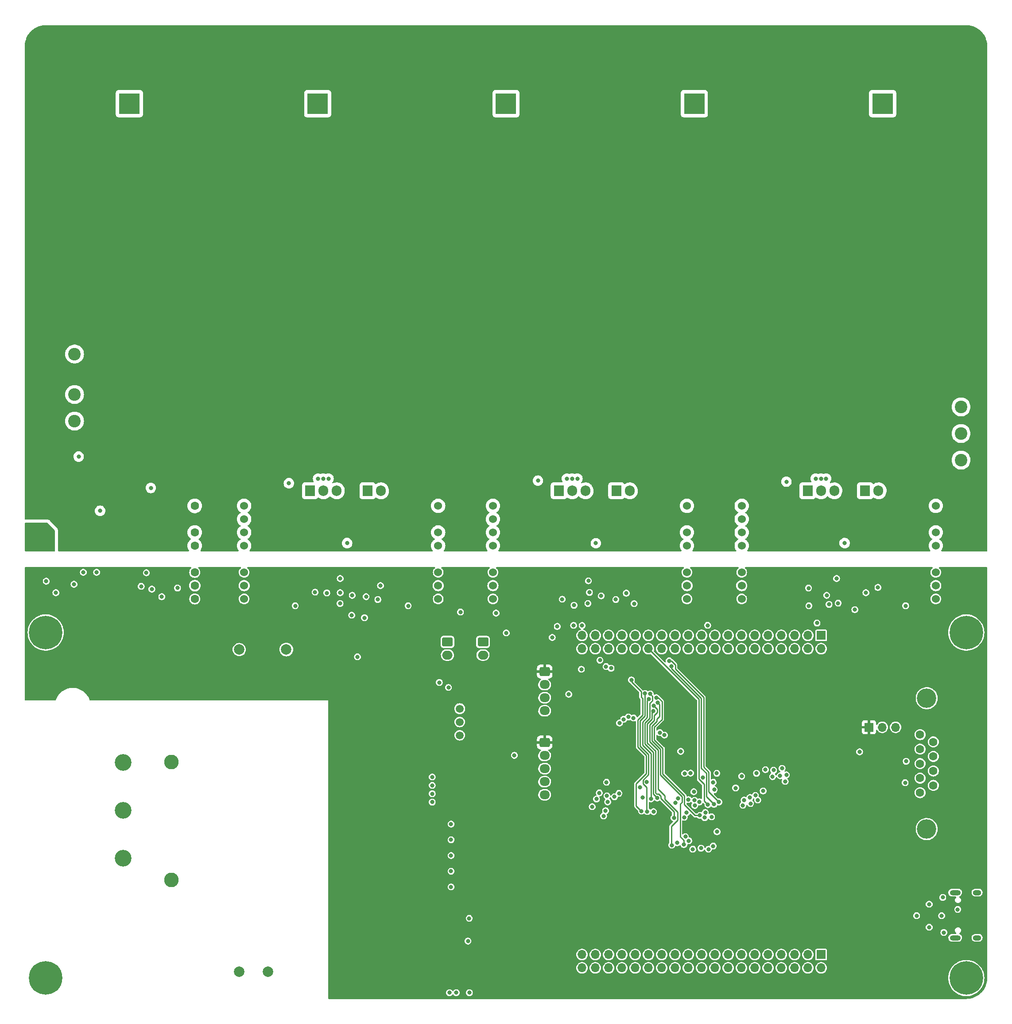
<source format=gbr>
%TF.GenerationSoftware,KiCad,Pcbnew,7.0.5-7.0.5~ubuntu22.04.1*%
%TF.CreationDate,2023-07-11T09:47:34+02:00*%
%TF.ProjectId,Inverter_KiCAD,496e7665-7274-4657-925f-4b694341442e,rev?*%
%TF.SameCoordinates,Original*%
%TF.FileFunction,Copper,L3,Inr*%
%TF.FilePolarity,Positive*%
%FSLAX46Y46*%
G04 Gerber Fmt 4.6, Leading zero omitted, Abs format (unit mm)*
G04 Created by KiCad (PCBNEW 7.0.5-7.0.5~ubuntu22.04.1) date 2023-07-11 09:47:34*
%MOMM*%
%LPD*%
G01*
G04 APERTURE LIST*
G04 Aperture macros list*
%AMRoundRect*
0 Rectangle with rounded corners*
0 $1 Rounding radius*
0 $2 $3 $4 $5 $6 $7 $8 $9 X,Y pos of 4 corners*
0 Add a 4 corners polygon primitive as box body*
4,1,4,$2,$3,$4,$5,$6,$7,$8,$9,$2,$3,0*
0 Add four circle primitives for the rounded corners*
1,1,$1+$1,$2,$3*
1,1,$1+$1,$4,$5*
1,1,$1+$1,$6,$7*
1,1,$1+$1,$8,$9*
0 Add four rect primitives between the rounded corners*
20,1,$1+$1,$2,$3,$4,$5,0*
20,1,$1+$1,$4,$5,$6,$7,0*
20,1,$1+$1,$6,$7,$8,$9,0*
20,1,$1+$1,$8,$9,$2,$3,0*%
G04 Aperture macros list end*
%TA.AperFunction,ComponentPad*%
%ADD10C,1.524000*%
%TD*%
%TA.AperFunction,ComponentPad*%
%ADD11R,4.000000X4.000000*%
%TD*%
%TA.AperFunction,ComponentPad*%
%ADD12C,4.000000*%
%TD*%
%TA.AperFunction,ComponentPad*%
%ADD13C,1.600000*%
%TD*%
%TA.AperFunction,ComponentPad*%
%ADD14R,1.905000X2.000000*%
%TD*%
%TA.AperFunction,ComponentPad*%
%ADD15O,1.905000X2.000000*%
%TD*%
%TA.AperFunction,ComponentPad*%
%ADD16C,2.400000*%
%TD*%
%TA.AperFunction,ComponentPad*%
%ADD17C,0.800000*%
%TD*%
%TA.AperFunction,ComponentPad*%
%ADD18C,6.400000*%
%TD*%
%TA.AperFunction,ComponentPad*%
%ADD19O,2.100000X1.000000*%
%TD*%
%TA.AperFunction,ComponentPad*%
%ADD20O,1.600000X1.000000*%
%TD*%
%TA.AperFunction,ComponentPad*%
%ADD21RoundRect,0.250000X-0.725000X0.600000X-0.725000X-0.600000X0.725000X-0.600000X0.725000X0.600000X0*%
%TD*%
%TA.AperFunction,ComponentPad*%
%ADD22O,1.950000X1.700000*%
%TD*%
%TA.AperFunction,ComponentPad*%
%ADD23R,1.700000X1.700000*%
%TD*%
%TA.AperFunction,ComponentPad*%
%ADD24O,1.700000X1.700000*%
%TD*%
%TA.AperFunction,ComponentPad*%
%ADD25C,2.006600*%
%TD*%
%TA.AperFunction,ComponentPad*%
%ADD26C,1.600200*%
%TD*%
%TA.AperFunction,ComponentPad*%
%ADD27C,3.708400*%
%TD*%
%TA.AperFunction,ComponentPad*%
%ADD28C,1.498600*%
%TD*%
%TA.AperFunction,ComponentPad*%
%ADD29RoundRect,0.250000X-0.750000X0.600000X-0.750000X-0.600000X0.750000X-0.600000X0.750000X0.600000X0*%
%TD*%
%TA.AperFunction,ComponentPad*%
%ADD30O,2.000000X1.700000*%
%TD*%
%TA.AperFunction,ComponentPad*%
%ADD31C,2.800000*%
%TD*%
%TA.AperFunction,ComponentPad*%
%ADD32C,3.200000*%
%TD*%
%TA.AperFunction,ViaPad*%
%ADD33C,0.800000*%
%TD*%
%TA.AperFunction,Conductor*%
%ADD34C,0.250000*%
%TD*%
G04 APERTURE END LIST*
D10*
%TO.N,/ISO_GND*%
%TO.C,U301*%
X122500000Y-123592500D03*
%TO.N,/ISO_15V*%
X122500000Y-121052500D03*
%TO.N,/Pwr_En*%
X122500000Y-118512500D03*
%TO.N,unconnected-(U301-NC-Pad5)*%
X122500000Y-113432500D03*
%TO.N,/Arm_IRF540NBbF1/VCC_H*%
X122500000Y-110892500D03*
%TO.N,/Arm_IRF540NBbF1/ARM_OUT*%
X122500000Y-108352500D03*
%TO.N,unconnected-(U301-NC-Pad8)*%
X122500000Y-105812500D03*
%TD*%
D11*
%TO.N,/VSupply_AB*%
%TO.C,C1004*%
X89000000Y-29000000D03*
D12*
%TO.N,GND*%
X89000000Y-39000000D03*
%TD*%
D13*
%TO.N,/ISO_GND*%
%TO.C,U701*%
X65500000Y-123592500D03*
%TO.N,/ISO_15V*%
X65500000Y-121052500D03*
%TO.N,/ISO_5V*%
X65500000Y-118512500D03*
%TO.N,N/C*%
X65500000Y-113432500D03*
%TO.N,/5V*%
X65500000Y-110892500D03*
%TO.N,GND*%
X65500000Y-108352500D03*
%TO.N,Net-(U701-FB)*%
X65500000Y-105812500D03*
%TD*%
D14*
%TO.N,/Arm_IRF540NBbF/Cmd_H*%
%TO.C,Q202*%
X87540000Y-102940000D03*
D15*
%TO.N,/Vbus*%
X90080000Y-102940000D03*
%TO.N,/Arm_IRF540NBbF/ARM_OUT*%
X92620000Y-102940000D03*
%TD*%
D16*
%TO.N,/U_output*%
%TO.C,J104*%
X212000000Y-86920000D03*
%TO.N,/V_output*%
X212000000Y-92000000D03*
%TO.N,/W_output*%
X212000000Y-97080000D03*
%TD*%
D14*
%TO.N,/Arm_IRF540NBbF2/Cmd_L*%
%TO.C,Q403*%
X193660000Y-102940000D03*
D15*
%TO.N,/Arm_IRF540NBbF2/ARM_OUT*%
X196200000Y-102940000D03*
%TO.N,GND*%
X198740000Y-102940000D03*
%TD*%
D17*
%TO.N,/ISO_GND*%
%TO.C,H103*%
X215400000Y-196000000D03*
X214697056Y-197697056D03*
X214697056Y-194302944D03*
X213000000Y-198400000D03*
D18*
X213000000Y-196000000D03*
D17*
X213000000Y-193600000D03*
X211302944Y-197697056D03*
X211302944Y-194302944D03*
X210600000Y-196000000D03*
%TD*%
%TO.N,GND*%
%TO.C,H108*%
X44600000Y-58000000D03*
X45302944Y-56302944D03*
X45302944Y-59697056D03*
X47000000Y-55600000D03*
D18*
X47000000Y-58000000D03*
D17*
X47000000Y-60400000D03*
X48697056Y-56302944D03*
X48697056Y-59697056D03*
X49400000Y-58000000D03*
%TD*%
%TO.N,GND*%
%TO.C,H107*%
X210600000Y-72000000D03*
X211302944Y-70302944D03*
X211302944Y-73697056D03*
X213000000Y-69600000D03*
D18*
X213000000Y-72000000D03*
D17*
X213000000Y-74400000D03*
X214697056Y-70302944D03*
X214697056Y-73697056D03*
X215400000Y-72000000D03*
%TD*%
D19*
%TO.N,/ISO_GND*%
%TO.C,J801*%
X210870000Y-188320000D03*
D20*
X215050000Y-188320000D03*
D19*
X210870000Y-179680000D03*
D20*
X215050000Y-179680000D03*
%TD*%
D21*
%TO.N,/ISO_3V3*%
%TO.C,J802*%
X132400000Y-151000000D03*
D22*
%TO.N,/ISO_GND*%
X132400000Y-153500000D03*
%TO.N,/MCU_STM32G474/ENC_BTN_A*%
X132400000Y-156000000D03*
%TO.N,/MCU_STM32G474/ENC_BTN_B*%
X132400000Y-158500000D03*
%TO.N,/MCU_STM32G474/ENC_BTN_P*%
X132400000Y-161000000D03*
%TD*%
D14*
%TO.N,/Arm_IRF540NBbF1/Cmd_L*%
%TO.C,Q303*%
X146100000Y-102940000D03*
D15*
%TO.N,/Arm_IRF540NBbF1/ARM_OUT*%
X148640000Y-102940000D03*
%TO.N,GND*%
X151180000Y-102940000D03*
%TD*%
D11*
%TO.N,/VSupply_AB*%
%TO.C,C1003*%
X125000000Y-29000000D03*
D12*
%TO.N,GND*%
X125000000Y-39000000D03*
%TD*%
D23*
%TO.N,/NUCLEO_TX*%
%TO.C,J101*%
X185260000Y-130570000D03*
D24*
%TO.N,/NUCLEO_RX*%
X185260000Y-133110000D03*
%TO.N,/PC12*%
X182720000Y-130570000D03*
%TO.N,/NUCLEO_NRST*%
X182720000Y-133110000D03*
%TO.N,/VDD*%
X180180000Y-130570000D03*
%TO.N,/ISO_5V*%
X180180000Y-133110000D03*
%TO.N,/PB8-BOOT0*%
X177640000Y-130570000D03*
%TO.N,/ISO_GND*%
X177640000Y-133110000D03*
%TO.N,unconnected-(J101-Pin_9-Pad9)*%
X175100000Y-130570000D03*
%TO.N,unconnected-(J101-Pin_10-Pad10)*%
X175100000Y-133110000D03*
%TO.N,unconnected-(J101-Pin_11-Pad11)*%
X172560000Y-130570000D03*
%TO.N,/IOREF*%
X172560000Y-133110000D03*
%TO.N,/PA13*%
X170020000Y-130570000D03*
%TO.N,unconnected-(J101-Pin_14-Pad14)*%
X170020000Y-133110000D03*
%TO.N,/PA14*%
X167480000Y-130570000D03*
%TO.N,/+3V3*%
X167480000Y-133110000D03*
%TO.N,/PA15*%
X164940000Y-130570000D03*
%TO.N,/+5V*%
X164940000Y-133110000D03*
%TO.N,/ISO_GND*%
X162400000Y-130570000D03*
X162400000Y-133110000D03*
%TO.N,/PB7*%
X159860000Y-130570000D03*
%TO.N,/ISO_GND*%
X159860000Y-133110000D03*
%TO.N,/PC13*%
X157320000Y-130570000D03*
%TO.N,/VIN*%
X157320000Y-133110000D03*
%TO.N,/PC14*%
X154780000Y-130570000D03*
%TO.N,unconnected-(J101-Pin_26-Pad26)*%
X154780000Y-133110000D03*
%TO.N,/PC15*%
X152240000Y-130570000D03*
%TO.N,/Bus_V*%
X152240000Y-133110000D03*
%TO.N,/PF0*%
X149700000Y-130570000D03*
%TO.N,/U_Imes*%
X149700000Y-133110000D03*
%TO.N,/PF1*%
X147160000Y-130570000D03*
%TO.N,/ENC_B*%
X147160000Y-133110000D03*
%TO.N,/VBAT*%
X144620000Y-130570000D03*
%TO.N,/W_Imes*%
X144620000Y-133110000D03*
%TO.N,/Bus_Imes*%
X142080000Y-130570000D03*
%TO.N,/W_VPh*%
X142080000Y-133110000D03*
%TO.N,/V_VPh*%
X139540000Y-130570000D03*
%TO.N,/U_VPh*%
X139540000Y-133110000D03*
%TD*%
D17*
%TO.N,/ISO_GND*%
%TO.C,H102*%
X34600000Y-130000000D03*
X35302944Y-128302944D03*
X35302944Y-131697056D03*
X37000000Y-127600000D03*
D18*
X37000000Y-130000000D03*
D17*
X37000000Y-132400000D03*
X38697056Y-128302944D03*
X38697056Y-131697056D03*
X39400000Y-130000000D03*
%TD*%
D25*
%TO.N,Net-(J501-N)*%
%TO.C,U501*%
X74000000Y-194750000D03*
%TO.N,Net-(U501-AC(N))*%
X79499999Y-194750000D03*
%TO.N,/ISO_15V*%
X83000000Y-133249996D03*
%TO.N,/ISO_GND*%
X74000000Y-133249996D03*
%TD*%
D14*
%TO.N,/Arm_IRF540NBbF/Cmd_L*%
%TO.C,Q203*%
X98540000Y-102940000D03*
D15*
%TO.N,/Arm_IRF540NBbF/ARM_OUT*%
X101080000Y-102940000D03*
%TO.N,GND*%
X103620000Y-102940000D03*
%TD*%
D14*
%TO.N,/Arm_IRF540NBbF2/Cmd_H*%
%TO.C,Q402*%
X182660000Y-102940000D03*
D15*
%TO.N,/Vbus*%
X185200000Y-102940000D03*
%TO.N,/Arm_IRF540NBbF2/ARM_OUT*%
X187740000Y-102940000D03*
%TD*%
D17*
%TO.N,/ISO_GND*%
%TO.C,H104*%
X210600000Y-130000000D03*
X211302944Y-128302944D03*
X211302944Y-131697056D03*
X213000000Y-127600000D03*
D18*
X213000000Y-130000000D03*
D17*
X213000000Y-132400000D03*
X214697056Y-128302944D03*
X214697056Y-131697056D03*
X215400000Y-130000000D03*
%TD*%
D23*
%TO.N,/ISO_3V3*%
%TO.C,J1302*%
X194400000Y-148100000D03*
D24*
%TO.N,/encoderMotor/VCC_Enc*%
X196940000Y-148100000D03*
%TO.N,/ISO_5V*%
X199480000Y-148100000D03*
%TD*%
D16*
%TO.N,/VSupply_BB*%
%TO.C,J102*%
X42525000Y-76825000D03*
%TO.N,GND*%
X42525000Y-71745000D03*
%TD*%
D26*
%TO.N,/encoderMotor/A*%
%TO.C,J1301*%
X204160000Y-149515000D03*
%TO.N,/encoderMotor/{slash}A*%
X204160000Y-152285000D03*
%TO.N,unconnected-(J1301-Pad3)*%
X204160000Y-155054999D03*
%TO.N,/ISO_GND*%
X204160000Y-157824999D03*
%TO.N,/encoderMotor/VCC_Enc*%
X204160000Y-160594998D03*
%TO.N,/encoderMotor/B*%
X206700000Y-150900000D03*
%TO.N,/encoderMotor/{slash}B*%
X206700000Y-153670000D03*
%TO.N,/encoderMotor/Z*%
X206700000Y-156439999D03*
%TO.N,/encoderMotor/{slash}Z*%
X206700000Y-159209999D03*
D27*
%TO.N,/ISO_GND*%
X205430000Y-167549998D03*
X205430000Y-142560000D03*
%TD*%
D11*
%TO.N,/VSupply_AB*%
%TO.C,C1002*%
X161000000Y-29000000D03*
D12*
%TO.N,GND*%
X161000000Y-39000000D03*
%TD*%
D28*
%TO.N,/ISO_15V*%
%TO.C,U502*%
X116154000Y-144560000D03*
%TO.N,/ISO_GND*%
X116154000Y-147100000D03*
%TO.N,/ISO_5V*%
X116154000Y-149640000D03*
%TD*%
D29*
%TO.N,/ISO_15V*%
%TO.C,J1102*%
X113800000Y-131800000D03*
D30*
%TO.N,Net-(J1101-Pin_2)*%
X113800000Y-134300000D03*
%TD*%
D21*
%TO.N,/ISO_3V3*%
%TO.C,J804*%
X132400000Y-137462500D03*
D22*
%TO.N,/ISO_GND*%
X132400000Y-139962500D03*
%TO.N,/I2C_SCL*%
X132400000Y-142462500D03*
%TO.N,/I2C_SDA*%
X132400000Y-144962500D03*
%TD*%
D31*
%TO.N,Net-(U501-AC(N))*%
%TO.C,F501*%
X61000000Y-177250000D03*
%TO.N,Net-(J501-L)*%
X61000000Y-154750000D03*
%TD*%
D32*
%TO.N,Net-(J501-N)*%
%TO.C,J501*%
X51825000Y-173140000D03*
%TO.N,unconnected-(J501-Earth-Pad2)*%
X51825000Y-164000000D03*
%TO.N,Net-(J501-L)*%
X51825000Y-154860000D03*
%TD*%
D14*
%TO.N,/Arm_IRF540NBbF1/Cmd_H*%
%TO.C,Q302*%
X135100000Y-102940000D03*
D15*
%TO.N,/Vbus*%
X137640000Y-102940000D03*
%TO.N,/Arm_IRF540NBbF1/ARM_OUT*%
X140180000Y-102940000D03*
%TD*%
D29*
%TO.N,/ISO_15V*%
%TO.C,J1101*%
X120600000Y-131800000D03*
D30*
%TO.N,Net-(J1101-Pin_2)*%
X120600000Y-134300000D03*
%TD*%
D17*
%TO.N,unconnected-(H101-Pad1)*%
%TO.C,H101*%
X34600000Y-196000000D03*
X35302944Y-194302944D03*
X35302944Y-197697056D03*
X37000000Y-193600000D03*
D18*
X37000000Y-196000000D03*
D17*
X37000000Y-198400000D03*
X38697056Y-194302944D03*
X38697056Y-197697056D03*
X39400000Y-196000000D03*
%TD*%
D23*
%TO.N,/PC9*%
%TO.C,J103*%
X185260000Y-191530000D03*
D24*
%TO.N,/ENC_Z*%
X185260000Y-194070000D03*
%TO.N,/PB8*%
X182720000Y-191530000D03*
%TO.N,/PC6*%
X182720000Y-194070000D03*
%TO.N,/PB9*%
X180180000Y-191530000D03*
%TO.N,/PC5*%
X180180000Y-194070000D03*
%TO.N,/AVDD*%
X177640000Y-191530000D03*
%TO.N,/5V_USB_CHGR*%
X177640000Y-194070000D03*
%TO.N,/ISO_GND*%
X175100000Y-191530000D03*
%TO.N,unconnected-(J103-Pin_10-Pad10)*%
X175100000Y-194070000D03*
%TO.N,/PA5*%
X172560000Y-191530000D03*
%TO.N,/PA12*%
X172560000Y-194070000D03*
%TO.N,/ENC_A*%
X170020000Y-191530000D03*
%TO.N,/PA11*%
X170020000Y-194070000D03*
%TO.N,/PA7*%
X167480000Y-191530000D03*
%TO.N,/PB12*%
X167480000Y-194070000D03*
%TO.N,/PB6*%
X164940000Y-191530000D03*
%TO.N,/PB11*%
X164940000Y-194070000D03*
%TO.N,/PC7*%
X162400000Y-191530000D03*
%TO.N,/ISO_GND*%
X162400000Y-194070000D03*
%TO.N,/V_PWM_H*%
X159860000Y-191530000D03*
%TO.N,/PB2*%
X159860000Y-194070000D03*
%TO.N,/U_PWM_H*%
X157320000Y-191530000D03*
%TO.N,/V_Imes*%
X157320000Y-194070000D03*
%TO.N,/PB10*%
X154780000Y-191530000D03*
%TO.N,/W_PWM_L*%
X154780000Y-194070000D03*
%TO.N,/PB4*%
X152240000Y-191530000D03*
%TO.N,/V_PWM_L*%
X152240000Y-194070000D03*
%TO.N,/PB5*%
X149700000Y-191530000D03*
%TO.N,/U_PWM_L*%
X149700000Y-194070000D03*
%TO.N,/PB3*%
X147160000Y-191530000D03*
%TO.N,/ISO_GND*%
X147160000Y-194070000D03*
%TO.N,/W_PWM_H*%
X144620000Y-191530000D03*
%TO.N,/PC4*%
X144620000Y-194070000D03*
%TO.N,/PC4{slash}PA2*%
X142080000Y-191530000D03*
%TO.N,unconnected-(J103-Pin_36-Pad36)*%
X142080000Y-194070000D03*
%TO.N,/PC5{slash}PA3*%
X139540000Y-191530000D03*
%TO.N,unconnected-(J103-Pin_38-Pad38)*%
X139540000Y-194070000D03*
%TD*%
D10*
%TO.N,unconnected-(U302-NC-Pad8)*%
%TO.C,U302*%
X159600000Y-105812500D03*
%TO.N,GND*%
X159600000Y-108352500D03*
%TO.N,/Arm_IRF540NBbF1/VCC_L*%
X159600000Y-110892500D03*
%TO.N,unconnected-(U302-NC-Pad5)*%
X159600000Y-113432500D03*
%TO.N,/Pwr_En*%
X159600000Y-118512500D03*
%TO.N,/ISO_15V*%
X159600000Y-121052500D03*
%TO.N,/ISO_GND*%
X159600000Y-123592500D03*
%TD*%
%TO.N,/ISO_GND*%
%TO.C,U202*%
X112040000Y-123592500D03*
%TO.N,/ISO_15V*%
X112040000Y-121052500D03*
%TO.N,/Pwr_En*%
X112040000Y-118512500D03*
%TO.N,unconnected-(U202-NC-Pad5)*%
X112040000Y-113432500D03*
%TO.N,/Arm_IRF540NBbF/VCC_L*%
X112040000Y-110892500D03*
%TO.N,GND*%
X112040000Y-108352500D03*
%TO.N,unconnected-(U202-NC-Pad8)*%
X112040000Y-105812500D03*
%TD*%
D11*
%TO.N,/VSupply_AB*%
%TO.C,C1001*%
X197000000Y-29000000D03*
D12*
%TO.N,GND*%
X197000000Y-39000000D03*
%TD*%
D10*
%TO.N,/ISO_GND*%
%TO.C,U201*%
X74940000Y-123592500D03*
%TO.N,/ISO_15V*%
X74940000Y-121052500D03*
%TO.N,/Pwr_En*%
X74940000Y-118512500D03*
%TO.N,unconnected-(U201-NC-Pad5)*%
X74940000Y-113432500D03*
%TO.N,/Arm_IRF540NBbF/VCC_H*%
X74940000Y-110892500D03*
%TO.N,/Arm_IRF540NBbF/ARM_OUT*%
X74940000Y-108352500D03*
%TO.N,unconnected-(U201-NC-Pad8)*%
X74940000Y-105812500D03*
%TD*%
D11*
%TO.N,/VSupply_AB*%
%TO.C,C1005*%
X53000000Y-29000000D03*
D12*
%TO.N,GND*%
X53000000Y-39000000D03*
%TD*%
D10*
%TO.N,/ISO_GND*%
%TO.C,U402*%
X207160000Y-123592500D03*
%TO.N,/ISO_15V*%
X207160000Y-121052500D03*
%TO.N,/Pwr_En*%
X207160000Y-118512500D03*
%TO.N,unconnected-(U402-NC-Pad5)*%
X207160000Y-113432500D03*
%TO.N,/Arm_IRF540NBbF2/VCC_L*%
X207160000Y-110892500D03*
%TO.N,GND*%
X207160000Y-108352500D03*
%TO.N,unconnected-(U402-NC-Pad8)*%
X207160000Y-105812500D03*
%TD*%
D17*
%TO.N,GND*%
%TO.C,H105*%
X34600000Y-18000000D03*
X35302944Y-16302944D03*
X35302944Y-19697056D03*
X37000000Y-15600000D03*
D18*
X37000000Y-18000000D03*
D17*
X37000000Y-20400000D03*
X38697056Y-16302944D03*
X38697056Y-19697056D03*
X39400000Y-18000000D03*
%TD*%
D10*
%TO.N,/ISO_GND*%
%TO.C,U401*%
X170060000Y-123592500D03*
%TO.N,/ISO_15V*%
X170060000Y-121052500D03*
%TO.N,/Pwr_En*%
X170060000Y-118512500D03*
%TO.N,unconnected-(U401-NC-Pad5)*%
X170060000Y-113432500D03*
%TO.N,/Arm_IRF540NBbF2/VCC_H*%
X170060000Y-110892500D03*
%TO.N,/Arm_IRF540NBbF2/ARM_OUT*%
X170060000Y-108352500D03*
%TO.N,unconnected-(U401-NC-Pad8)*%
X170060000Y-105812500D03*
%TD*%
D17*
%TO.N,GND*%
%TO.C,H106*%
X210600000Y-18000000D03*
X211302944Y-16302944D03*
X211302944Y-19697056D03*
X213000000Y-15600000D03*
D18*
X213000000Y-18000000D03*
D17*
X213000000Y-20400000D03*
X214697056Y-16302944D03*
X214697056Y-19697056D03*
X215400000Y-18000000D03*
%TD*%
D16*
%TO.N,/VSupply_AB*%
%TO.C,J901*%
X42525000Y-84545000D03*
%TO.N,/break/Break_Drain_Mosfet*%
X42525000Y-89625000D03*
%TD*%
D33*
%TO.N,/ISO_GND*%
X140749572Y-120134015D03*
X133840000Y-130960000D03*
X143200000Y-123013000D03*
X205900000Y-181900000D03*
X114200000Y-198800000D03*
X208500000Y-180600000D03*
X140957223Y-122357223D03*
X201300000Y-158700000D03*
X114500000Y-178600000D03*
X138000000Y-124800000D03*
X37100000Y-120200000D03*
X90750000Y-122450000D03*
X162983983Y-165366510D03*
X149500000Y-124500000D03*
X114500000Y-169600000D03*
X110900000Y-157600000D03*
X192600000Y-152800000D03*
X208700000Y-187300000D03*
X110900000Y-162400000D03*
X106300000Y-124900000D03*
X110900000Y-160800000D03*
X170050000Y-157450000D03*
X158400000Y-152700000D03*
X62201512Y-121503287D03*
X46740000Y-118510000D03*
X153200000Y-164224500D03*
X205900000Y-186300000D03*
X203500000Y-184100000D03*
X44190000Y-118510000D03*
X55260000Y-121190000D03*
X150600000Y-159600000D03*
X188500000Y-124400000D03*
X151900000Y-158525500D03*
X93300000Y-119699500D03*
X201400000Y-124900000D03*
X135750000Y-123650000D03*
X196100000Y-121400000D03*
X114500000Y-175600000D03*
X38950000Y-122400000D03*
X148000000Y-122500000D03*
X114500000Y-172600000D03*
X93300000Y-122400000D03*
X88500000Y-122300000D03*
X42410000Y-120790000D03*
X126600000Y-153460000D03*
X115500000Y-198800000D03*
X95600000Y-122900000D03*
X165344401Y-168049500D03*
X164600000Y-170800000D03*
X193800000Y-122400000D03*
X182830535Y-121517780D03*
X110900000Y-159200000D03*
X114500000Y-166600000D03*
X118000000Y-198800000D03*
X186300000Y-122900000D03*
X84700000Y-124900000D03*
X188200000Y-119700000D03*
X100500000Y-123705002D03*
X182900000Y-124900000D03*
X114000000Y-140500000D03*
X101000000Y-121050500D03*
%TO.N,GND*%
X100780000Y-108960000D03*
X63210000Y-110790000D03*
X43000000Y-113940000D03*
X198300000Y-105500000D03*
X53630000Y-113920000D03*
X201425000Y-105550000D03*
X63210000Y-113680000D03*
X103250000Y-105500000D03*
X153850000Y-105550000D03*
X59730000Y-110730000D03*
X56000000Y-113830000D03*
X150775000Y-105500000D03*
X106200000Y-105475000D03*
%TO.N,/5V*%
X142180000Y-112950000D03*
X94630000Y-112930000D03*
X189740000Y-112920000D03*
%TO.N,/ISO_5V*%
X98257884Y-123151949D03*
X145996049Y-123703951D03*
X96600000Y-134650000D03*
X186760500Y-124636856D03*
X140650000Y-124462000D03*
X93284500Y-124462000D03*
X56250000Y-118600000D03*
%TO.N,/ISO_3V3*%
X167100000Y-166800000D03*
X110150000Y-121631000D03*
X158050000Y-121631000D03*
X112900000Y-198800000D03*
X153300000Y-165400000D03*
X127800000Y-148400000D03*
X127800000Y-147400000D03*
X113641825Y-123288175D03*
X87839500Y-120300000D03*
X123800000Y-129989500D03*
X127800000Y-146400000D03*
X151075500Y-156000000D03*
X170050000Y-156350000D03*
X58405407Y-121725500D03*
X126000000Y-143300000D03*
X127900000Y-150400000D03*
X157000000Y-154700000D03*
X116976350Y-123230000D03*
X135399500Y-120350000D03*
%TO.N,/U_Imes*%
X152000000Y-164200000D03*
X151554470Y-141645522D03*
X95500500Y-126699503D03*
X97950000Y-127190500D03*
%TO.N,/V_Imes*%
X137922037Y-128647437D03*
X154014310Y-143417953D03*
X159000000Y-170504980D03*
%TO.N,/W_Imes*%
X163550000Y-128639500D03*
X156628412Y-136474500D03*
X164780497Y-162819503D03*
X145085737Y-136833575D03*
%TO.N,/Bus_Imes*%
X165700000Y-162374500D03*
X156200000Y-135408552D03*
X144132883Y-136517117D03*
X134801304Y-128848696D03*
%TO.N,/MCU_STM32G474/Soft_NRST*%
X159162951Y-156925500D03*
X142307705Y-161807705D03*
%TO.N,/MCU_STM32G474/USR_BTN_3*%
X160300000Y-156850500D03*
X142839507Y-160639507D03*
%TO.N,/MCU_STM32G474/USR_BTN_2*%
X157400000Y-162500000D03*
X146600000Y-160724500D03*
%TO.N,/MCU_STM32G474/USR_BTN_1*%
X144212299Y-158612299D03*
X162600000Y-157700000D03*
%TO.N,/MCU_STM32G474/NRST*%
X151100000Y-161499500D03*
X145738507Y-161387938D03*
X117725500Y-188935494D03*
X117969503Y-184600000D03*
%TO.N,/MCU_STM32G474/SWDIO*%
X141475904Y-163275904D03*
X165300000Y-156900000D03*
%TO.N,/MCU_STM32G474/SWCLK*%
X144289007Y-161200000D03*
X164612299Y-158612299D03*
%TO.N,/MCU_STM32G474/SWO*%
X144450857Y-162350856D03*
X160900000Y-160425000D03*
%TO.N,/MCU_STM32G474/VCP_RX*%
X143655449Y-165055450D03*
X163103105Y-164374132D03*
%TO.N,/MCU_STM32G474/VCP_TX*%
X144037252Y-164037252D03*
X164300000Y-165200000D03*
%TO.N,/MCU_STM32G474/V_USB*%
X208278100Y-184100000D03*
X211357400Y-182900000D03*
%TO.N,/Vbus*%
X90075000Y-100610000D03*
X178600000Y-101200000D03*
X36000000Y-109500000D03*
X184200000Y-100600000D03*
X36000000Y-111500000D03*
X34000000Y-110500000D03*
X136650000Y-100610000D03*
X34000000Y-109500000D03*
X36000000Y-112500000D03*
X35000000Y-113500000D03*
X47402500Y-106750000D03*
X38000000Y-110500000D03*
X137650000Y-100610000D03*
X37000000Y-110500000D03*
X131100000Y-101000000D03*
X37000000Y-109500000D03*
X34000000Y-113500000D03*
X91075000Y-100610000D03*
X138650000Y-100610000D03*
X83500000Y-101500000D03*
X38000000Y-111500000D03*
X34000000Y-111500000D03*
X35000000Y-112500000D03*
X36000000Y-110500000D03*
X186200000Y-100600000D03*
X35000000Y-111500000D03*
X35000000Y-110500000D03*
X35000000Y-109500000D03*
X34000000Y-112500000D03*
X185200000Y-100600000D03*
X36000000Y-113500000D03*
X37000000Y-111500000D03*
X89075000Y-100610000D03*
%TO.N,/U_PWM_H*%
X157100000Y-165400000D03*
X153178970Y-145000000D03*
%TO.N,/U_PWM_L*%
X156700000Y-170624500D03*
X153202319Y-144000770D03*
%TO.N,/V_PWM_H*%
X170512299Y-162012299D03*
X175959439Y-157525500D03*
X173131761Y-162007162D03*
%TO.N,/V_PWM_L*%
X177778856Y-155954930D03*
X171630497Y-161530497D03*
%TO.N,/W_PWM_H*%
X172683044Y-161114346D03*
X171737701Y-162662299D03*
X177408939Y-157362299D03*
%TO.N,/W_PWM_L*%
X178597918Y-157197918D03*
X174166893Y-160266893D03*
%TO.N,/break/PWM_Mosfet*%
X43300000Y-96400000D03*
X57100000Y-102400000D03*
%TO.N,/Pwr_En*%
X170289196Y-163000567D03*
X191688549Y-125638549D03*
X178372516Y-158447918D03*
%TO.N,/Bus_V*%
X125045195Y-130087499D03*
X142950000Y-135300000D03*
X59196756Y-123174500D03*
X163597540Y-162875500D03*
X57300000Y-121725500D03*
%TO.N,/V_VPh*%
X152568133Y-141743240D03*
X153900000Y-161600000D03*
X139550000Y-128670500D03*
%TO.N,/U_VPh*%
X123100000Y-126290500D03*
X152700000Y-161775500D03*
X152278970Y-142700000D03*
X116300000Y-126100000D03*
%TO.N,/W_VPh*%
X184450000Y-128189500D03*
X153728470Y-142460367D03*
X162074500Y-164941275D03*
%TO.N,/NUCLEO_NRST*%
X174600000Y-156200000D03*
X161975856Y-162348742D03*
%TO.N,/NUCLEO_RX*%
X161024072Y-162043598D03*
X172887701Y-156887701D03*
%TO.N,/ISO_PWM_Break*%
X155300000Y-149600000D03*
X148394853Y-146130054D03*
%TO.N,/NUCLEO_TX*%
X161075535Y-163041775D03*
X176155247Y-156305747D03*
%TO.N,/I2C_SDA*%
X164800000Y-160025500D03*
X146700000Y-147300000D03*
%TO.N,/I2C_SCL*%
X147503534Y-146582331D03*
X168900000Y-159700000D03*
X137000000Y-141800000D03*
%TO.N,/ISO_PWM_FAN*%
X112250000Y-139550000D03*
X154421160Y-149124500D03*
X149375038Y-146325609D03*
X139412294Y-137027706D03*
%TO.N,/encoderMotor/{slash}B*%
X201500000Y-154600000D03*
%TO.N,/ENC_B*%
X163700000Y-171405480D03*
X150900966Y-164124500D03*
X148975500Y-139066552D03*
%TO.N,/ENC_Z*%
X159852170Y-161923232D03*
X157926527Y-161650426D03*
X159543623Y-164417931D03*
%TO.N,/ENC_A*%
X160700000Y-171400000D03*
X162273884Y-171200000D03*
X159074500Y-165300500D03*
%TO.N,/MCU_STM32G474/ENC_BTN_A*%
X159300000Y-169000000D03*
%TO.N,/MCU_STM32G474/ENC_BTN_B*%
X159924384Y-169780480D03*
%TO.N,/MCU_STM32G474/ENC_BTN_P*%
X157751987Y-170174500D03*
%TD*%
D34*
%TO.N,/U_Imes*%
X150650000Y-151686396D02*
X150650000Y-146850000D01*
X151175000Y-158225195D02*
X152250000Y-157150195D01*
X151175000Y-158875000D02*
X151175000Y-158225195D01*
X151554470Y-145945530D02*
X151554470Y-141645522D01*
X151900000Y-164100000D02*
X151900000Y-159600000D01*
X151900000Y-159600000D02*
X151175000Y-158875000D01*
X152000000Y-164200000D02*
X151900000Y-164100000D01*
X152250000Y-153286396D02*
X150650000Y-151686396D01*
X150650000Y-146850000D02*
X151554470Y-145945530D01*
X152250000Y-157150195D02*
X152250000Y-153286396D01*
%TO.N,/V_Imes*%
X154353970Y-146018822D02*
X154353970Y-145113909D01*
X152900000Y-149000000D02*
X152900000Y-147845584D01*
X154500000Y-152290812D02*
X152900000Y-150690812D01*
X152900000Y-147845584D02*
X153322792Y-147422792D01*
X158275000Y-169000000D02*
X158275000Y-162750000D01*
X154353970Y-145113909D02*
X154353970Y-143757613D01*
X153804470Y-146941114D02*
X153804470Y-146568322D01*
X153804470Y-146568322D02*
X154353970Y-146018822D01*
X158275000Y-162750000D02*
X158651527Y-162373473D01*
X159000000Y-169725000D02*
X158275000Y-169000000D01*
X158651527Y-161350121D02*
X154500000Y-157198594D01*
X159000000Y-170504980D02*
X159000000Y-169725000D01*
X153322792Y-147422792D02*
X153804470Y-146941114D01*
X152900000Y-150690812D02*
X152900000Y-149000000D01*
X154500000Y-157198594D02*
X154500000Y-152290812D01*
X154353970Y-143757613D02*
X154014310Y-143417953D01*
X158651527Y-162373473D02*
X158651527Y-161350121D01*
%TO.N,/W_Imes*%
X163325000Y-156900000D02*
X163325000Y-161364006D01*
X156628412Y-136862016D02*
X162325000Y-142558604D01*
X156628412Y-136474500D02*
X156628412Y-136862016D01*
X162325000Y-155900000D02*
X163325000Y-156900000D01*
X163325000Y-161364006D02*
X164780497Y-162819503D01*
X162325000Y-142558604D02*
X162325000Y-155900000D01*
%TO.N,/Bus_Imes*%
X157353412Y-136174195D02*
X157353412Y-136950620D01*
X157353412Y-136950620D02*
X162775000Y-142372208D01*
X162775000Y-155713604D02*
X163775000Y-156713604D01*
X156200000Y-135408552D02*
X156587769Y-135408552D01*
X162775000Y-142372208D02*
X162775000Y-155713604D01*
X163775000Y-160449500D02*
X165700000Y-162374500D01*
X163775000Y-156713604D02*
X163775000Y-160449500D01*
X156587769Y-135408552D02*
X157353412Y-136174195D01*
%TO.N,/U_PWM_H*%
X153600000Y-160663604D02*
X153600000Y-152663604D01*
X157100000Y-165400000D02*
X157100000Y-164200000D01*
X157100000Y-164200000D02*
X154625000Y-161725000D01*
X152904470Y-145274500D02*
X153178970Y-145000000D01*
X154625000Y-161725000D02*
X154625000Y-161299695D01*
X152000000Y-151063604D02*
X152000000Y-147472792D01*
X154625000Y-161299695D02*
X154200305Y-160875000D01*
X154200305Y-160875000D02*
X153811396Y-160875000D01*
X153811396Y-160875000D02*
X153600000Y-160663604D01*
X153600000Y-152663604D02*
X152000000Y-151063604D01*
X152000000Y-147472792D02*
X152904470Y-146568322D01*
X152904470Y-146568322D02*
X152904470Y-145274500D01*
%TO.N,/U_PWM_L*%
X156612701Y-167012604D02*
X157825000Y-165800305D01*
X154050000Y-159900000D02*
X154050000Y-152477208D01*
X156700000Y-170624500D02*
X156612701Y-170537201D01*
X152450000Y-150877208D02*
X152450000Y-147659188D01*
X153903970Y-144699695D02*
X153205045Y-144000770D01*
X157825000Y-165800305D02*
X157825000Y-164288604D01*
X153903970Y-145300305D02*
X153903970Y-144699695D01*
X153354470Y-145849805D02*
X153903970Y-145300305D01*
X154050000Y-152477208D02*
X152450000Y-150877208D01*
X155368198Y-161831802D02*
X155368198Y-161218198D01*
X153205045Y-144000770D02*
X153202319Y-144000770D01*
X155368198Y-161218198D02*
X154050000Y-159900000D01*
X157825000Y-164288604D02*
X155368198Y-161831802D01*
X156612701Y-170537201D02*
X156612701Y-167012604D01*
X152450000Y-147659188D02*
X153354470Y-146754718D01*
X153354470Y-146754718D02*
X153354470Y-145849805D01*
%TO.N,/Bus_V*%
X162875000Y-162152960D02*
X162875000Y-159000305D01*
X161875000Y-142745000D02*
X152240000Y-133110000D01*
X162875000Y-159000305D02*
X161875000Y-158000305D01*
X163597540Y-162875500D02*
X162875000Y-162152960D01*
X161875000Y-158000305D02*
X161875000Y-142745000D01*
%TO.N,/V_VPh*%
X152454470Y-146381926D02*
X151550000Y-147286396D01*
X152568133Y-141743240D02*
X153003970Y-142179077D01*
X152454470Y-143549805D02*
X152454470Y-146381926D01*
X153150000Y-160850000D02*
X153900000Y-161600000D01*
X151550000Y-151250000D02*
X153150000Y-152850000D01*
X153150000Y-152850000D02*
X153150000Y-160850000D01*
X153003970Y-142179077D02*
X153003970Y-143000305D01*
X153003970Y-143000305D02*
X152454470Y-143549805D01*
X151550000Y-147286396D02*
X151550000Y-151250000D01*
%TO.N,/U_VPh*%
X151100000Y-147100000D02*
X152004470Y-146195530D01*
X152700000Y-161775500D02*
X152700000Y-153100000D01*
X152004470Y-146195530D02*
X152004470Y-142974500D01*
X151100000Y-151500000D02*
X151100000Y-147100000D01*
X152700000Y-153100000D02*
X151100000Y-151500000D01*
X152004470Y-142974500D02*
X152278970Y-142700000D01*
%TO.N,/W_VPh*%
X154803970Y-143182308D02*
X154082029Y-142460367D01*
X159101527Y-161163725D02*
X154950000Y-157012198D01*
X153350000Y-148031980D02*
X154803970Y-146578010D01*
X162074500Y-164941275D02*
X161140470Y-164941275D01*
X153350000Y-149600000D02*
X153350000Y-148031980D01*
X159101527Y-162902332D02*
X159101527Y-161163725D01*
X154082029Y-142460367D02*
X153728470Y-142460367D01*
X154950000Y-157012198D02*
X154950000Y-152104416D01*
X154803970Y-146578010D02*
X154803970Y-143182308D01*
X154950000Y-152104416D02*
X153350000Y-150504416D01*
X153350000Y-150504416D02*
X153350000Y-149600000D01*
X161140470Y-164941275D02*
X159101527Y-162902332D01*
%TO.N,/ENC_B*%
X151104470Y-145759134D02*
X150200000Y-146663604D01*
X148975500Y-139066552D02*
X148975500Y-139419020D01*
X151800000Y-156963799D02*
X149875000Y-158888799D01*
X150829470Y-142325000D02*
X151104470Y-142600000D01*
X149875000Y-163098534D02*
X150900966Y-164124500D01*
X150200000Y-151872792D02*
X151800000Y-153472792D01*
X151104470Y-142600000D02*
X151104470Y-145759134D01*
X150829470Y-141272990D02*
X150829470Y-142325000D01*
X148975500Y-139419020D02*
X150829470Y-141272990D01*
X149875000Y-158888799D02*
X149875000Y-163098534D01*
X150200000Y-146663604D02*
X150200000Y-151872792D01*
X151800000Y-153472792D02*
X151800000Y-156963799D01*
%TD*%
%TA.AperFunction,Conductor*%
%TO.N,/Vbus*%
G36*
X37413064Y-109069685D02*
G01*
X37436778Y-109089502D01*
X38716755Y-110464292D01*
X38748030Y-110526771D01*
X38750000Y-110548788D01*
X38750000Y-114376000D01*
X38730315Y-114443039D01*
X38677511Y-114488794D01*
X38626000Y-114500000D01*
X33124500Y-114500000D01*
X33057461Y-114480315D01*
X33011706Y-114427511D01*
X33000500Y-114376000D01*
X33000500Y-109174000D01*
X33020185Y-109106961D01*
X33072989Y-109061206D01*
X33124500Y-109050000D01*
X37346025Y-109050000D01*
X37413064Y-109069685D01*
G37*
%TD.AperFunction*%
%TD*%
%TA.AperFunction,Conductor*%
%TO.N,GND*%
G36*
X213001424Y-14000566D02*
G01*
X213172753Y-14008487D01*
X213236738Y-14011630D01*
X213372549Y-14018302D01*
X213378048Y-14018819D01*
X213563331Y-14044665D01*
X213749828Y-14072329D01*
X213754875Y-14073295D01*
X213939356Y-14116685D01*
X214120221Y-14161989D01*
X214124804Y-14163329D01*
X214305081Y-14223752D01*
X214306035Y-14224083D01*
X214480325Y-14286445D01*
X214484471Y-14288100D01*
X214658716Y-14365037D01*
X214660181Y-14365707D01*
X214734782Y-14400989D01*
X214826997Y-14444604D01*
X214830613Y-14446464D01*
X214997334Y-14539328D01*
X214998940Y-14540256D01*
X215156988Y-14634986D01*
X215160101Y-14636984D01*
X215246360Y-14696072D01*
X215317659Y-14744913D01*
X215319539Y-14746253D01*
X215467376Y-14855897D01*
X215470018Y-14857971D01*
X215617035Y-14980053D01*
X215618973Y-14981735D01*
X215755321Y-15105314D01*
X215757514Y-15107402D01*
X215892596Y-15242484D01*
X215894687Y-15244680D01*
X216018258Y-15381019D01*
X216019952Y-15382971D01*
X216138807Y-15526103D01*
X216142021Y-15529973D01*
X216144110Y-15532632D01*
X216240352Y-15662400D01*
X216253734Y-15680444D01*
X216255085Y-15682339D01*
X216363003Y-15839879D01*
X216365023Y-15843029D01*
X216459707Y-16000998D01*
X216460692Y-16002702D01*
X216553527Y-16169372D01*
X216555411Y-16173034D01*
X216634291Y-16339817D01*
X216634961Y-16341282D01*
X216711898Y-16515527D01*
X216713557Y-16519684D01*
X216775877Y-16693855D01*
X216776288Y-16695040D01*
X216836662Y-16875173D01*
X216838019Y-16879813D01*
X216883321Y-17060672D01*
X216926696Y-17245090D01*
X216927672Y-17250190D01*
X216955336Y-17436687D01*
X216981177Y-17621933D01*
X216981697Y-17627459D01*
X216991520Y-17827408D01*
X216999433Y-17998576D01*
X216999499Y-18001439D01*
X216999500Y-114376000D01*
X216979815Y-114443039D01*
X216927011Y-114488794D01*
X216875500Y-114500000D01*
X208311905Y-114500000D01*
X208244866Y-114480315D01*
X208199111Y-114427511D01*
X208189167Y-114358353D01*
X208218192Y-114294797D01*
X208220625Y-114292072D01*
X208238889Y-114272233D01*
X208362390Y-114083201D01*
X208453093Y-113876419D01*
X208508524Y-113657529D01*
X208509904Y-113640883D01*
X208520870Y-113508532D01*
X208527170Y-113432500D01*
X208508524Y-113207471D01*
X208453093Y-112988581D01*
X208362390Y-112781799D01*
X208238889Y-112592767D01*
X208085959Y-112426640D01*
X208085954Y-112426636D01*
X208085952Y-112426634D01*
X207907779Y-112287956D01*
X207907768Y-112287949D01*
X207877474Y-112271555D01*
X207827883Y-112222336D01*
X207812775Y-112154119D01*
X207836945Y-112088563D01*
X207877474Y-112053445D01*
X207880021Y-112052066D01*
X207907771Y-112037049D01*
X208085959Y-111898360D01*
X208238889Y-111732233D01*
X208362390Y-111543201D01*
X208453093Y-111336419D01*
X208508524Y-111117529D01*
X208527170Y-110892500D01*
X208508524Y-110667471D01*
X208453093Y-110448581D01*
X208362390Y-110241799D01*
X208238889Y-110052767D01*
X208085959Y-109886640D01*
X208085954Y-109886636D01*
X208085952Y-109886634D01*
X207907779Y-109747956D01*
X207907773Y-109747952D01*
X207709187Y-109640482D01*
X207709181Y-109640480D01*
X207495622Y-109567165D01*
X207272900Y-109530000D01*
X207047100Y-109530000D01*
X206824377Y-109567165D01*
X206610818Y-109640480D01*
X206610812Y-109640482D01*
X206412226Y-109747952D01*
X206412220Y-109747956D01*
X206234047Y-109886634D01*
X206234044Y-109886637D01*
X206081108Y-110052770D01*
X205957608Y-110241802D01*
X205866907Y-110448579D01*
X205811476Y-110667470D01*
X205811474Y-110667478D01*
X205792830Y-110892493D01*
X205792830Y-110892506D01*
X205811474Y-111117521D01*
X205811476Y-111117529D01*
X205866907Y-111336420D01*
X205957608Y-111543197D01*
X205957610Y-111543201D01*
X206081111Y-111732233D01*
X206234041Y-111898360D01*
X206234044Y-111898362D01*
X206234047Y-111898365D01*
X206412220Y-112037043D01*
X206412235Y-112037053D01*
X206442526Y-112053446D01*
X206492117Y-112102666D01*
X206507224Y-112170882D01*
X206483053Y-112236438D01*
X206442526Y-112271554D01*
X206412235Y-112287946D01*
X206412220Y-112287956D01*
X206234047Y-112426634D01*
X206234044Y-112426637D01*
X206081108Y-112592770D01*
X205957608Y-112781802D01*
X205866907Y-112988579D01*
X205811476Y-113207470D01*
X205811474Y-113207478D01*
X205792830Y-113432493D01*
X205792830Y-113432506D01*
X205811474Y-113657521D01*
X205811476Y-113657529D01*
X205866907Y-113876420D01*
X205893052Y-113936024D01*
X205957610Y-114083201D01*
X206081111Y-114272233D01*
X206099325Y-114292019D01*
X206130247Y-114354671D01*
X206122387Y-114424097D01*
X206078241Y-114478253D01*
X206011823Y-114499944D01*
X206008095Y-114500000D01*
X171211905Y-114500000D01*
X171144866Y-114480315D01*
X171099111Y-114427511D01*
X171089167Y-114358353D01*
X171118192Y-114294797D01*
X171120625Y-114292072D01*
X171138889Y-114272233D01*
X171262390Y-114083201D01*
X171353093Y-113876419D01*
X171408524Y-113657529D01*
X171408525Y-113657521D01*
X171427170Y-113432506D01*
X171427170Y-113432493D01*
X171408525Y-113207478D01*
X171408524Y-113207475D01*
X171408524Y-113207471D01*
X171353093Y-112988581D01*
X171323011Y-112920000D01*
X188734659Y-112920000D01*
X188753975Y-113116129D01*
X188811188Y-113304733D01*
X188904086Y-113478532D01*
X188904090Y-113478539D01*
X189029116Y-113630883D01*
X189181460Y-113755909D01*
X189181467Y-113755913D01*
X189355266Y-113848811D01*
X189355269Y-113848811D01*
X189355273Y-113848814D01*
X189543868Y-113906024D01*
X189740000Y-113925341D01*
X189936132Y-113906024D01*
X190124727Y-113848814D01*
X190298538Y-113755910D01*
X190450883Y-113630883D01*
X190575910Y-113478538D01*
X190622362Y-113391632D01*
X190668811Y-113304733D01*
X190668811Y-113304732D01*
X190668814Y-113304727D01*
X190726024Y-113116132D01*
X190745341Y-112920000D01*
X190726024Y-112723868D01*
X190668814Y-112535273D01*
X190668811Y-112535269D01*
X190668811Y-112535266D01*
X190575913Y-112361467D01*
X190575909Y-112361460D01*
X190450883Y-112209116D01*
X190298539Y-112084090D01*
X190298532Y-112084086D01*
X190124733Y-111991188D01*
X190124727Y-111991186D01*
X189971349Y-111944659D01*
X189936129Y-111933975D01*
X189740000Y-111914659D01*
X189543870Y-111933975D01*
X189355266Y-111991188D01*
X189181467Y-112084086D01*
X189181460Y-112084090D01*
X189029116Y-112209116D01*
X188904090Y-112361460D01*
X188904086Y-112361467D01*
X188811188Y-112535266D01*
X188753975Y-112723870D01*
X188734659Y-112920000D01*
X171323011Y-112920000D01*
X171262390Y-112781799D01*
X171138889Y-112592767D01*
X170985959Y-112426640D01*
X170985954Y-112426636D01*
X170985952Y-112426634D01*
X170807779Y-112287956D01*
X170807768Y-112287949D01*
X170777474Y-112271555D01*
X170727883Y-112222336D01*
X170712775Y-112154119D01*
X170736945Y-112088563D01*
X170777474Y-112053445D01*
X170780021Y-112052066D01*
X170807771Y-112037049D01*
X170985959Y-111898360D01*
X171138889Y-111732233D01*
X171262390Y-111543201D01*
X171353093Y-111336419D01*
X171408524Y-111117529D01*
X171427170Y-110892500D01*
X171427170Y-110892493D01*
X171408525Y-110667478D01*
X171408524Y-110667475D01*
X171408524Y-110667471D01*
X171353093Y-110448581D01*
X171262390Y-110241799D01*
X171138889Y-110052767D01*
X170985959Y-109886640D01*
X170985954Y-109886636D01*
X170985952Y-109886634D01*
X170807779Y-109747956D01*
X170807768Y-109747949D01*
X170777474Y-109731555D01*
X170727883Y-109682336D01*
X170712775Y-109614119D01*
X170736945Y-109548563D01*
X170777474Y-109513445D01*
X170780021Y-109512066D01*
X170807771Y-109497049D01*
X170985959Y-109358360D01*
X171138889Y-109192233D01*
X171262390Y-109003201D01*
X171353093Y-108796419D01*
X171408524Y-108577529D01*
X171408525Y-108577521D01*
X171427170Y-108352506D01*
X171427170Y-108352493D01*
X171408525Y-108127478D01*
X171408524Y-108127475D01*
X171408524Y-108127471D01*
X171353093Y-107908581D01*
X171262390Y-107701799D01*
X171138889Y-107512767D01*
X170985959Y-107346640D01*
X170985954Y-107346636D01*
X170985952Y-107346634D01*
X170807779Y-107207956D01*
X170807768Y-107207949D01*
X170777474Y-107191555D01*
X170727883Y-107142336D01*
X170712775Y-107074119D01*
X170736945Y-107008563D01*
X170777474Y-106973445D01*
X170780021Y-106972066D01*
X170807771Y-106957049D01*
X170985959Y-106818360D01*
X171138889Y-106652233D01*
X171262390Y-106463201D01*
X171353093Y-106256419D01*
X171408524Y-106037529D01*
X171408525Y-106037521D01*
X171427170Y-105812506D01*
X205792830Y-105812506D01*
X205811474Y-106037521D01*
X205811476Y-106037529D01*
X205866907Y-106256420D01*
X205957608Y-106463197D01*
X205957610Y-106463201D01*
X206081111Y-106652233D01*
X206234041Y-106818360D01*
X206234044Y-106818362D01*
X206234047Y-106818365D01*
X206412220Y-106957043D01*
X206412226Y-106957047D01*
X206412229Y-106957049D01*
X206610814Y-107064518D01*
X206824380Y-107137835D01*
X207047100Y-107175000D01*
X207272900Y-107175000D01*
X207495620Y-107137835D01*
X207709186Y-107064518D01*
X207907771Y-106957049D01*
X208085959Y-106818360D01*
X208238889Y-106652233D01*
X208362390Y-106463201D01*
X208453093Y-106256419D01*
X208508524Y-106037529D01*
X208527170Y-105812500D01*
X208508524Y-105587471D01*
X208453093Y-105368581D01*
X208362390Y-105161799D01*
X208238889Y-104972767D01*
X208085959Y-104806640D01*
X208085954Y-104806636D01*
X208085952Y-104806634D01*
X207907779Y-104667956D01*
X207907773Y-104667952D01*
X207709187Y-104560482D01*
X207709181Y-104560480D01*
X207495622Y-104487165D01*
X207272900Y-104450000D01*
X207047100Y-104450000D01*
X206824377Y-104487165D01*
X206610818Y-104560480D01*
X206610812Y-104560482D01*
X206412226Y-104667952D01*
X206412220Y-104667956D01*
X206234047Y-104806634D01*
X206234044Y-104806637D01*
X206081108Y-104972770D01*
X205957608Y-105161802D01*
X205866907Y-105368579D01*
X205811476Y-105587470D01*
X205811474Y-105587478D01*
X205792830Y-105812493D01*
X205792830Y-105812506D01*
X171427170Y-105812506D01*
X171427170Y-105812493D01*
X171408525Y-105587478D01*
X171408524Y-105587475D01*
X171408524Y-105587471D01*
X171353093Y-105368581D01*
X171262390Y-105161799D01*
X171138889Y-104972767D01*
X170985959Y-104806640D01*
X170985954Y-104806636D01*
X170985952Y-104806634D01*
X170807779Y-104667956D01*
X170807773Y-104667952D01*
X170609187Y-104560482D01*
X170609181Y-104560480D01*
X170395622Y-104487165D01*
X170172900Y-104450000D01*
X169947100Y-104450000D01*
X169724377Y-104487165D01*
X169510818Y-104560480D01*
X169510812Y-104560482D01*
X169312226Y-104667952D01*
X169312220Y-104667956D01*
X169134047Y-104806634D01*
X169134044Y-104806637D01*
X168981108Y-104972770D01*
X168857608Y-105161802D01*
X168766907Y-105368579D01*
X168711476Y-105587470D01*
X168711474Y-105587478D01*
X168692830Y-105812493D01*
X168692830Y-105812506D01*
X168711474Y-106037521D01*
X168711476Y-106037529D01*
X168766907Y-106256420D01*
X168857608Y-106463197D01*
X168857610Y-106463201D01*
X168981111Y-106652233D01*
X169134041Y-106818360D01*
X169134044Y-106818362D01*
X169134047Y-106818365D01*
X169312220Y-106957043D01*
X169312226Y-106957047D01*
X169312229Y-106957049D01*
X169342525Y-106973444D01*
X169392115Y-107022662D01*
X169407225Y-107090879D01*
X169383055Y-107156435D01*
X169342529Y-107191552D01*
X169312231Y-107207949D01*
X169312220Y-107207956D01*
X169134047Y-107346634D01*
X169134044Y-107346637D01*
X168981108Y-107512770D01*
X168857608Y-107701802D01*
X168766907Y-107908579D01*
X168711476Y-108127470D01*
X168711474Y-108127478D01*
X168692830Y-108352493D01*
X168692830Y-108352506D01*
X168711474Y-108577521D01*
X168711476Y-108577529D01*
X168733133Y-108663052D01*
X168766907Y-108796419D01*
X168857610Y-109003201D01*
X168866812Y-109017285D01*
X168969198Y-109174000D01*
X168981111Y-109192233D01*
X169134041Y-109358360D01*
X169134044Y-109358362D01*
X169134047Y-109358365D01*
X169312220Y-109497043D01*
X169312235Y-109497053D01*
X169342526Y-109513446D01*
X169392117Y-109562666D01*
X169407224Y-109630882D01*
X169383053Y-109696438D01*
X169342526Y-109731554D01*
X169312235Y-109747946D01*
X169312220Y-109747956D01*
X169134047Y-109886634D01*
X169134044Y-109886637D01*
X168981108Y-110052770D01*
X168857608Y-110241802D01*
X168766907Y-110448579D01*
X168711476Y-110667470D01*
X168711474Y-110667478D01*
X168692830Y-110892493D01*
X168692830Y-110892506D01*
X168711474Y-111117521D01*
X168711476Y-111117529D01*
X168766907Y-111336420D01*
X168857608Y-111543197D01*
X168857610Y-111543201D01*
X168981111Y-111732233D01*
X169134041Y-111898360D01*
X169134044Y-111898362D01*
X169134047Y-111898365D01*
X169312220Y-112037043D01*
X169312235Y-112037053D01*
X169342526Y-112053446D01*
X169392117Y-112102666D01*
X169407224Y-112170882D01*
X169383053Y-112236438D01*
X169342526Y-112271554D01*
X169312235Y-112287946D01*
X169312220Y-112287956D01*
X169134047Y-112426634D01*
X169134044Y-112426637D01*
X168981108Y-112592770D01*
X168857608Y-112781802D01*
X168766907Y-112988579D01*
X168711476Y-113207470D01*
X168711474Y-113207478D01*
X168692830Y-113432493D01*
X168692830Y-113432506D01*
X168711474Y-113657521D01*
X168711476Y-113657529D01*
X168766907Y-113876420D01*
X168793052Y-113936024D01*
X168857610Y-114083201D01*
X168981111Y-114272233D01*
X168999325Y-114292019D01*
X169030247Y-114354671D01*
X169022387Y-114424097D01*
X168978241Y-114478253D01*
X168911823Y-114499944D01*
X168908095Y-114500000D01*
X160751905Y-114500000D01*
X160684866Y-114480315D01*
X160639111Y-114427511D01*
X160629167Y-114358353D01*
X160658192Y-114294797D01*
X160660625Y-114292072D01*
X160678889Y-114272233D01*
X160802390Y-114083201D01*
X160893093Y-113876419D01*
X160948524Y-113657529D01*
X160948525Y-113657521D01*
X160967170Y-113432506D01*
X160967170Y-113432493D01*
X160948525Y-113207478D01*
X160948524Y-113207475D01*
X160948524Y-113207471D01*
X160893093Y-112988581D01*
X160802390Y-112781799D01*
X160678889Y-112592767D01*
X160525959Y-112426640D01*
X160525954Y-112426636D01*
X160525952Y-112426634D01*
X160347779Y-112287956D01*
X160347768Y-112287949D01*
X160317474Y-112271555D01*
X160267883Y-112222336D01*
X160252775Y-112154119D01*
X160276945Y-112088563D01*
X160317474Y-112053445D01*
X160320021Y-112052066D01*
X160347771Y-112037049D01*
X160525959Y-111898360D01*
X160678889Y-111732233D01*
X160802390Y-111543201D01*
X160893093Y-111336419D01*
X160948524Y-111117529D01*
X160967170Y-110892500D01*
X160967170Y-110892493D01*
X160948525Y-110667478D01*
X160948524Y-110667475D01*
X160948524Y-110667471D01*
X160893093Y-110448581D01*
X160802390Y-110241799D01*
X160678889Y-110052767D01*
X160525959Y-109886640D01*
X160525954Y-109886636D01*
X160525952Y-109886634D01*
X160347779Y-109747956D01*
X160347773Y-109747952D01*
X160149187Y-109640482D01*
X160149181Y-109640480D01*
X159935622Y-109567165D01*
X159712900Y-109530000D01*
X159487100Y-109530000D01*
X159264377Y-109567165D01*
X159050818Y-109640480D01*
X159050812Y-109640482D01*
X158852226Y-109747952D01*
X158852220Y-109747956D01*
X158674047Y-109886634D01*
X158674044Y-109886637D01*
X158521108Y-110052770D01*
X158397608Y-110241802D01*
X158306907Y-110448579D01*
X158251476Y-110667470D01*
X158251474Y-110667478D01*
X158232830Y-110892493D01*
X158232830Y-110892506D01*
X158251474Y-111117521D01*
X158251476Y-111117529D01*
X158306907Y-111336420D01*
X158397608Y-111543197D01*
X158397610Y-111543201D01*
X158521111Y-111732233D01*
X158674041Y-111898360D01*
X158674044Y-111898362D01*
X158674047Y-111898365D01*
X158852220Y-112037043D01*
X158852235Y-112037053D01*
X158882526Y-112053446D01*
X158932117Y-112102666D01*
X158947224Y-112170882D01*
X158923053Y-112236438D01*
X158882526Y-112271554D01*
X158852235Y-112287946D01*
X158852220Y-112287956D01*
X158674047Y-112426634D01*
X158674044Y-112426637D01*
X158521108Y-112592770D01*
X158397608Y-112781802D01*
X158306907Y-112988579D01*
X158251476Y-113207470D01*
X158251474Y-113207478D01*
X158232830Y-113432493D01*
X158232830Y-113432506D01*
X158251474Y-113657521D01*
X158251476Y-113657529D01*
X158306907Y-113876420D01*
X158333052Y-113936024D01*
X158397610Y-114083201D01*
X158521111Y-114272233D01*
X158539325Y-114292019D01*
X158570247Y-114354671D01*
X158562387Y-114424097D01*
X158518241Y-114478253D01*
X158451823Y-114499944D01*
X158448095Y-114500000D01*
X123651905Y-114500000D01*
X123584866Y-114480315D01*
X123539111Y-114427511D01*
X123529167Y-114358353D01*
X123558192Y-114294797D01*
X123560625Y-114292072D01*
X123578889Y-114272233D01*
X123702390Y-114083201D01*
X123793093Y-113876419D01*
X123848524Y-113657529D01*
X123848525Y-113657521D01*
X123867170Y-113432506D01*
X123867170Y-113432493D01*
X123848525Y-113207478D01*
X123848524Y-113207475D01*
X123848524Y-113207471D01*
X123793093Y-112988581D01*
X123776170Y-112950000D01*
X141174659Y-112950000D01*
X141193975Y-113146129D01*
X141193976Y-113146132D01*
X141242087Y-113304733D01*
X141251188Y-113334733D01*
X141344086Y-113508532D01*
X141344090Y-113508539D01*
X141469116Y-113660883D01*
X141621460Y-113785909D01*
X141621467Y-113785913D01*
X141795266Y-113878811D01*
X141795269Y-113878811D01*
X141795273Y-113878814D01*
X141983868Y-113936024D01*
X142180000Y-113955341D01*
X142376132Y-113936024D01*
X142564727Y-113878814D01*
X142602145Y-113858814D01*
X142738532Y-113785913D01*
X142738538Y-113785910D01*
X142890883Y-113660883D01*
X143015910Y-113508538D01*
X143108814Y-113334727D01*
X143166024Y-113146132D01*
X143185341Y-112950000D01*
X143166024Y-112753868D01*
X143108814Y-112565273D01*
X143108811Y-112565269D01*
X143108811Y-112565266D01*
X143015913Y-112391467D01*
X143015909Y-112391460D01*
X142890883Y-112239116D01*
X142738539Y-112114090D01*
X142738532Y-112114086D01*
X142564733Y-112021188D01*
X142564727Y-112021186D01*
X142376132Y-111963976D01*
X142376129Y-111963975D01*
X142180000Y-111944659D01*
X141983870Y-111963975D01*
X141795266Y-112021188D01*
X141621467Y-112114086D01*
X141621460Y-112114090D01*
X141469116Y-112239116D01*
X141344090Y-112391460D01*
X141344086Y-112391467D01*
X141251188Y-112565266D01*
X141193975Y-112753870D01*
X141174659Y-112950000D01*
X123776170Y-112950000D01*
X123702390Y-112781799D01*
X123578889Y-112592767D01*
X123425959Y-112426640D01*
X123425954Y-112426636D01*
X123425952Y-112426634D01*
X123247779Y-112287956D01*
X123247768Y-112287949D01*
X123217474Y-112271555D01*
X123167883Y-112222336D01*
X123152775Y-112154119D01*
X123176945Y-112088563D01*
X123217474Y-112053445D01*
X123220021Y-112052066D01*
X123247771Y-112037049D01*
X123425959Y-111898360D01*
X123578889Y-111732233D01*
X123702390Y-111543201D01*
X123793093Y-111336419D01*
X123848524Y-111117529D01*
X123867170Y-110892500D01*
X123867170Y-110892493D01*
X123848525Y-110667478D01*
X123848524Y-110667475D01*
X123848524Y-110667471D01*
X123793093Y-110448581D01*
X123702390Y-110241799D01*
X123578889Y-110052767D01*
X123425959Y-109886640D01*
X123425954Y-109886636D01*
X123425952Y-109886634D01*
X123247779Y-109747956D01*
X123247768Y-109747949D01*
X123217474Y-109731555D01*
X123167883Y-109682336D01*
X123152775Y-109614119D01*
X123176945Y-109548563D01*
X123217474Y-109513445D01*
X123220021Y-109512066D01*
X123247771Y-109497049D01*
X123425959Y-109358360D01*
X123578889Y-109192233D01*
X123702390Y-109003201D01*
X123793093Y-108796419D01*
X123848524Y-108577529D01*
X123848525Y-108577521D01*
X123867170Y-108352506D01*
X123867170Y-108352493D01*
X123848525Y-108127478D01*
X123848524Y-108127475D01*
X123848524Y-108127471D01*
X123793093Y-107908581D01*
X123702390Y-107701799D01*
X123578889Y-107512767D01*
X123425959Y-107346640D01*
X123425954Y-107346636D01*
X123425952Y-107346634D01*
X123247779Y-107207956D01*
X123247768Y-107207949D01*
X123217474Y-107191555D01*
X123167883Y-107142336D01*
X123152775Y-107074119D01*
X123176945Y-107008563D01*
X123217474Y-106973445D01*
X123220021Y-106972066D01*
X123247771Y-106957049D01*
X123425959Y-106818360D01*
X123578889Y-106652233D01*
X123702390Y-106463201D01*
X123793093Y-106256419D01*
X123848524Y-106037529D01*
X123848525Y-106037521D01*
X123867170Y-105812506D01*
X158232830Y-105812506D01*
X158251474Y-106037521D01*
X158251476Y-106037529D01*
X158306907Y-106256420D01*
X158397608Y-106463197D01*
X158397610Y-106463201D01*
X158521111Y-106652233D01*
X158674041Y-106818360D01*
X158674044Y-106818362D01*
X158674047Y-106818365D01*
X158852220Y-106957043D01*
X158852226Y-106957047D01*
X158852229Y-106957049D01*
X159050814Y-107064518D01*
X159264380Y-107137835D01*
X159487100Y-107175000D01*
X159712900Y-107175000D01*
X159935620Y-107137835D01*
X160149186Y-107064518D01*
X160347771Y-106957049D01*
X160525959Y-106818360D01*
X160678889Y-106652233D01*
X160802390Y-106463201D01*
X160893093Y-106256419D01*
X160948524Y-106037529D01*
X160948525Y-106037521D01*
X160967170Y-105812506D01*
X160967170Y-105812493D01*
X160948525Y-105587478D01*
X160948524Y-105587475D01*
X160948524Y-105587471D01*
X160893093Y-105368581D01*
X160802390Y-105161799D01*
X160678889Y-104972767D01*
X160525959Y-104806640D01*
X160525954Y-104806636D01*
X160525952Y-104806634D01*
X160347779Y-104667956D01*
X160347773Y-104667952D01*
X160149187Y-104560482D01*
X160149181Y-104560480D01*
X159935622Y-104487165D01*
X159712900Y-104450000D01*
X159487100Y-104450000D01*
X159264377Y-104487165D01*
X159050818Y-104560480D01*
X159050812Y-104560482D01*
X158852226Y-104667952D01*
X158852220Y-104667956D01*
X158674047Y-104806634D01*
X158674044Y-104806637D01*
X158521108Y-104972770D01*
X158397608Y-105161802D01*
X158306907Y-105368579D01*
X158251476Y-105587470D01*
X158251474Y-105587478D01*
X158232830Y-105812493D01*
X158232830Y-105812506D01*
X123867170Y-105812506D01*
X123867170Y-105812493D01*
X123848525Y-105587478D01*
X123848524Y-105587475D01*
X123848524Y-105587471D01*
X123793093Y-105368581D01*
X123702390Y-105161799D01*
X123578889Y-104972767D01*
X123425959Y-104806640D01*
X123425954Y-104806636D01*
X123425952Y-104806634D01*
X123247779Y-104667956D01*
X123247773Y-104667952D01*
X123049187Y-104560482D01*
X123049181Y-104560480D01*
X122835622Y-104487165D01*
X122612900Y-104450000D01*
X122387100Y-104450000D01*
X122164377Y-104487165D01*
X121950818Y-104560480D01*
X121950812Y-104560482D01*
X121752226Y-104667952D01*
X121752220Y-104667956D01*
X121574047Y-104806634D01*
X121574044Y-104806637D01*
X121421108Y-104972770D01*
X121297608Y-105161802D01*
X121206907Y-105368579D01*
X121151476Y-105587470D01*
X121151474Y-105587478D01*
X121132830Y-105812493D01*
X121132830Y-105812506D01*
X121151474Y-106037521D01*
X121151476Y-106037529D01*
X121206907Y-106256420D01*
X121297608Y-106463197D01*
X121297610Y-106463201D01*
X121421111Y-106652233D01*
X121574041Y-106818360D01*
X121574044Y-106818362D01*
X121574047Y-106818365D01*
X121752220Y-106957043D01*
X121752235Y-106957053D01*
X121782526Y-106973446D01*
X121832117Y-107022666D01*
X121847224Y-107090882D01*
X121823053Y-107156438D01*
X121782526Y-107191554D01*
X121752235Y-107207946D01*
X121752220Y-107207956D01*
X121574047Y-107346634D01*
X121574044Y-107346637D01*
X121421108Y-107512770D01*
X121297608Y-107701802D01*
X121206907Y-107908579D01*
X121151476Y-108127470D01*
X121151474Y-108127478D01*
X121132830Y-108352493D01*
X121132830Y-108352506D01*
X121151474Y-108577521D01*
X121151476Y-108577529D01*
X121173133Y-108663052D01*
X121206907Y-108796419D01*
X121297610Y-109003201D01*
X121306812Y-109017285D01*
X121409198Y-109174000D01*
X121421111Y-109192233D01*
X121574041Y-109358360D01*
X121574044Y-109358362D01*
X121574047Y-109358365D01*
X121752220Y-109497043D01*
X121752235Y-109497053D01*
X121782526Y-109513446D01*
X121832117Y-109562666D01*
X121847224Y-109630882D01*
X121823053Y-109696438D01*
X121782526Y-109731554D01*
X121752235Y-109747946D01*
X121752220Y-109747956D01*
X121574047Y-109886634D01*
X121574044Y-109886637D01*
X121421108Y-110052770D01*
X121297608Y-110241802D01*
X121206907Y-110448579D01*
X121151476Y-110667470D01*
X121151474Y-110667478D01*
X121132830Y-110892493D01*
X121132830Y-110892506D01*
X121151474Y-111117521D01*
X121151476Y-111117529D01*
X121206907Y-111336420D01*
X121297608Y-111543197D01*
X121297610Y-111543201D01*
X121421111Y-111732233D01*
X121574041Y-111898360D01*
X121574044Y-111898362D01*
X121574047Y-111898365D01*
X121752220Y-112037043D01*
X121752235Y-112037053D01*
X121782526Y-112053446D01*
X121832117Y-112102666D01*
X121847224Y-112170882D01*
X121823053Y-112236438D01*
X121782526Y-112271554D01*
X121752235Y-112287946D01*
X121752220Y-112287956D01*
X121574047Y-112426634D01*
X121574044Y-112426637D01*
X121421108Y-112592770D01*
X121297608Y-112781802D01*
X121206907Y-112988579D01*
X121151476Y-113207470D01*
X121151474Y-113207478D01*
X121132830Y-113432493D01*
X121132830Y-113432506D01*
X121151474Y-113657521D01*
X121151476Y-113657529D01*
X121206907Y-113876420D01*
X121233052Y-113936024D01*
X121297610Y-114083201D01*
X121421111Y-114272233D01*
X121439325Y-114292019D01*
X121470247Y-114354671D01*
X121462387Y-114424097D01*
X121418241Y-114478253D01*
X121351823Y-114499944D01*
X121348095Y-114500000D01*
X113191905Y-114500000D01*
X113124866Y-114480315D01*
X113079111Y-114427511D01*
X113069167Y-114358353D01*
X113098192Y-114294797D01*
X113100625Y-114292072D01*
X113118889Y-114272233D01*
X113242390Y-114083201D01*
X113333093Y-113876419D01*
X113388524Y-113657529D01*
X113388525Y-113657521D01*
X113407170Y-113432506D01*
X113407170Y-113432493D01*
X113388525Y-113207478D01*
X113388524Y-113207475D01*
X113388524Y-113207471D01*
X113333093Y-112988581D01*
X113242390Y-112781799D01*
X113118889Y-112592767D01*
X112965959Y-112426640D01*
X112965954Y-112426636D01*
X112965952Y-112426634D01*
X112787779Y-112287956D01*
X112787768Y-112287949D01*
X112757474Y-112271555D01*
X112707883Y-112222336D01*
X112692775Y-112154119D01*
X112716945Y-112088563D01*
X112757474Y-112053445D01*
X112760021Y-112052066D01*
X112787771Y-112037049D01*
X112965959Y-111898360D01*
X113118889Y-111732233D01*
X113242390Y-111543201D01*
X113333093Y-111336419D01*
X113388524Y-111117529D01*
X113407170Y-110892500D01*
X113407170Y-110892493D01*
X113388525Y-110667478D01*
X113388524Y-110667475D01*
X113388524Y-110667471D01*
X113333093Y-110448581D01*
X113242390Y-110241799D01*
X113118889Y-110052767D01*
X112965959Y-109886640D01*
X112965954Y-109886636D01*
X112965952Y-109886634D01*
X112787779Y-109747956D01*
X112787773Y-109747952D01*
X112589187Y-109640482D01*
X112589181Y-109640480D01*
X112375622Y-109567165D01*
X112152900Y-109530000D01*
X111927100Y-109530000D01*
X111704377Y-109567165D01*
X111490818Y-109640480D01*
X111490812Y-109640482D01*
X111292226Y-109747952D01*
X111292220Y-109747956D01*
X111114047Y-109886634D01*
X111114044Y-109886637D01*
X110961108Y-110052770D01*
X110837608Y-110241802D01*
X110746907Y-110448579D01*
X110691476Y-110667470D01*
X110691474Y-110667478D01*
X110672830Y-110892493D01*
X110672830Y-110892506D01*
X110691474Y-111117521D01*
X110691476Y-111117529D01*
X110746907Y-111336420D01*
X110837608Y-111543197D01*
X110837610Y-111543201D01*
X110961111Y-111732233D01*
X111114041Y-111898360D01*
X111114044Y-111898362D01*
X111114047Y-111898365D01*
X111292220Y-112037043D01*
X111292235Y-112037053D01*
X111322526Y-112053446D01*
X111372117Y-112102666D01*
X111387224Y-112170882D01*
X111363053Y-112236438D01*
X111322526Y-112271554D01*
X111292235Y-112287946D01*
X111292220Y-112287956D01*
X111114047Y-112426634D01*
X111114044Y-112426637D01*
X110961108Y-112592770D01*
X110837608Y-112781802D01*
X110746907Y-112988579D01*
X110691476Y-113207470D01*
X110691474Y-113207478D01*
X110672830Y-113432493D01*
X110672830Y-113432506D01*
X110691474Y-113657521D01*
X110691476Y-113657529D01*
X110746907Y-113876420D01*
X110773052Y-113936024D01*
X110837610Y-114083201D01*
X110961111Y-114272233D01*
X110979325Y-114292019D01*
X111010247Y-114354671D01*
X111002387Y-114424097D01*
X110958241Y-114478253D01*
X110891823Y-114499944D01*
X110888095Y-114500000D01*
X76091905Y-114500000D01*
X76024866Y-114480315D01*
X75979111Y-114427511D01*
X75969167Y-114358353D01*
X75998192Y-114294797D01*
X76000625Y-114292072D01*
X76018889Y-114272233D01*
X76142390Y-114083201D01*
X76233093Y-113876419D01*
X76288524Y-113657529D01*
X76288525Y-113657521D01*
X76307170Y-113432506D01*
X76307170Y-113432493D01*
X76288525Y-113207478D01*
X76288524Y-113207475D01*
X76288524Y-113207471D01*
X76233093Y-112988581D01*
X76207397Y-112930000D01*
X93624659Y-112930000D01*
X93643975Y-113126129D01*
X93643976Y-113126132D01*
X93698154Y-113304733D01*
X93701188Y-113314733D01*
X93794086Y-113488532D01*
X93794090Y-113488539D01*
X93919116Y-113640883D01*
X94071460Y-113765909D01*
X94071467Y-113765913D01*
X94245266Y-113858811D01*
X94245269Y-113858811D01*
X94245273Y-113858814D01*
X94433868Y-113916024D01*
X94630000Y-113935341D01*
X94826132Y-113916024D01*
X95014727Y-113858814D01*
X95033442Y-113848811D01*
X95151115Y-113785913D01*
X95188538Y-113765910D01*
X95340883Y-113640883D01*
X95465910Y-113488538D01*
X95558814Y-113314727D01*
X95616024Y-113126132D01*
X95635341Y-112930000D01*
X95616024Y-112733868D01*
X95558814Y-112545273D01*
X95558811Y-112545269D01*
X95558811Y-112545266D01*
X95465913Y-112371467D01*
X95465909Y-112371460D01*
X95340883Y-112219116D01*
X95188539Y-112094090D01*
X95188532Y-112094086D01*
X95014733Y-112001188D01*
X95014727Y-112001186D01*
X94826132Y-111943976D01*
X94826129Y-111943975D01*
X94630000Y-111924659D01*
X94433870Y-111943975D01*
X94245266Y-112001188D01*
X94071467Y-112094086D01*
X94071460Y-112094090D01*
X93919116Y-112219116D01*
X93794090Y-112371460D01*
X93794086Y-112371467D01*
X93701188Y-112545266D01*
X93643975Y-112733870D01*
X93624659Y-112930000D01*
X76207397Y-112930000D01*
X76142390Y-112781799D01*
X76018889Y-112592767D01*
X75865959Y-112426640D01*
X75865954Y-112426636D01*
X75865952Y-112426634D01*
X75687779Y-112287956D01*
X75687768Y-112287949D01*
X75657474Y-112271555D01*
X75607883Y-112222336D01*
X75592775Y-112154119D01*
X75616945Y-112088563D01*
X75657474Y-112053445D01*
X75660021Y-112052066D01*
X75687771Y-112037049D01*
X75865959Y-111898360D01*
X76018889Y-111732233D01*
X76142390Y-111543201D01*
X76233093Y-111336419D01*
X76288524Y-111117529D01*
X76307170Y-110892500D01*
X76307170Y-110892493D01*
X76288525Y-110667478D01*
X76288524Y-110667475D01*
X76288524Y-110667471D01*
X76233093Y-110448581D01*
X76142390Y-110241799D01*
X76018889Y-110052767D01*
X75865959Y-109886640D01*
X75865954Y-109886636D01*
X75865952Y-109886634D01*
X75687779Y-109747956D01*
X75687768Y-109747949D01*
X75657474Y-109731555D01*
X75607883Y-109682336D01*
X75592775Y-109614119D01*
X75616945Y-109548563D01*
X75657474Y-109513445D01*
X75660021Y-109512066D01*
X75687771Y-109497049D01*
X75865959Y-109358360D01*
X76018889Y-109192233D01*
X76142390Y-109003201D01*
X76233093Y-108796419D01*
X76288524Y-108577529D01*
X76288525Y-108577521D01*
X76307170Y-108352506D01*
X76307170Y-108352493D01*
X76288525Y-108127478D01*
X76288524Y-108127475D01*
X76288524Y-108127471D01*
X76233093Y-107908581D01*
X76142390Y-107701799D01*
X76018889Y-107512767D01*
X75865959Y-107346640D01*
X75865954Y-107346636D01*
X75865952Y-107346634D01*
X75687779Y-107207956D01*
X75687768Y-107207949D01*
X75657474Y-107191555D01*
X75607883Y-107142336D01*
X75592775Y-107074119D01*
X75616945Y-107008563D01*
X75657474Y-106973445D01*
X75660021Y-106972066D01*
X75687771Y-106957049D01*
X75865959Y-106818360D01*
X76018889Y-106652233D01*
X76142390Y-106463201D01*
X76233093Y-106256419D01*
X76288524Y-106037529D01*
X76288525Y-106037521D01*
X76307170Y-105812506D01*
X110672830Y-105812506D01*
X110691474Y-106037521D01*
X110691476Y-106037529D01*
X110746907Y-106256420D01*
X110837608Y-106463197D01*
X110837610Y-106463201D01*
X110961111Y-106652233D01*
X111114041Y-106818360D01*
X111114044Y-106818362D01*
X111114047Y-106818365D01*
X111292220Y-106957043D01*
X111292226Y-106957047D01*
X111292229Y-106957049D01*
X111490814Y-107064518D01*
X111704380Y-107137835D01*
X111927100Y-107175000D01*
X112152900Y-107175000D01*
X112375620Y-107137835D01*
X112589186Y-107064518D01*
X112787771Y-106957049D01*
X112965959Y-106818360D01*
X113118889Y-106652233D01*
X113242390Y-106463201D01*
X113333093Y-106256419D01*
X113388524Y-106037529D01*
X113388525Y-106037521D01*
X113407170Y-105812506D01*
X113407170Y-105812493D01*
X113388525Y-105587478D01*
X113388524Y-105587475D01*
X113388524Y-105587471D01*
X113333093Y-105368581D01*
X113242390Y-105161799D01*
X113118889Y-104972767D01*
X112965959Y-104806640D01*
X112965954Y-104806636D01*
X112965952Y-104806634D01*
X112787779Y-104667956D01*
X112787773Y-104667952D01*
X112589187Y-104560482D01*
X112589181Y-104560480D01*
X112375622Y-104487165D01*
X112152900Y-104450000D01*
X111927100Y-104450000D01*
X111704377Y-104487165D01*
X111490818Y-104560480D01*
X111490812Y-104560482D01*
X111292226Y-104667952D01*
X111292220Y-104667956D01*
X111114047Y-104806634D01*
X111114044Y-104806637D01*
X110961108Y-104972770D01*
X110837608Y-105161802D01*
X110746907Y-105368579D01*
X110691476Y-105587470D01*
X110691474Y-105587478D01*
X110672830Y-105812493D01*
X110672830Y-105812506D01*
X76307170Y-105812506D01*
X76307170Y-105812493D01*
X76288525Y-105587478D01*
X76288524Y-105587475D01*
X76288524Y-105587471D01*
X76233093Y-105368581D01*
X76142390Y-105161799D01*
X76018889Y-104972767D01*
X75865959Y-104806640D01*
X75865954Y-104806636D01*
X75865952Y-104806634D01*
X75687779Y-104667956D01*
X75687773Y-104667952D01*
X75489187Y-104560482D01*
X75489181Y-104560480D01*
X75275622Y-104487165D01*
X75052900Y-104450000D01*
X74827100Y-104450000D01*
X74604377Y-104487165D01*
X74390818Y-104560480D01*
X74390812Y-104560482D01*
X74192226Y-104667952D01*
X74192220Y-104667956D01*
X74014047Y-104806634D01*
X74014044Y-104806637D01*
X73861108Y-104972770D01*
X73737608Y-105161802D01*
X73646907Y-105368579D01*
X73591476Y-105587470D01*
X73591474Y-105587478D01*
X73572830Y-105812493D01*
X73572830Y-105812506D01*
X73591474Y-106037521D01*
X73591476Y-106037529D01*
X73646907Y-106256420D01*
X73737608Y-106463197D01*
X73737610Y-106463201D01*
X73861111Y-106652233D01*
X74014041Y-106818360D01*
X74014044Y-106818362D01*
X74014047Y-106818365D01*
X74192220Y-106957043D01*
X74192235Y-106957053D01*
X74222526Y-106973446D01*
X74272117Y-107022666D01*
X74287224Y-107090882D01*
X74263053Y-107156438D01*
X74222526Y-107191554D01*
X74192235Y-107207946D01*
X74192220Y-107207956D01*
X74014047Y-107346634D01*
X74014044Y-107346637D01*
X73861108Y-107512770D01*
X73737608Y-107701802D01*
X73646907Y-107908579D01*
X73591476Y-108127470D01*
X73591474Y-108127478D01*
X73572830Y-108352493D01*
X73572830Y-108352506D01*
X73591474Y-108577521D01*
X73591476Y-108577529D01*
X73613133Y-108663052D01*
X73646907Y-108796419D01*
X73737610Y-109003201D01*
X73746812Y-109017285D01*
X73849198Y-109174000D01*
X73861111Y-109192233D01*
X74014041Y-109358360D01*
X74014044Y-109358362D01*
X74014047Y-109358365D01*
X74192220Y-109497043D01*
X74192235Y-109497053D01*
X74222526Y-109513446D01*
X74272117Y-109562666D01*
X74287224Y-109630882D01*
X74263053Y-109696438D01*
X74222526Y-109731554D01*
X74192235Y-109747946D01*
X74192220Y-109747956D01*
X74014047Y-109886634D01*
X74014044Y-109886637D01*
X73861108Y-110052770D01*
X73737608Y-110241802D01*
X73646907Y-110448579D01*
X73591476Y-110667470D01*
X73591474Y-110667478D01*
X73572830Y-110892493D01*
X73572830Y-110892506D01*
X73591474Y-111117521D01*
X73591476Y-111117529D01*
X73646907Y-111336420D01*
X73737608Y-111543197D01*
X73737610Y-111543201D01*
X73861111Y-111732233D01*
X74014041Y-111898360D01*
X74014044Y-111898362D01*
X74014047Y-111898365D01*
X74192220Y-112037043D01*
X74192235Y-112037053D01*
X74222526Y-112053446D01*
X74272117Y-112102666D01*
X74287224Y-112170882D01*
X74263053Y-112236438D01*
X74222526Y-112271554D01*
X74192235Y-112287946D01*
X74192220Y-112287956D01*
X74014047Y-112426634D01*
X74014044Y-112426637D01*
X73861108Y-112592770D01*
X73737608Y-112781802D01*
X73646907Y-112988579D01*
X73591476Y-113207470D01*
X73591474Y-113207478D01*
X73572830Y-113432493D01*
X73572830Y-113432506D01*
X73591474Y-113657521D01*
X73591476Y-113657529D01*
X73646907Y-113876420D01*
X73673052Y-113936024D01*
X73737610Y-114083201D01*
X73861111Y-114272233D01*
X73879325Y-114292019D01*
X73910247Y-114354671D01*
X73902387Y-114424097D01*
X73858241Y-114478253D01*
X73791823Y-114499944D01*
X73788095Y-114500000D01*
X66703555Y-114500000D01*
X66636516Y-114480315D01*
X66590761Y-114427511D01*
X66580817Y-114358353D01*
X66607142Y-114300708D01*
X66605836Y-114299691D01*
X66608972Y-114295660D01*
X66608979Y-114295653D01*
X66735924Y-114101349D01*
X66829157Y-113888800D01*
X66886134Y-113663805D01*
X66886655Y-113657521D01*
X66905300Y-113432506D01*
X66905300Y-113432493D01*
X66886135Y-113201202D01*
X66886133Y-113201191D01*
X66829157Y-112976199D01*
X66735924Y-112763651D01*
X66608983Y-112569352D01*
X66608980Y-112569349D01*
X66608979Y-112569347D01*
X66451784Y-112398587D01*
X66274180Y-112260353D01*
X66233368Y-112203643D01*
X66229693Y-112133870D01*
X66264324Y-112073187D01*
X66274181Y-112064646D01*
X66288571Y-112053446D01*
X66451784Y-111926413D01*
X66608979Y-111755653D01*
X66735924Y-111561349D01*
X66829157Y-111348800D01*
X66886134Y-111123805D01*
X66905300Y-110892500D01*
X66905300Y-110892493D01*
X66886135Y-110661202D01*
X66886133Y-110661191D01*
X66829157Y-110436199D01*
X66735924Y-110223651D01*
X66608983Y-110029352D01*
X66608980Y-110029349D01*
X66608979Y-110029347D01*
X66451784Y-109858587D01*
X66451779Y-109858583D01*
X66451777Y-109858581D01*
X66268634Y-109716035D01*
X66268628Y-109716031D01*
X66064504Y-109605564D01*
X66064495Y-109605561D01*
X65844984Y-109530202D01*
X65673282Y-109501550D01*
X65616049Y-109492000D01*
X65383951Y-109492000D01*
X65353730Y-109497043D01*
X65155015Y-109530202D01*
X64935504Y-109605561D01*
X64935495Y-109605564D01*
X64731371Y-109716031D01*
X64731365Y-109716035D01*
X64548222Y-109858581D01*
X64548219Y-109858584D01*
X64391016Y-110029352D01*
X64264075Y-110223651D01*
X64170842Y-110436199D01*
X64113866Y-110661191D01*
X64113864Y-110661202D01*
X64094700Y-110892493D01*
X64094700Y-110892506D01*
X64113864Y-111123797D01*
X64113866Y-111123808D01*
X64170842Y-111348800D01*
X64264075Y-111561348D01*
X64391016Y-111755647D01*
X64391019Y-111755651D01*
X64391021Y-111755653D01*
X64548216Y-111926413D01*
X64548219Y-111926415D01*
X64548222Y-111926418D01*
X64725818Y-112064647D01*
X64766631Y-112121357D01*
X64770306Y-112191130D01*
X64735674Y-112251813D01*
X64725818Y-112260353D01*
X64548222Y-112398581D01*
X64548219Y-112398584D01*
X64391016Y-112569352D01*
X64264075Y-112763651D01*
X64170842Y-112976199D01*
X64113866Y-113201191D01*
X64113864Y-113201202D01*
X64094700Y-113432493D01*
X64094700Y-113432506D01*
X64113864Y-113663797D01*
X64113866Y-113663808D01*
X64170842Y-113888800D01*
X64264075Y-114101348D01*
X64391021Y-114295653D01*
X64394164Y-114299691D01*
X64392214Y-114301208D01*
X64418600Y-114354690D01*
X64410730Y-114424115D01*
X64366575Y-114478264D01*
X64300154Y-114499945D01*
X64296445Y-114500000D01*
X39479500Y-114500000D01*
X39412461Y-114480315D01*
X39366706Y-114427511D01*
X39355500Y-114376000D01*
X39355500Y-110535291D01*
X39355500Y-110535277D01*
X39354295Y-110508283D01*
X39351121Y-110472809D01*
X39341182Y-110405111D01*
X39289483Y-110255737D01*
X39258208Y-110193258D01*
X39251605Y-110180451D01*
X39159917Y-110051693D01*
X38877118Y-109747946D01*
X37867040Y-108663047D01*
X37839587Y-108637027D01*
X37839586Y-108637026D01*
X37839575Y-108637016D01*
X37839571Y-108637013D01*
X37801335Y-108605061D01*
X37728211Y-108552662D01*
X37583658Y-108488713D01*
X37583656Y-108488712D01*
X37583653Y-108488711D01*
X37583654Y-108488711D01*
X37516614Y-108469026D01*
X37502741Y-108465132D01*
X37346032Y-108444500D01*
X37346025Y-108444500D01*
X33124500Y-108444500D01*
X33057461Y-108424815D01*
X33011706Y-108372011D01*
X33000500Y-108320500D01*
X33000500Y-106750000D01*
X46397159Y-106750000D01*
X46416475Y-106946129D01*
X46473688Y-107134733D01*
X46566586Y-107308532D01*
X46566590Y-107308539D01*
X46691616Y-107460883D01*
X46843960Y-107585909D01*
X46843967Y-107585913D01*
X47017766Y-107678811D01*
X47017769Y-107678811D01*
X47017773Y-107678814D01*
X47206368Y-107736024D01*
X47402500Y-107755341D01*
X47598632Y-107736024D01*
X47787227Y-107678814D01*
X47961038Y-107585910D01*
X48113383Y-107460883D01*
X48238410Y-107308538D01*
X48331314Y-107134727D01*
X48388524Y-106946132D01*
X48407841Y-106750000D01*
X48388524Y-106553868D01*
X48331314Y-106365273D01*
X48331311Y-106365269D01*
X48331311Y-106365266D01*
X48238413Y-106191467D01*
X48238409Y-106191460D01*
X48113383Y-106039116D01*
X47961039Y-105914090D01*
X47961032Y-105914086D01*
X47787233Y-105821188D01*
X47787227Y-105821186D01*
X47758613Y-105812506D01*
X64094700Y-105812506D01*
X64113864Y-106043797D01*
X64113866Y-106043808D01*
X64170842Y-106268800D01*
X64264075Y-106481348D01*
X64391016Y-106675647D01*
X64391019Y-106675651D01*
X64391021Y-106675653D01*
X64548216Y-106846413D01*
X64548219Y-106846415D01*
X64548222Y-106846418D01*
X64731365Y-106988964D01*
X64731371Y-106988968D01*
X64731374Y-106988970D01*
X64935497Y-107099436D01*
X65038296Y-107134727D01*
X65155015Y-107174797D01*
X65155017Y-107174797D01*
X65155019Y-107174798D01*
X65383951Y-107213000D01*
X65383952Y-107213000D01*
X65616048Y-107213000D01*
X65616049Y-107213000D01*
X65844981Y-107174798D01*
X66064503Y-107099436D01*
X66268626Y-106988970D01*
X66288572Y-106973446D01*
X66330129Y-106941100D01*
X66451784Y-106846413D01*
X66608979Y-106675653D01*
X66735924Y-106481349D01*
X66829157Y-106268800D01*
X66886134Y-106043805D01*
X66886135Y-106043797D01*
X66905300Y-105812506D01*
X66905300Y-105812493D01*
X66886135Y-105581202D01*
X66886133Y-105581191D01*
X66829157Y-105356199D01*
X66735924Y-105143651D01*
X66608983Y-104949352D01*
X66608980Y-104949349D01*
X66608979Y-104949347D01*
X66451784Y-104778587D01*
X66451779Y-104778583D01*
X66451777Y-104778581D01*
X66268634Y-104636035D01*
X66268628Y-104636031D01*
X66064504Y-104525564D01*
X66064495Y-104525561D01*
X65844984Y-104450202D01*
X65673282Y-104421550D01*
X65616049Y-104412000D01*
X65383951Y-104412000D01*
X65338164Y-104419640D01*
X65155015Y-104450202D01*
X64935504Y-104525561D01*
X64935495Y-104525564D01*
X64731371Y-104636031D01*
X64731365Y-104636035D01*
X64548222Y-104778581D01*
X64548219Y-104778584D01*
X64391016Y-104949352D01*
X64264075Y-105143651D01*
X64170842Y-105356199D01*
X64113866Y-105581191D01*
X64113864Y-105581202D01*
X64094700Y-105812493D01*
X64094700Y-105812506D01*
X47758613Y-105812506D01*
X47598632Y-105763976D01*
X47598629Y-105763975D01*
X47402500Y-105744659D01*
X47206370Y-105763975D01*
X47017766Y-105821188D01*
X46843967Y-105914086D01*
X46843960Y-105914090D01*
X46691616Y-106039116D01*
X46566590Y-106191460D01*
X46566586Y-106191467D01*
X46473688Y-106365266D01*
X46416475Y-106553870D01*
X46397159Y-106750000D01*
X33000500Y-106750000D01*
X33000500Y-103979363D01*
X85987000Y-103979363D01*
X86002453Y-104096753D01*
X86002456Y-104096762D01*
X86057760Y-104230279D01*
X86062964Y-104242841D01*
X86159218Y-104368282D01*
X86284659Y-104464536D01*
X86430738Y-104525044D01*
X86548139Y-104540500D01*
X88531860Y-104540499D01*
X88531863Y-104540499D01*
X88649253Y-104525046D01*
X88649257Y-104525044D01*
X88649262Y-104525044D01*
X88795341Y-104464536D01*
X88920782Y-104368282D01*
X88995060Y-104271480D01*
X89051485Y-104230279D01*
X89121231Y-104226124D01*
X89171857Y-104250917D01*
X89194925Y-104269751D01*
X89194930Y-104269755D01*
X89365583Y-104368281D01*
X89412075Y-104395123D01*
X89646523Y-104484037D01*
X89766312Y-104508492D01*
X89892191Y-104534191D01*
X89892195Y-104534191D01*
X89892198Y-104534192D01*
X89960526Y-104536945D01*
X90142728Y-104544288D01*
X90142730Y-104544288D01*
X90142731Y-104544287D01*
X90142736Y-104544288D01*
X90356090Y-104518382D01*
X90391651Y-104514065D01*
X90459538Y-104494400D01*
X90632493Y-104444304D01*
X90859026Y-104336813D01*
X91065383Y-104194375D01*
X91246219Y-104020680D01*
X91253336Y-104011208D01*
X91309342Y-103969438D01*
X91379043Y-103964578D01*
X91440306Y-103998172D01*
X91445284Y-104003470D01*
X91460531Y-104020680D01*
X91540699Y-104111171D01*
X91734926Y-104269752D01*
X91734928Y-104269753D01*
X91734935Y-104269758D01*
X91905583Y-104368281D01*
X91952075Y-104395123D01*
X92186523Y-104484037D01*
X92306312Y-104508492D01*
X92432191Y-104534191D01*
X92432195Y-104534191D01*
X92432198Y-104534192D01*
X92500526Y-104536945D01*
X92682728Y-104544288D01*
X92682730Y-104544288D01*
X92682731Y-104544287D01*
X92682736Y-104544288D01*
X92896090Y-104518382D01*
X92931651Y-104514065D01*
X92999538Y-104494400D01*
X93172493Y-104444304D01*
X93399026Y-104336813D01*
X93605383Y-104194375D01*
X93786219Y-104020680D01*
X93817267Y-103979363D01*
X96987000Y-103979363D01*
X97002453Y-104096753D01*
X97002456Y-104096762D01*
X97057760Y-104230279D01*
X97062964Y-104242841D01*
X97159218Y-104368282D01*
X97284659Y-104464536D01*
X97430738Y-104525044D01*
X97548139Y-104540500D01*
X99531860Y-104540499D01*
X99531863Y-104540499D01*
X99649253Y-104525046D01*
X99649257Y-104525044D01*
X99649262Y-104525044D01*
X99795341Y-104464536D01*
X99920782Y-104368282D01*
X99995060Y-104271480D01*
X100051485Y-104230279D01*
X100121231Y-104226124D01*
X100171857Y-104250917D01*
X100194925Y-104269751D01*
X100194930Y-104269755D01*
X100365583Y-104368281D01*
X100412075Y-104395123D01*
X100646523Y-104484037D01*
X100766312Y-104508492D01*
X100892191Y-104534191D01*
X100892195Y-104534191D01*
X100892198Y-104534192D01*
X100960526Y-104536945D01*
X101142728Y-104544288D01*
X101142730Y-104544288D01*
X101142731Y-104544287D01*
X101142736Y-104544288D01*
X101356090Y-104518382D01*
X101391651Y-104514065D01*
X101459538Y-104494400D01*
X101632493Y-104444304D01*
X101859026Y-104336813D01*
X102065383Y-104194375D01*
X102246219Y-104020680D01*
X102277267Y-103979363D01*
X133547000Y-103979363D01*
X133562453Y-104096753D01*
X133562456Y-104096762D01*
X133617760Y-104230279D01*
X133622964Y-104242841D01*
X133719218Y-104368282D01*
X133844659Y-104464536D01*
X133990738Y-104525044D01*
X134108139Y-104540500D01*
X136091860Y-104540499D01*
X136091863Y-104540499D01*
X136209253Y-104525046D01*
X136209257Y-104525044D01*
X136209262Y-104525044D01*
X136355341Y-104464536D01*
X136480782Y-104368282D01*
X136555060Y-104271480D01*
X136611485Y-104230279D01*
X136681231Y-104226124D01*
X136731857Y-104250917D01*
X136754925Y-104269751D01*
X136754930Y-104269755D01*
X136925583Y-104368281D01*
X136972075Y-104395123D01*
X137206523Y-104484037D01*
X137326312Y-104508492D01*
X137452191Y-104534191D01*
X137452195Y-104534191D01*
X137452198Y-104534192D01*
X137520526Y-104536945D01*
X137702728Y-104544288D01*
X137702730Y-104544288D01*
X137702731Y-104544287D01*
X137702736Y-104544288D01*
X137916090Y-104518382D01*
X137951651Y-104514065D01*
X138019538Y-104494400D01*
X138192493Y-104444304D01*
X138419026Y-104336813D01*
X138625383Y-104194375D01*
X138806219Y-104020680D01*
X138813336Y-104011208D01*
X138869342Y-103969438D01*
X138939043Y-103964578D01*
X139000306Y-103998172D01*
X139005284Y-104003470D01*
X139020531Y-104020680D01*
X139100699Y-104111171D01*
X139294926Y-104269752D01*
X139294928Y-104269753D01*
X139294935Y-104269758D01*
X139465583Y-104368281D01*
X139512075Y-104395123D01*
X139746523Y-104484037D01*
X139866312Y-104508492D01*
X139992191Y-104534191D01*
X139992195Y-104534191D01*
X139992198Y-104534192D01*
X140060526Y-104536945D01*
X140242728Y-104544288D01*
X140242730Y-104544288D01*
X140242731Y-104544287D01*
X140242736Y-104544288D01*
X140456090Y-104518382D01*
X140491651Y-104514065D01*
X140559538Y-104494400D01*
X140732493Y-104444304D01*
X140959026Y-104336813D01*
X141165383Y-104194375D01*
X141346219Y-104020680D01*
X141377267Y-103979363D01*
X144547000Y-103979363D01*
X144562453Y-104096753D01*
X144562456Y-104096762D01*
X144617760Y-104230279D01*
X144622964Y-104242841D01*
X144719218Y-104368282D01*
X144844659Y-104464536D01*
X144990738Y-104525044D01*
X145108139Y-104540500D01*
X147091860Y-104540499D01*
X147091863Y-104540499D01*
X147209253Y-104525046D01*
X147209257Y-104525044D01*
X147209262Y-104525044D01*
X147355341Y-104464536D01*
X147480782Y-104368282D01*
X147555060Y-104271480D01*
X147611485Y-104230279D01*
X147681231Y-104226124D01*
X147731857Y-104250917D01*
X147754925Y-104269751D01*
X147754930Y-104269755D01*
X147925583Y-104368281D01*
X147972075Y-104395123D01*
X148206523Y-104484037D01*
X148326312Y-104508492D01*
X148452191Y-104534191D01*
X148452195Y-104534191D01*
X148452198Y-104534192D01*
X148520526Y-104536945D01*
X148702728Y-104544288D01*
X148702730Y-104544288D01*
X148702731Y-104544287D01*
X148702736Y-104544288D01*
X148916090Y-104518382D01*
X148951651Y-104514065D01*
X149019538Y-104494400D01*
X149192493Y-104444304D01*
X149419026Y-104336813D01*
X149625383Y-104194375D01*
X149806219Y-104020680D01*
X149837267Y-103979363D01*
X181107000Y-103979363D01*
X181122453Y-104096753D01*
X181122456Y-104096762D01*
X181177760Y-104230279D01*
X181182964Y-104242841D01*
X181279218Y-104368282D01*
X181404659Y-104464536D01*
X181550738Y-104525044D01*
X181668139Y-104540500D01*
X183651860Y-104540499D01*
X183651863Y-104540499D01*
X183769253Y-104525046D01*
X183769257Y-104525044D01*
X183769262Y-104525044D01*
X183915341Y-104464536D01*
X184040782Y-104368282D01*
X184115060Y-104271480D01*
X184171485Y-104230279D01*
X184241231Y-104226124D01*
X184291857Y-104250917D01*
X184314925Y-104269751D01*
X184314930Y-104269755D01*
X184485583Y-104368281D01*
X184532075Y-104395123D01*
X184766523Y-104484037D01*
X184886312Y-104508492D01*
X185012191Y-104534191D01*
X185012195Y-104534191D01*
X185012198Y-104534192D01*
X185080526Y-104536945D01*
X185262728Y-104544288D01*
X185262730Y-104544288D01*
X185262731Y-104544287D01*
X185262736Y-104544288D01*
X185476090Y-104518382D01*
X185511651Y-104514065D01*
X185579538Y-104494400D01*
X185752493Y-104444304D01*
X185979026Y-104336813D01*
X186185383Y-104194375D01*
X186366219Y-104020680D01*
X186373336Y-104011208D01*
X186429342Y-103969438D01*
X186499043Y-103964578D01*
X186560306Y-103998172D01*
X186565284Y-104003470D01*
X186580531Y-104020680D01*
X186660699Y-104111171D01*
X186854926Y-104269752D01*
X186854928Y-104269753D01*
X186854935Y-104269758D01*
X187025583Y-104368281D01*
X187072075Y-104395123D01*
X187306523Y-104484037D01*
X187426312Y-104508492D01*
X187552191Y-104534191D01*
X187552195Y-104534191D01*
X187552198Y-104534192D01*
X187620526Y-104536945D01*
X187802728Y-104544288D01*
X187802730Y-104544288D01*
X187802731Y-104544287D01*
X187802736Y-104544288D01*
X188016090Y-104518382D01*
X188051651Y-104514065D01*
X188119538Y-104494400D01*
X188292493Y-104444304D01*
X188519026Y-104336813D01*
X188725383Y-104194375D01*
X188906219Y-104020680D01*
X188937267Y-103979363D01*
X192107000Y-103979363D01*
X192122453Y-104096753D01*
X192122456Y-104096762D01*
X192177760Y-104230279D01*
X192182964Y-104242841D01*
X192279218Y-104368282D01*
X192404659Y-104464536D01*
X192550738Y-104525044D01*
X192668139Y-104540500D01*
X194651860Y-104540499D01*
X194651863Y-104540499D01*
X194769253Y-104525046D01*
X194769257Y-104525044D01*
X194769262Y-104525044D01*
X194915341Y-104464536D01*
X195040782Y-104368282D01*
X195115060Y-104271480D01*
X195171485Y-104230279D01*
X195241231Y-104226124D01*
X195291857Y-104250917D01*
X195314925Y-104269751D01*
X195314930Y-104269755D01*
X195485583Y-104368281D01*
X195532075Y-104395123D01*
X195766523Y-104484037D01*
X195886312Y-104508492D01*
X196012191Y-104534191D01*
X196012195Y-104534191D01*
X196012198Y-104534192D01*
X196080526Y-104536945D01*
X196262728Y-104544288D01*
X196262730Y-104544288D01*
X196262731Y-104544287D01*
X196262736Y-104544288D01*
X196476090Y-104518382D01*
X196511651Y-104514065D01*
X196579538Y-104494400D01*
X196752493Y-104444304D01*
X196979026Y-104336813D01*
X197185383Y-104194375D01*
X197366219Y-104020680D01*
X197516850Y-103820226D01*
X197633376Y-103598204D01*
X197712778Y-103360366D01*
X197753000Y-103112871D01*
X197753000Y-102829919D01*
X197737876Y-102642571D01*
X197677869Y-102399115D01*
X197579587Y-102168437D01*
X197445573Y-101956512D01*
X197421032Y-101928811D01*
X197279302Y-101768830D01*
X197279298Y-101768826D01*
X197093836Y-101617402D01*
X197085074Y-101610248D01*
X197085071Y-101610246D01*
X197085064Y-101610241D01*
X196867926Y-101484877D01*
X196684897Y-101415464D01*
X196633477Y-101395963D01*
X196633476Y-101395962D01*
X196633474Y-101395962D01*
X196387808Y-101345808D01*
X196387798Y-101345807D01*
X196137271Y-101335711D01*
X196137269Y-101335711D01*
X195888348Y-101365934D01*
X195647512Y-101435694D01*
X195647509Y-101435695D01*
X195420970Y-101543188D01*
X195285248Y-101636871D01*
X195218893Y-101658754D01*
X195151242Y-101641289D01*
X195116433Y-101610309D01*
X195040782Y-101511718D01*
X194915341Y-101415464D01*
X194914230Y-101415004D01*
X194769262Y-101354956D01*
X194769260Y-101354955D01*
X194651870Y-101339501D01*
X194651867Y-101339500D01*
X194651861Y-101339500D01*
X194651854Y-101339500D01*
X192668136Y-101339500D01*
X192550746Y-101354953D01*
X192550737Y-101354956D01*
X192404660Y-101415463D01*
X192279218Y-101511718D01*
X192182963Y-101637160D01*
X192122456Y-101783237D01*
X192122455Y-101783239D01*
X192107001Y-101900629D01*
X192107000Y-101900645D01*
X192107000Y-103979363D01*
X188937267Y-103979363D01*
X189056850Y-103820226D01*
X189173376Y-103598204D01*
X189252778Y-103360366D01*
X189293000Y-103112871D01*
X189293000Y-102829919D01*
X189277876Y-102642571D01*
X189217869Y-102399115D01*
X189119587Y-102168437D01*
X188985573Y-101956512D01*
X188961032Y-101928811D01*
X188819302Y-101768830D01*
X188819298Y-101768826D01*
X188633836Y-101617402D01*
X188625074Y-101610248D01*
X188625071Y-101610246D01*
X188625064Y-101610241D01*
X188407926Y-101484877D01*
X188224897Y-101415464D01*
X188173477Y-101395963D01*
X188173476Y-101395962D01*
X188173474Y-101395962D01*
X187927808Y-101345808D01*
X187927798Y-101345807D01*
X187677271Y-101335711D01*
X187677269Y-101335711D01*
X187428348Y-101365934D01*
X187187512Y-101435694D01*
X187187504Y-101435697D01*
X187067053Y-101492851D01*
X186998048Y-101503806D01*
X186934074Y-101475715D01*
X186895443Y-101417496D01*
X186894420Y-101347634D01*
X186918043Y-101302158D01*
X186920089Y-101299666D01*
X187035910Y-101158538D01*
X187118583Y-101003868D01*
X187128811Y-100984733D01*
X187128811Y-100984732D01*
X187128814Y-100984727D01*
X187186024Y-100796132D01*
X187205341Y-100600000D01*
X187186024Y-100403868D01*
X187128814Y-100215273D01*
X187128811Y-100215269D01*
X187128811Y-100215266D01*
X187035913Y-100041467D01*
X187035909Y-100041460D01*
X186910883Y-99889116D01*
X186758539Y-99764090D01*
X186758532Y-99764086D01*
X186584733Y-99671188D01*
X186584727Y-99671186D01*
X186458997Y-99633045D01*
X186396129Y-99613975D01*
X186200000Y-99594659D01*
X186003870Y-99613975D01*
X185919246Y-99639645D01*
X185815273Y-99671186D01*
X185815270Y-99671187D01*
X185815268Y-99671188D01*
X185758450Y-99701557D01*
X185690047Y-99715798D01*
X185641546Y-99701556D01*
X185584732Y-99671188D01*
X185584729Y-99671187D01*
X185584727Y-99671186D01*
X185396132Y-99613976D01*
X185396129Y-99613975D01*
X185200000Y-99594659D01*
X185003870Y-99613975D01*
X184909570Y-99642581D01*
X184815273Y-99671186D01*
X184815271Y-99671186D01*
X184815271Y-99671187D01*
X184758452Y-99701557D01*
X184690049Y-99715798D01*
X184641548Y-99701557D01*
X184630596Y-99695703D01*
X184584727Y-99671186D01*
X184396132Y-99613976D01*
X184396129Y-99613975D01*
X184200000Y-99594659D01*
X184003870Y-99613975D01*
X183815266Y-99671188D01*
X183641467Y-99764086D01*
X183641460Y-99764090D01*
X183489116Y-99889116D01*
X183364090Y-100041460D01*
X183364086Y-100041467D01*
X183271188Y-100215266D01*
X183213975Y-100403870D01*
X183194659Y-100600000D01*
X183213975Y-100796129D01*
X183271188Y-100984733D01*
X183363292Y-101157047D01*
X183377534Y-101225450D01*
X183352534Y-101290694D01*
X183296229Y-101332064D01*
X183253934Y-101339500D01*
X181668136Y-101339500D01*
X181550746Y-101354953D01*
X181550737Y-101354956D01*
X181404660Y-101415463D01*
X181279218Y-101511718D01*
X181182963Y-101637160D01*
X181122456Y-101783237D01*
X181122455Y-101783239D01*
X181107001Y-101900629D01*
X181107000Y-101900645D01*
X181107000Y-103979363D01*
X149837267Y-103979363D01*
X149956850Y-103820226D01*
X150073376Y-103598204D01*
X150152778Y-103360366D01*
X150193000Y-103112871D01*
X150193000Y-102829919D01*
X150177876Y-102642571D01*
X150117869Y-102399115D01*
X150019587Y-102168437D01*
X149885573Y-101956512D01*
X149861032Y-101928811D01*
X149719302Y-101768830D01*
X149719298Y-101768826D01*
X149533836Y-101617402D01*
X149525074Y-101610248D01*
X149525071Y-101610246D01*
X149525064Y-101610241D01*
X149307926Y-101484877D01*
X149124897Y-101415464D01*
X149073477Y-101395963D01*
X149073476Y-101395962D01*
X149073474Y-101395962D01*
X148827808Y-101345808D01*
X148827798Y-101345807D01*
X148577271Y-101335711D01*
X148577269Y-101335711D01*
X148328348Y-101365934D01*
X148087512Y-101435694D01*
X148087509Y-101435695D01*
X147860970Y-101543188D01*
X147725248Y-101636871D01*
X147658893Y-101658754D01*
X147591242Y-101641289D01*
X147556433Y-101610309D01*
X147480782Y-101511718D01*
X147355341Y-101415464D01*
X147354230Y-101415004D01*
X147209262Y-101354956D01*
X147209260Y-101354955D01*
X147091870Y-101339501D01*
X147091867Y-101339500D01*
X147091861Y-101339500D01*
X147091854Y-101339500D01*
X145108136Y-101339500D01*
X144990746Y-101354953D01*
X144990737Y-101354956D01*
X144844660Y-101415463D01*
X144719218Y-101511718D01*
X144622963Y-101637160D01*
X144562456Y-101783237D01*
X144562455Y-101783239D01*
X144547001Y-101900629D01*
X144547000Y-101900645D01*
X144547000Y-103979363D01*
X141377267Y-103979363D01*
X141496850Y-103820226D01*
X141613376Y-103598204D01*
X141692778Y-103360366D01*
X141733000Y-103112871D01*
X141733000Y-102829919D01*
X141717876Y-102642571D01*
X141657869Y-102399115D01*
X141559587Y-102168437D01*
X141425573Y-101956512D01*
X141401032Y-101928811D01*
X141259302Y-101768830D01*
X141259298Y-101768826D01*
X141073836Y-101617402D01*
X141065074Y-101610248D01*
X141065071Y-101610246D01*
X141065064Y-101610241D01*
X140847926Y-101484877D01*
X140664897Y-101415464D01*
X140613477Y-101395963D01*
X140613476Y-101395962D01*
X140613474Y-101395962D01*
X140367808Y-101345808D01*
X140367798Y-101345807D01*
X140117271Y-101335711D01*
X140117269Y-101335711D01*
X139868348Y-101365934D01*
X139627512Y-101435694D01*
X139627504Y-101435697D01*
X139536872Y-101478702D01*
X139467867Y-101489657D01*
X139403893Y-101461566D01*
X139365262Y-101403347D01*
X139364239Y-101333485D01*
X139387862Y-101288009D01*
X139439203Y-101225450D01*
X139460090Y-101200000D01*
X177594659Y-101200000D01*
X177613975Y-101396129D01*
X177613976Y-101396132D01*
X177660539Y-101549630D01*
X177671188Y-101584733D01*
X177764086Y-101758532D01*
X177764090Y-101758539D01*
X177889116Y-101910883D01*
X178041460Y-102035909D01*
X178041467Y-102035913D01*
X178215266Y-102128811D01*
X178215269Y-102128811D01*
X178215273Y-102128814D01*
X178403868Y-102186024D01*
X178600000Y-102205341D01*
X178796132Y-102186024D01*
X178984727Y-102128814D01*
X179158538Y-102035910D01*
X179310883Y-101910883D01*
X179435910Y-101758538D01*
X179493833Y-101650172D01*
X179528811Y-101584733D01*
X179528811Y-101584732D01*
X179528814Y-101584727D01*
X179586024Y-101396132D01*
X179605341Y-101200000D01*
X179586024Y-101003868D01*
X179528814Y-100815273D01*
X179528811Y-100815269D01*
X179528811Y-100815266D01*
X179435913Y-100641467D01*
X179435909Y-100641460D01*
X179310883Y-100489116D01*
X179158539Y-100364090D01*
X179158532Y-100364086D01*
X178984733Y-100271188D01*
X178984727Y-100271186D01*
X178796132Y-100213976D01*
X178796129Y-100213975D01*
X178600000Y-100194659D01*
X178403870Y-100213975D01*
X178215266Y-100271188D01*
X178041467Y-100364086D01*
X178041460Y-100364090D01*
X177889116Y-100489116D01*
X177764090Y-100641460D01*
X177764086Y-100641467D01*
X177671188Y-100815266D01*
X177613975Y-101003870D01*
X177594659Y-101200000D01*
X139460090Y-101200000D01*
X139485910Y-101168538D01*
X139578814Y-100994727D01*
X139636024Y-100806132D01*
X139655341Y-100610000D01*
X139636024Y-100413868D01*
X139578814Y-100225273D01*
X139578811Y-100225269D01*
X139578811Y-100225266D01*
X139485913Y-100051467D01*
X139485909Y-100051460D01*
X139360883Y-99899116D01*
X139208539Y-99774090D01*
X139208532Y-99774086D01*
X139034733Y-99681188D01*
X139034727Y-99681186D01*
X138846132Y-99623976D01*
X138846129Y-99623975D01*
X138650000Y-99604659D01*
X138453870Y-99623975D01*
X138359570Y-99652580D01*
X138265273Y-99681186D01*
X138265271Y-99681186D01*
X138265271Y-99681187D01*
X138208452Y-99711557D01*
X138140049Y-99725798D01*
X138091548Y-99711557D01*
X138072837Y-99701556D01*
X138034727Y-99681186D01*
X137846132Y-99623976D01*
X137846129Y-99623975D01*
X137650000Y-99604659D01*
X137453870Y-99623975D01*
X137359570Y-99652580D01*
X137265273Y-99681186D01*
X137265271Y-99681186D01*
X137265271Y-99681187D01*
X137208452Y-99711557D01*
X137140049Y-99725798D01*
X137091548Y-99711557D01*
X137072837Y-99701556D01*
X137034727Y-99681186D01*
X136846132Y-99623976D01*
X136846129Y-99623975D01*
X136650000Y-99604659D01*
X136453870Y-99623975D01*
X136265266Y-99681188D01*
X136091467Y-99774086D01*
X136091460Y-99774090D01*
X135939116Y-99899116D01*
X135814090Y-100051460D01*
X135814086Y-100051467D01*
X135721188Y-100225266D01*
X135663975Y-100413870D01*
X135644659Y-100610000D01*
X135663975Y-100806129D01*
X135663976Y-100806132D01*
X135718154Y-100984733D01*
X135721188Y-100994733D01*
X135807947Y-101157047D01*
X135822189Y-101225450D01*
X135797189Y-101290694D01*
X135740884Y-101332064D01*
X135698589Y-101339500D01*
X134108136Y-101339500D01*
X133990746Y-101354953D01*
X133990737Y-101354956D01*
X133844660Y-101415463D01*
X133719218Y-101511718D01*
X133622963Y-101637160D01*
X133562456Y-101783237D01*
X133562455Y-101783239D01*
X133547001Y-101900629D01*
X133547000Y-101900645D01*
X133547000Y-103979363D01*
X102277267Y-103979363D01*
X102396850Y-103820226D01*
X102513376Y-103598204D01*
X102592778Y-103360366D01*
X102633000Y-103112871D01*
X102633000Y-102829919D01*
X102617876Y-102642571D01*
X102557869Y-102399115D01*
X102459587Y-102168437D01*
X102325573Y-101956512D01*
X102301032Y-101928811D01*
X102159302Y-101768830D01*
X102159298Y-101768826D01*
X101973836Y-101617402D01*
X101965074Y-101610248D01*
X101965071Y-101610246D01*
X101965064Y-101610241D01*
X101747926Y-101484877D01*
X101564897Y-101415464D01*
X101513477Y-101395963D01*
X101513476Y-101395962D01*
X101513474Y-101395962D01*
X101267808Y-101345808D01*
X101267798Y-101345807D01*
X101017271Y-101335711D01*
X101017269Y-101335711D01*
X100768348Y-101365934D01*
X100527512Y-101435694D01*
X100527509Y-101435695D01*
X100300970Y-101543188D01*
X100165248Y-101636871D01*
X100098893Y-101658754D01*
X100031242Y-101641289D01*
X99996433Y-101610309D01*
X99920782Y-101511718D01*
X99795341Y-101415464D01*
X99794230Y-101415004D01*
X99649262Y-101354956D01*
X99649260Y-101354955D01*
X99531870Y-101339501D01*
X99531867Y-101339500D01*
X99531861Y-101339500D01*
X99531854Y-101339500D01*
X97548136Y-101339500D01*
X97430746Y-101354953D01*
X97430737Y-101354956D01*
X97284660Y-101415463D01*
X97159218Y-101511718D01*
X97062963Y-101637160D01*
X97002456Y-101783237D01*
X97002455Y-101783239D01*
X96987001Y-101900629D01*
X96987000Y-101900645D01*
X96987000Y-103979363D01*
X93817267Y-103979363D01*
X93936850Y-103820226D01*
X94053376Y-103598204D01*
X94132778Y-103360366D01*
X94173000Y-103112871D01*
X94173000Y-102829919D01*
X94157876Y-102642571D01*
X94097869Y-102399115D01*
X93999587Y-102168437D01*
X93865573Y-101956512D01*
X93841032Y-101928811D01*
X93699302Y-101768830D01*
X93699298Y-101768826D01*
X93513836Y-101617402D01*
X93505074Y-101610248D01*
X93505071Y-101610246D01*
X93505064Y-101610241D01*
X93287926Y-101484877D01*
X93104897Y-101415464D01*
X93053477Y-101395963D01*
X93053476Y-101395962D01*
X93053474Y-101395962D01*
X92807808Y-101345808D01*
X92807798Y-101345807D01*
X92557271Y-101335711D01*
X92557269Y-101335711D01*
X92308348Y-101365934D01*
X92067512Y-101435694D01*
X92067504Y-101435697D01*
X91952305Y-101490359D01*
X91883300Y-101501314D01*
X91819326Y-101473223D01*
X91780695Y-101415004D01*
X91779672Y-101345142D01*
X91803295Y-101299666D01*
X91810659Y-101290694D01*
X91910910Y-101168538D01*
X92000996Y-101000000D01*
X130094659Y-101000000D01*
X130113975Y-101196129D01*
X130113976Y-101196132D01*
X130165485Y-101365935D01*
X130171188Y-101384733D01*
X130264086Y-101558532D01*
X130264090Y-101558539D01*
X130389116Y-101710883D01*
X130541460Y-101835909D01*
X130541467Y-101835913D01*
X130715266Y-101928811D01*
X130715269Y-101928811D01*
X130715273Y-101928814D01*
X130903868Y-101986024D01*
X131100000Y-102005341D01*
X131296132Y-101986024D01*
X131484727Y-101928814D01*
X131509788Y-101915419D01*
X131614745Y-101859318D01*
X131658538Y-101835910D01*
X131810883Y-101710883D01*
X131935910Y-101558538D01*
X132001570Y-101435697D01*
X132028811Y-101384733D01*
X132028811Y-101384732D01*
X132028814Y-101384727D01*
X132086024Y-101196132D01*
X132105341Y-101000000D01*
X132086024Y-100803868D01*
X132028814Y-100615273D01*
X132028811Y-100615269D01*
X132028811Y-100615266D01*
X131935913Y-100441467D01*
X131935909Y-100441460D01*
X131810883Y-100289116D01*
X131658539Y-100164090D01*
X131658532Y-100164086D01*
X131484733Y-100071188D01*
X131484727Y-100071186D01*
X131296132Y-100013976D01*
X131296129Y-100013975D01*
X131100000Y-99994659D01*
X130903870Y-100013975D01*
X130715266Y-100071188D01*
X130541467Y-100164086D01*
X130541460Y-100164090D01*
X130389116Y-100289116D01*
X130264090Y-100441460D01*
X130264086Y-100441467D01*
X130171188Y-100615266D01*
X130113975Y-100803870D01*
X130094659Y-101000000D01*
X92000996Y-101000000D01*
X92003814Y-100994727D01*
X92061024Y-100806132D01*
X92080341Y-100610000D01*
X92061024Y-100413868D01*
X92003814Y-100225273D01*
X92003811Y-100225269D01*
X92003811Y-100225266D01*
X91910913Y-100051467D01*
X91910909Y-100051460D01*
X91785883Y-99899116D01*
X91633539Y-99774090D01*
X91633532Y-99774086D01*
X91459733Y-99681188D01*
X91459727Y-99681186D01*
X91271132Y-99623976D01*
X91271129Y-99623975D01*
X91075000Y-99604659D01*
X90878870Y-99623975D01*
X90784570Y-99652581D01*
X90690273Y-99681186D01*
X90690271Y-99681186D01*
X90690271Y-99681187D01*
X90633452Y-99711557D01*
X90565049Y-99725798D01*
X90516548Y-99711557D01*
X90497837Y-99701556D01*
X90459727Y-99681186D01*
X90271132Y-99623976D01*
X90271129Y-99623975D01*
X90075000Y-99604659D01*
X89878870Y-99623975D01*
X89794246Y-99649645D01*
X89690273Y-99681186D01*
X89690270Y-99681187D01*
X89690268Y-99681188D01*
X89633450Y-99711557D01*
X89565047Y-99725798D01*
X89516546Y-99711556D01*
X89459730Y-99681187D01*
X89426761Y-99671186D01*
X89271132Y-99623976D01*
X89271129Y-99623975D01*
X89075000Y-99604659D01*
X88878870Y-99623975D01*
X88690266Y-99681188D01*
X88516467Y-99774086D01*
X88516460Y-99774090D01*
X88364116Y-99899116D01*
X88239090Y-100051460D01*
X88239086Y-100051467D01*
X88146188Y-100225266D01*
X88088975Y-100413870D01*
X88069659Y-100610000D01*
X88088975Y-100806129D01*
X88088976Y-100806132D01*
X88143154Y-100984733D01*
X88146188Y-100994733D01*
X88232947Y-101157047D01*
X88247189Y-101225450D01*
X88222189Y-101290694D01*
X88165884Y-101332064D01*
X88123589Y-101339500D01*
X86548136Y-101339500D01*
X86430746Y-101354953D01*
X86430737Y-101354956D01*
X86284660Y-101415463D01*
X86159218Y-101511718D01*
X86062963Y-101637160D01*
X86002456Y-101783237D01*
X86002455Y-101783239D01*
X85987001Y-101900629D01*
X85987000Y-101900645D01*
X85987000Y-103979363D01*
X33000500Y-103979363D01*
X33000500Y-102400000D01*
X56094659Y-102400000D01*
X56113975Y-102596129D01*
X56171188Y-102784733D01*
X56264086Y-102958532D01*
X56264090Y-102958539D01*
X56389116Y-103110883D01*
X56541460Y-103235909D01*
X56541467Y-103235913D01*
X56715266Y-103328811D01*
X56715269Y-103328811D01*
X56715273Y-103328814D01*
X56903868Y-103386024D01*
X57100000Y-103405341D01*
X57296132Y-103386024D01*
X57484727Y-103328814D01*
X57658538Y-103235910D01*
X57810883Y-103110883D01*
X57935910Y-102958538D01*
X58028814Y-102784727D01*
X58086024Y-102596132D01*
X58105341Y-102400000D01*
X58086024Y-102203868D01*
X58028814Y-102015273D01*
X58028811Y-102015269D01*
X58028811Y-102015266D01*
X57935913Y-101841467D01*
X57935909Y-101841460D01*
X57810883Y-101689116D01*
X57658539Y-101564090D01*
X57658532Y-101564086D01*
X57538636Y-101500000D01*
X82494659Y-101500000D01*
X82513975Y-101696129D01*
X82513976Y-101696132D01*
X82556377Y-101835910D01*
X82571188Y-101884733D01*
X82664086Y-102058532D01*
X82664090Y-102058539D01*
X82789116Y-102210883D01*
X82941460Y-102335909D01*
X82941467Y-102335913D01*
X83115266Y-102428811D01*
X83115269Y-102428811D01*
X83115273Y-102428814D01*
X83303868Y-102486024D01*
X83500000Y-102505341D01*
X83696132Y-102486024D01*
X83884727Y-102428814D01*
X84058538Y-102335910D01*
X84210883Y-102210883D01*
X84335910Y-102058538D01*
X84428814Y-101884727D01*
X84486024Y-101696132D01*
X84505341Y-101500000D01*
X84486024Y-101303868D01*
X84428814Y-101115273D01*
X84428811Y-101115269D01*
X84428811Y-101115266D01*
X84335913Y-100941467D01*
X84335909Y-100941460D01*
X84210883Y-100789116D01*
X84058539Y-100664090D01*
X84058532Y-100664086D01*
X83884733Y-100571188D01*
X83884727Y-100571186D01*
X83696132Y-100513976D01*
X83696129Y-100513975D01*
X83500000Y-100494659D01*
X83303870Y-100513975D01*
X83115266Y-100571188D01*
X82941467Y-100664086D01*
X82941460Y-100664090D01*
X82789116Y-100789116D01*
X82664090Y-100941460D01*
X82664086Y-100941467D01*
X82571188Y-101115266D01*
X82513975Y-101303870D01*
X82494659Y-101500000D01*
X57538636Y-101500000D01*
X57484733Y-101471188D01*
X57484727Y-101471186D01*
X57307736Y-101417496D01*
X57296129Y-101413975D01*
X57100000Y-101394659D01*
X56903870Y-101413975D01*
X56715266Y-101471188D01*
X56541467Y-101564086D01*
X56541460Y-101564090D01*
X56389116Y-101689116D01*
X56264090Y-101841460D01*
X56264086Y-101841467D01*
X56171188Y-102015266D01*
X56113975Y-102203870D01*
X56094659Y-102400000D01*
X33000500Y-102400000D01*
X33000500Y-96400000D01*
X42294659Y-96400000D01*
X42313975Y-96596129D01*
X42371188Y-96784733D01*
X42464086Y-96958532D01*
X42464090Y-96958539D01*
X42589116Y-97110883D01*
X42741460Y-97235909D01*
X42741467Y-97235913D01*
X42915266Y-97328811D01*
X42915269Y-97328811D01*
X42915273Y-97328814D01*
X43103868Y-97386024D01*
X43300000Y-97405341D01*
X43496132Y-97386024D01*
X43684727Y-97328814D01*
X43858538Y-97235910D01*
X44010883Y-97110883D01*
X44036225Y-97080004D01*
X210194451Y-97080004D01*
X210214616Y-97349101D01*
X210274664Y-97612188D01*
X210274666Y-97612195D01*
X210373257Y-97863398D01*
X210508185Y-98097102D01*
X210644080Y-98267509D01*
X210676442Y-98308089D01*
X210863183Y-98481358D01*
X210874259Y-98491635D01*
X211097226Y-98643651D01*
X211340359Y-98760738D01*
X211598228Y-98840280D01*
X211598229Y-98840280D01*
X211598232Y-98840281D01*
X211865063Y-98880499D01*
X211865068Y-98880499D01*
X211865071Y-98880500D01*
X211865072Y-98880500D01*
X212134928Y-98880500D01*
X212134929Y-98880500D01*
X212134936Y-98880499D01*
X212401767Y-98840281D01*
X212401768Y-98840280D01*
X212401772Y-98840280D01*
X212659641Y-98760738D01*
X212902775Y-98643651D01*
X213125741Y-98491635D01*
X213323561Y-98308085D01*
X213491815Y-98097102D01*
X213626743Y-97863398D01*
X213725334Y-97612195D01*
X213785383Y-97349103D01*
X213805549Y-97080000D01*
X213796446Y-96958532D01*
X213785383Y-96810898D01*
X213736364Y-96596132D01*
X213725334Y-96547805D01*
X213626743Y-96296602D01*
X213491815Y-96062898D01*
X213323561Y-95851915D01*
X213323560Y-95851914D01*
X213323557Y-95851910D01*
X213125741Y-95668365D01*
X212902775Y-95516349D01*
X212902769Y-95516346D01*
X212902768Y-95516345D01*
X212902767Y-95516344D01*
X212659643Y-95399263D01*
X212659645Y-95399263D01*
X212401773Y-95319720D01*
X212401767Y-95319718D01*
X212134936Y-95279500D01*
X212134929Y-95279500D01*
X211865071Y-95279500D01*
X211865063Y-95279500D01*
X211598232Y-95319718D01*
X211598226Y-95319720D01*
X211340358Y-95399262D01*
X211097230Y-95516346D01*
X210874258Y-95668365D01*
X210676442Y-95851910D01*
X210508185Y-96062898D01*
X210373258Y-96296599D01*
X210373256Y-96296603D01*
X210274666Y-96547804D01*
X210274664Y-96547811D01*
X210214616Y-96810898D01*
X210194451Y-97079995D01*
X210194451Y-97080004D01*
X44036225Y-97080004D01*
X44135910Y-96958538D01*
X44228814Y-96784727D01*
X44286024Y-96596132D01*
X44305341Y-96400000D01*
X44286024Y-96203868D01*
X44228814Y-96015273D01*
X44228811Y-96015269D01*
X44228811Y-96015266D01*
X44135913Y-95841467D01*
X44135909Y-95841460D01*
X44010883Y-95689116D01*
X43858539Y-95564090D01*
X43858532Y-95564086D01*
X43684733Y-95471188D01*
X43684727Y-95471186D01*
X43496132Y-95413976D01*
X43496129Y-95413975D01*
X43300000Y-95394659D01*
X43103870Y-95413975D01*
X42915266Y-95471188D01*
X42741467Y-95564086D01*
X42741460Y-95564090D01*
X42589116Y-95689116D01*
X42464090Y-95841460D01*
X42464086Y-95841467D01*
X42371188Y-96015266D01*
X42313975Y-96203870D01*
X42294659Y-96400000D01*
X33000500Y-96400000D01*
X33000500Y-92000004D01*
X210194451Y-92000004D01*
X210214616Y-92269101D01*
X210274664Y-92532188D01*
X210274666Y-92532195D01*
X210373257Y-92783398D01*
X210508185Y-93017102D01*
X210644080Y-93187509D01*
X210676442Y-93228089D01*
X210863183Y-93401358D01*
X210874259Y-93411635D01*
X211097226Y-93563651D01*
X211340359Y-93680738D01*
X211598228Y-93760280D01*
X211598229Y-93760280D01*
X211598232Y-93760281D01*
X211865063Y-93800499D01*
X211865068Y-93800499D01*
X211865071Y-93800500D01*
X211865072Y-93800500D01*
X212134928Y-93800500D01*
X212134929Y-93800500D01*
X212134936Y-93800499D01*
X212401767Y-93760281D01*
X212401768Y-93760280D01*
X212401772Y-93760280D01*
X212659641Y-93680738D01*
X212902775Y-93563651D01*
X213125741Y-93411635D01*
X213323561Y-93228085D01*
X213491815Y-93017102D01*
X213626743Y-92783398D01*
X213725334Y-92532195D01*
X213785383Y-92269103D01*
X213805549Y-92000000D01*
X213785383Y-91730897D01*
X213725334Y-91467805D01*
X213626743Y-91216602D01*
X213491815Y-90982898D01*
X213323561Y-90771915D01*
X213323560Y-90771914D01*
X213323557Y-90771910D01*
X213125741Y-90588365D01*
X212902775Y-90436349D01*
X212902769Y-90436346D01*
X212902768Y-90436345D01*
X212902767Y-90436344D01*
X212659643Y-90319263D01*
X212659645Y-90319263D01*
X212401773Y-90239720D01*
X212401767Y-90239718D01*
X212134936Y-90199500D01*
X212134929Y-90199500D01*
X211865071Y-90199500D01*
X211865063Y-90199500D01*
X211598232Y-90239718D01*
X211598226Y-90239720D01*
X211340358Y-90319262D01*
X211097230Y-90436346D01*
X210874258Y-90588365D01*
X210676442Y-90771910D01*
X210508185Y-90982898D01*
X210373258Y-91216599D01*
X210373256Y-91216603D01*
X210274666Y-91467804D01*
X210274664Y-91467811D01*
X210214616Y-91730898D01*
X210194451Y-91999995D01*
X210194451Y-92000004D01*
X33000500Y-92000004D01*
X33000500Y-89625004D01*
X40719451Y-89625004D01*
X40739616Y-89894101D01*
X40799664Y-90157188D01*
X40799666Y-90157195D01*
X40898256Y-90408396D01*
X40898258Y-90408400D01*
X40914392Y-90436345D01*
X41033185Y-90642102D01*
X41136704Y-90771910D01*
X41201442Y-90853089D01*
X41341344Y-90982898D01*
X41399259Y-91036635D01*
X41622226Y-91188651D01*
X41865359Y-91305738D01*
X42123228Y-91385280D01*
X42123229Y-91385280D01*
X42123232Y-91385281D01*
X42390063Y-91425499D01*
X42390068Y-91425499D01*
X42390071Y-91425500D01*
X42390072Y-91425500D01*
X42659928Y-91425500D01*
X42659929Y-91425500D01*
X42659936Y-91425499D01*
X42926767Y-91385281D01*
X42926768Y-91385280D01*
X42926772Y-91385280D01*
X43184641Y-91305738D01*
X43427775Y-91188651D01*
X43650741Y-91036635D01*
X43848561Y-90853085D01*
X44016815Y-90642102D01*
X44151743Y-90408398D01*
X44250334Y-90157195D01*
X44310383Y-89894103D01*
X44330549Y-89625000D01*
X44310383Y-89355897D01*
X44250334Y-89092805D01*
X44151743Y-88841602D01*
X44016815Y-88607898D01*
X43848561Y-88396915D01*
X43848560Y-88396914D01*
X43848557Y-88396910D01*
X43650741Y-88213365D01*
X43427775Y-88061349D01*
X43427769Y-88061346D01*
X43427768Y-88061345D01*
X43427767Y-88061344D01*
X43184643Y-87944263D01*
X43184645Y-87944263D01*
X42926773Y-87864720D01*
X42926767Y-87864718D01*
X42659936Y-87824500D01*
X42659929Y-87824500D01*
X42390071Y-87824500D01*
X42390063Y-87824500D01*
X42123232Y-87864718D01*
X42123226Y-87864720D01*
X41865358Y-87944262D01*
X41622230Y-88061346D01*
X41399258Y-88213365D01*
X41201442Y-88396910D01*
X41033185Y-88607898D01*
X40898258Y-88841599D01*
X40898256Y-88841603D01*
X40799666Y-89092804D01*
X40799664Y-89092811D01*
X40739616Y-89355898D01*
X40719451Y-89624995D01*
X40719451Y-89625004D01*
X33000500Y-89625004D01*
X33000500Y-86920004D01*
X210194451Y-86920004D01*
X210214616Y-87189101D01*
X210274664Y-87452188D01*
X210274666Y-87452195D01*
X210373257Y-87703398D01*
X210508185Y-87937102D01*
X210513896Y-87944263D01*
X210676442Y-88148089D01*
X210863183Y-88321358D01*
X210874259Y-88331635D01*
X211097226Y-88483651D01*
X211340359Y-88600738D01*
X211598228Y-88680280D01*
X211598229Y-88680280D01*
X211598232Y-88680281D01*
X211865063Y-88720499D01*
X211865068Y-88720499D01*
X211865071Y-88720500D01*
X211865072Y-88720500D01*
X212134928Y-88720500D01*
X212134929Y-88720500D01*
X212134936Y-88720499D01*
X212401767Y-88680281D01*
X212401768Y-88680280D01*
X212401772Y-88680280D01*
X212659641Y-88600738D01*
X212902775Y-88483651D01*
X213125741Y-88331635D01*
X213323561Y-88148085D01*
X213491815Y-87937102D01*
X213626743Y-87703398D01*
X213725334Y-87452195D01*
X213785383Y-87189103D01*
X213805549Y-86920000D01*
X213785383Y-86650897D01*
X213725334Y-86387805D01*
X213626743Y-86136602D01*
X213491815Y-85902898D01*
X213323561Y-85691915D01*
X213323560Y-85691914D01*
X213323557Y-85691910D01*
X213125741Y-85508365D01*
X212902775Y-85356349D01*
X212902769Y-85356346D01*
X212902768Y-85356345D01*
X212902767Y-85356344D01*
X212659643Y-85239263D01*
X212659645Y-85239263D01*
X212401773Y-85159720D01*
X212401767Y-85159718D01*
X212134936Y-85119500D01*
X212134929Y-85119500D01*
X211865071Y-85119500D01*
X211865063Y-85119500D01*
X211598232Y-85159718D01*
X211598226Y-85159720D01*
X211340358Y-85239262D01*
X211097230Y-85356346D01*
X210874258Y-85508365D01*
X210676442Y-85691910D01*
X210508185Y-85902898D01*
X210373258Y-86136599D01*
X210373256Y-86136603D01*
X210274666Y-86387804D01*
X210274664Y-86387811D01*
X210214616Y-86650898D01*
X210194451Y-86919995D01*
X210194451Y-86920004D01*
X33000500Y-86920004D01*
X33000500Y-84545004D01*
X40719451Y-84545004D01*
X40739616Y-84814101D01*
X40799664Y-85077188D01*
X40799666Y-85077195D01*
X40898256Y-85328396D01*
X40898258Y-85328400D01*
X40914392Y-85356345D01*
X41033185Y-85562102D01*
X41136704Y-85691910D01*
X41201442Y-85773089D01*
X41341344Y-85902898D01*
X41399259Y-85956635D01*
X41622226Y-86108651D01*
X41865359Y-86225738D01*
X42123228Y-86305280D01*
X42123229Y-86305280D01*
X42123232Y-86305281D01*
X42390063Y-86345499D01*
X42390068Y-86345499D01*
X42390071Y-86345500D01*
X42390072Y-86345500D01*
X42659928Y-86345500D01*
X42659929Y-86345500D01*
X42659936Y-86345499D01*
X42926767Y-86305281D01*
X42926768Y-86305280D01*
X42926772Y-86305280D01*
X43184641Y-86225738D01*
X43427775Y-86108651D01*
X43650741Y-85956635D01*
X43848561Y-85773085D01*
X44016815Y-85562102D01*
X44151743Y-85328398D01*
X44250334Y-85077195D01*
X44310383Y-84814103D01*
X44330549Y-84545000D01*
X44310383Y-84275897D01*
X44250334Y-84012805D01*
X44151743Y-83761602D01*
X44016815Y-83527898D01*
X43848561Y-83316915D01*
X43848560Y-83316914D01*
X43848557Y-83316910D01*
X43650741Y-83133365D01*
X43427775Y-82981349D01*
X43427769Y-82981346D01*
X43427768Y-82981345D01*
X43427767Y-82981344D01*
X43184643Y-82864263D01*
X43184645Y-82864263D01*
X42926773Y-82784720D01*
X42926767Y-82784718D01*
X42659936Y-82744500D01*
X42659929Y-82744500D01*
X42390071Y-82744500D01*
X42390063Y-82744500D01*
X42123232Y-82784718D01*
X42123226Y-82784720D01*
X41865358Y-82864262D01*
X41622230Y-82981346D01*
X41399258Y-83133365D01*
X41201442Y-83316910D01*
X41033185Y-83527898D01*
X40898258Y-83761599D01*
X40898256Y-83761603D01*
X40799666Y-84012804D01*
X40799664Y-84012811D01*
X40739616Y-84275898D01*
X40719451Y-84544995D01*
X40719451Y-84545004D01*
X33000500Y-84545004D01*
X33000500Y-76825004D01*
X40719451Y-76825004D01*
X40739616Y-77094101D01*
X40799664Y-77357188D01*
X40799666Y-77357195D01*
X40898257Y-77608398D01*
X41033185Y-77842102D01*
X41169080Y-78012509D01*
X41201442Y-78053089D01*
X41388183Y-78226358D01*
X41399259Y-78236635D01*
X41622226Y-78388651D01*
X41865359Y-78505738D01*
X42123228Y-78585280D01*
X42123229Y-78585280D01*
X42123232Y-78585281D01*
X42390063Y-78625499D01*
X42390068Y-78625499D01*
X42390071Y-78625500D01*
X42390072Y-78625500D01*
X42659928Y-78625500D01*
X42659929Y-78625500D01*
X42659936Y-78625499D01*
X42926767Y-78585281D01*
X42926768Y-78585280D01*
X42926772Y-78585280D01*
X43184641Y-78505738D01*
X43427775Y-78388651D01*
X43650741Y-78236635D01*
X43848561Y-78053085D01*
X44016815Y-77842102D01*
X44151743Y-77608398D01*
X44250334Y-77357195D01*
X44310383Y-77094103D01*
X44330549Y-76825000D01*
X44310383Y-76555897D01*
X44250334Y-76292805D01*
X44151743Y-76041602D01*
X44016815Y-75807898D01*
X43848561Y-75596915D01*
X43848560Y-75596914D01*
X43848557Y-75596910D01*
X43650741Y-75413365D01*
X43427775Y-75261349D01*
X43427769Y-75261346D01*
X43427768Y-75261345D01*
X43427767Y-75261344D01*
X43184643Y-75144263D01*
X43184645Y-75144263D01*
X42926773Y-75064720D01*
X42926767Y-75064718D01*
X42659936Y-75024500D01*
X42659929Y-75024500D01*
X42390071Y-75024500D01*
X42390063Y-75024500D01*
X42123232Y-75064718D01*
X42123226Y-75064720D01*
X41865358Y-75144262D01*
X41622230Y-75261346D01*
X41399258Y-75413365D01*
X41201442Y-75596910D01*
X41033185Y-75807898D01*
X40898258Y-76041599D01*
X40898256Y-76041603D01*
X40799666Y-76292804D01*
X40799664Y-76292811D01*
X40739616Y-76555898D01*
X40719451Y-76824995D01*
X40719451Y-76825004D01*
X33000500Y-76825004D01*
X33000500Y-31039363D01*
X50399500Y-31039363D01*
X50414953Y-31156753D01*
X50414956Y-31156762D01*
X50475464Y-31302841D01*
X50571718Y-31428282D01*
X50697159Y-31524536D01*
X50843238Y-31585044D01*
X50960639Y-31600500D01*
X55039360Y-31600499D01*
X55039363Y-31600499D01*
X55156753Y-31585046D01*
X55156757Y-31585044D01*
X55156762Y-31585044D01*
X55302841Y-31524536D01*
X55428282Y-31428282D01*
X55524536Y-31302841D01*
X55585044Y-31156762D01*
X55600500Y-31039363D01*
X86399500Y-31039363D01*
X86414953Y-31156753D01*
X86414956Y-31156762D01*
X86475464Y-31302841D01*
X86571718Y-31428282D01*
X86697159Y-31524536D01*
X86843238Y-31585044D01*
X86960639Y-31600500D01*
X91039360Y-31600499D01*
X91039363Y-31600499D01*
X91156753Y-31585046D01*
X91156757Y-31585044D01*
X91156762Y-31585044D01*
X91302841Y-31524536D01*
X91428282Y-31428282D01*
X91524536Y-31302841D01*
X91585044Y-31156762D01*
X91600500Y-31039363D01*
X122399500Y-31039363D01*
X122414953Y-31156753D01*
X122414956Y-31156762D01*
X122475464Y-31302841D01*
X122571718Y-31428282D01*
X122697159Y-31524536D01*
X122843238Y-31585044D01*
X122960639Y-31600500D01*
X127039360Y-31600499D01*
X127039363Y-31600499D01*
X127156753Y-31585046D01*
X127156757Y-31585044D01*
X127156762Y-31585044D01*
X127302841Y-31524536D01*
X127428282Y-31428282D01*
X127524536Y-31302841D01*
X127585044Y-31156762D01*
X127600500Y-31039363D01*
X158399500Y-31039363D01*
X158414953Y-31156753D01*
X158414956Y-31156762D01*
X158475464Y-31302841D01*
X158571718Y-31428282D01*
X158697159Y-31524536D01*
X158843238Y-31585044D01*
X158960639Y-31600500D01*
X163039360Y-31600499D01*
X163039363Y-31600499D01*
X163156753Y-31585046D01*
X163156757Y-31585044D01*
X163156762Y-31585044D01*
X163302841Y-31524536D01*
X163428282Y-31428282D01*
X163524536Y-31302841D01*
X163585044Y-31156762D01*
X163600500Y-31039363D01*
X194399500Y-31039363D01*
X194414953Y-31156753D01*
X194414956Y-31156762D01*
X194475464Y-31302841D01*
X194571718Y-31428282D01*
X194697159Y-31524536D01*
X194843238Y-31585044D01*
X194960639Y-31600500D01*
X199039360Y-31600499D01*
X199039363Y-31600499D01*
X199156753Y-31585046D01*
X199156757Y-31585044D01*
X199156762Y-31585044D01*
X199302841Y-31524536D01*
X199428282Y-31428282D01*
X199524536Y-31302841D01*
X199585044Y-31156762D01*
X199600500Y-31039361D01*
X199600499Y-26960640D01*
X199600499Y-26960639D01*
X199600499Y-26960636D01*
X199585046Y-26843246D01*
X199585044Y-26843239D01*
X199585044Y-26843238D01*
X199524536Y-26697159D01*
X199428282Y-26571718D01*
X199302841Y-26475464D01*
X199156762Y-26414956D01*
X199156760Y-26414955D01*
X199039370Y-26399501D01*
X199039367Y-26399500D01*
X199039361Y-26399500D01*
X199039354Y-26399500D01*
X194960636Y-26399500D01*
X194843246Y-26414953D01*
X194843237Y-26414956D01*
X194697160Y-26475463D01*
X194571718Y-26571718D01*
X194475463Y-26697160D01*
X194414956Y-26843237D01*
X194414955Y-26843239D01*
X194399501Y-26960629D01*
X194399501Y-26960636D01*
X194399500Y-26960645D01*
X194399500Y-31039363D01*
X163600500Y-31039363D01*
X163600500Y-31039361D01*
X163600499Y-26960640D01*
X163600499Y-26960639D01*
X163600499Y-26960636D01*
X163585046Y-26843246D01*
X163585044Y-26843239D01*
X163585044Y-26843238D01*
X163524536Y-26697159D01*
X163428282Y-26571718D01*
X163302841Y-26475464D01*
X163156762Y-26414956D01*
X163156760Y-26414955D01*
X163039370Y-26399501D01*
X163039367Y-26399500D01*
X163039361Y-26399500D01*
X163039354Y-26399500D01*
X158960636Y-26399500D01*
X158843246Y-26414953D01*
X158843237Y-26414956D01*
X158697160Y-26475463D01*
X158571718Y-26571718D01*
X158475463Y-26697160D01*
X158414956Y-26843237D01*
X158414955Y-26843239D01*
X158399501Y-26960629D01*
X158399501Y-26960636D01*
X158399500Y-26960645D01*
X158399500Y-31039363D01*
X127600500Y-31039363D01*
X127600500Y-31039361D01*
X127600499Y-26960640D01*
X127600499Y-26960639D01*
X127600499Y-26960636D01*
X127585046Y-26843246D01*
X127585044Y-26843239D01*
X127585044Y-26843238D01*
X127524536Y-26697159D01*
X127428282Y-26571718D01*
X127302841Y-26475464D01*
X127156762Y-26414956D01*
X127156760Y-26414955D01*
X127039370Y-26399501D01*
X127039367Y-26399500D01*
X127039361Y-26399500D01*
X127039354Y-26399500D01*
X122960636Y-26399500D01*
X122843246Y-26414953D01*
X122843237Y-26414956D01*
X122697160Y-26475463D01*
X122571718Y-26571718D01*
X122475463Y-26697160D01*
X122414956Y-26843237D01*
X122414955Y-26843239D01*
X122399501Y-26960629D01*
X122399501Y-26960636D01*
X122399500Y-26960645D01*
X122399500Y-31039363D01*
X91600500Y-31039363D01*
X91600500Y-31039361D01*
X91600499Y-26960640D01*
X91600499Y-26960639D01*
X91600499Y-26960636D01*
X91585046Y-26843246D01*
X91585044Y-26843239D01*
X91585044Y-26843238D01*
X91524536Y-26697159D01*
X91428282Y-26571718D01*
X91302841Y-26475464D01*
X91156762Y-26414956D01*
X91156760Y-26414955D01*
X91039370Y-26399501D01*
X91039367Y-26399500D01*
X91039361Y-26399500D01*
X91039354Y-26399500D01*
X86960636Y-26399500D01*
X86843246Y-26414953D01*
X86843237Y-26414956D01*
X86697160Y-26475463D01*
X86571718Y-26571718D01*
X86475463Y-26697160D01*
X86414956Y-26843237D01*
X86414955Y-26843239D01*
X86399501Y-26960629D01*
X86399501Y-26960636D01*
X86399500Y-26960645D01*
X86399500Y-31039363D01*
X55600500Y-31039363D01*
X55600500Y-31039361D01*
X55600499Y-26960640D01*
X55600499Y-26960639D01*
X55600499Y-26960636D01*
X55585046Y-26843246D01*
X55585044Y-26843239D01*
X55585044Y-26843238D01*
X55524536Y-26697159D01*
X55428282Y-26571718D01*
X55302841Y-26475464D01*
X55156762Y-26414956D01*
X55156760Y-26414955D01*
X55039370Y-26399501D01*
X55039367Y-26399500D01*
X55039361Y-26399500D01*
X55039354Y-26399500D01*
X50960636Y-26399500D01*
X50843246Y-26414953D01*
X50843237Y-26414956D01*
X50697160Y-26475463D01*
X50571718Y-26571718D01*
X50475463Y-26697160D01*
X50414956Y-26843237D01*
X50414955Y-26843239D01*
X50399501Y-26960629D01*
X50399501Y-26960636D01*
X50399500Y-26960645D01*
X50399500Y-31039363D01*
X33000500Y-31039363D01*
X33000500Y-18001439D01*
X33000566Y-17998575D01*
X33001825Y-17971332D01*
X33008484Y-17827290D01*
X33018302Y-17627446D01*
X33018818Y-17621955D01*
X33044671Y-17436622D01*
X33072331Y-17250163D01*
X33073293Y-17245133D01*
X33116696Y-17060595D01*
X33161993Y-16879764D01*
X33163325Y-16875209D01*
X33223772Y-16694858D01*
X33224061Y-16694027D01*
X33286452Y-16519655D01*
X33288100Y-16515527D01*
X33365037Y-16341282D01*
X33365707Y-16339817D01*
X33371125Y-16328359D01*
X33444615Y-16172977D01*
X33446450Y-16169411D01*
X33539359Y-16002609D01*
X33540224Y-16001113D01*
X33635005Y-15842981D01*
X33636963Y-15839927D01*
X33744943Y-15682296D01*
X33746216Y-15680510D01*
X33855923Y-15532587D01*
X33857942Y-15530016D01*
X33980092Y-15382916D01*
X33981694Y-15381071D01*
X34105351Y-15244636D01*
X34107361Y-15242526D01*
X34242526Y-15107361D01*
X34244636Y-15105351D01*
X34381071Y-14981694D01*
X34382916Y-14980092D01*
X34530016Y-14857942D01*
X34532587Y-14855923D01*
X34680510Y-14746216D01*
X34682296Y-14744943D01*
X34839927Y-14636963D01*
X34842981Y-14635005D01*
X35001113Y-14540224D01*
X35002609Y-14539359D01*
X35169411Y-14446450D01*
X35172977Y-14444615D01*
X35339817Y-14365707D01*
X35341282Y-14365037D01*
X35406007Y-14336458D01*
X35515538Y-14288095D01*
X35519655Y-14286452D01*
X35694027Y-14224061D01*
X35694858Y-14223772D01*
X35875209Y-14163325D01*
X35879764Y-14161993D01*
X36060595Y-14116696D01*
X36245133Y-14073293D01*
X36250163Y-14072331D01*
X36436622Y-14044671D01*
X36621955Y-14018818D01*
X36627446Y-14018302D01*
X36789461Y-14010343D01*
X36827245Y-14008487D01*
X36998576Y-14000566D01*
X37001440Y-14000500D01*
X212998560Y-14000500D01*
X213001424Y-14000566D01*
G37*
%TD.AperFunction*%
%TD*%
%TA.AperFunction,Conductor*%
%TO.N,/ISO_3V3*%
G36*
X64798304Y-117519685D02*
G01*
X64844059Y-117572489D01*
X64854003Y-117641647D01*
X64824978Y-117705203D01*
X64809929Y-117719854D01*
X64753589Y-117766089D01*
X64622317Y-117926047D01*
X64622315Y-117926050D01*
X64610974Y-117947268D01*
X64524769Y-118108543D01*
X64464699Y-118306567D01*
X64444417Y-118512500D01*
X64464699Y-118718432D01*
X64493848Y-118814523D01*
X64524768Y-118916454D01*
X64622315Y-119098950D01*
X64622317Y-119098952D01*
X64753589Y-119258910D01*
X64850209Y-119338202D01*
X64913550Y-119390185D01*
X65096046Y-119487732D01*
X65294066Y-119547800D01*
X65294065Y-119547800D01*
X65311326Y-119549500D01*
X65500000Y-119568083D01*
X65705934Y-119547800D01*
X65903954Y-119487732D01*
X66086450Y-119390185D01*
X66246410Y-119258910D01*
X66377685Y-119098950D01*
X66475232Y-118916454D01*
X66535300Y-118718434D01*
X66555583Y-118512500D01*
X66535300Y-118306566D01*
X66475232Y-118108546D01*
X66377685Y-117926050D01*
X66323069Y-117859500D01*
X66246410Y-117766089D01*
X66190071Y-117719854D01*
X66150736Y-117662108D01*
X66148865Y-117592264D01*
X66185052Y-117532495D01*
X66247808Y-117501779D01*
X66268735Y-117500000D01*
X74231164Y-117500000D01*
X74298203Y-117519685D01*
X74343958Y-117572489D01*
X74353902Y-117641647D01*
X74324877Y-117705203D01*
X74309829Y-117719853D01*
X74220589Y-117793089D01*
X74094065Y-117947261D01*
X74094060Y-117947268D01*
X74000048Y-118123151D01*
X73942149Y-118314018D01*
X73922601Y-118512500D01*
X73942149Y-118710981D01*
X73942149Y-118710983D01*
X73942150Y-118710985D01*
X73973558Y-118814523D01*
X74000048Y-118901848D01*
X74094060Y-119077731D01*
X74094063Y-119077735D01*
X74094064Y-119077737D01*
X74111473Y-119098950D01*
X74220589Y-119231910D01*
X74261483Y-119265470D01*
X74374763Y-119358436D01*
X74374766Y-119358437D01*
X74374768Y-119358439D01*
X74550651Y-119452451D01*
X74550654Y-119452451D01*
X74550658Y-119452454D01*
X74741515Y-119510350D01*
X74940000Y-119529899D01*
X75138485Y-119510350D01*
X75329342Y-119452454D01*
X75505237Y-119358436D01*
X75659410Y-119231910D01*
X75785936Y-119077737D01*
X75872144Y-118916454D01*
X75879951Y-118901848D01*
X75879951Y-118901847D01*
X75879954Y-118901842D01*
X75937850Y-118710985D01*
X75957399Y-118512500D01*
X75937850Y-118314015D01*
X75879954Y-118123158D01*
X75879951Y-118123154D01*
X75879951Y-118123151D01*
X75785939Y-117947268D01*
X75785937Y-117947266D01*
X75785936Y-117947263D01*
X75713911Y-117859500D01*
X75659410Y-117793089D01*
X75570171Y-117719853D01*
X75530837Y-117662108D01*
X75528966Y-117592263D01*
X75565153Y-117532495D01*
X75627909Y-117501779D01*
X75648836Y-117500000D01*
X111331164Y-117500000D01*
X111398203Y-117519685D01*
X111443958Y-117572489D01*
X111453902Y-117641647D01*
X111424877Y-117705203D01*
X111409829Y-117719853D01*
X111320589Y-117793089D01*
X111194065Y-117947261D01*
X111194060Y-117947268D01*
X111100048Y-118123151D01*
X111042149Y-118314018D01*
X111022601Y-118512499D01*
X111042149Y-118710981D01*
X111042149Y-118710983D01*
X111042150Y-118710985D01*
X111073558Y-118814523D01*
X111100048Y-118901848D01*
X111194060Y-119077731D01*
X111194063Y-119077735D01*
X111194064Y-119077737D01*
X111211473Y-119098950D01*
X111320589Y-119231910D01*
X111361483Y-119265470D01*
X111474763Y-119358436D01*
X111474766Y-119358437D01*
X111474768Y-119358439D01*
X111650651Y-119452451D01*
X111650654Y-119452451D01*
X111650658Y-119452454D01*
X111841515Y-119510350D01*
X112040000Y-119529899D01*
X112238485Y-119510350D01*
X112429342Y-119452454D01*
X112605237Y-119358436D01*
X112759410Y-119231910D01*
X112885936Y-119077737D01*
X112972144Y-118916454D01*
X112979951Y-118901848D01*
X112979951Y-118901847D01*
X112979954Y-118901842D01*
X113037850Y-118710985D01*
X113057399Y-118512500D01*
X113037850Y-118314015D01*
X112979954Y-118123158D01*
X112979951Y-118123154D01*
X112979951Y-118123151D01*
X112885939Y-117947268D01*
X112885937Y-117947266D01*
X112885936Y-117947263D01*
X112813911Y-117859500D01*
X112759410Y-117793089D01*
X112670171Y-117719853D01*
X112630837Y-117662108D01*
X112628966Y-117592263D01*
X112665153Y-117532495D01*
X112727909Y-117501779D01*
X112748836Y-117500000D01*
X121791164Y-117500000D01*
X121858203Y-117519685D01*
X121903958Y-117572489D01*
X121913902Y-117641647D01*
X121884877Y-117705203D01*
X121869829Y-117719853D01*
X121780589Y-117793089D01*
X121654065Y-117947261D01*
X121654060Y-117947268D01*
X121560048Y-118123151D01*
X121502149Y-118314018D01*
X121482601Y-118512500D01*
X121502149Y-118710981D01*
X121502149Y-118710983D01*
X121502150Y-118710985D01*
X121533558Y-118814523D01*
X121560048Y-118901848D01*
X121654060Y-119077731D01*
X121654063Y-119077735D01*
X121654064Y-119077737D01*
X121671473Y-119098950D01*
X121780589Y-119231910D01*
X121821483Y-119265470D01*
X121934763Y-119358436D01*
X121934766Y-119358437D01*
X121934768Y-119358439D01*
X122110651Y-119452451D01*
X122110654Y-119452451D01*
X122110658Y-119452454D01*
X122301515Y-119510350D01*
X122500000Y-119529899D01*
X122698485Y-119510350D01*
X122889342Y-119452454D01*
X123065237Y-119358436D01*
X123219410Y-119231910D01*
X123345936Y-119077737D01*
X123432144Y-118916454D01*
X123439951Y-118901848D01*
X123439951Y-118901847D01*
X123439954Y-118901842D01*
X123497850Y-118710985D01*
X123517399Y-118512500D01*
X123497850Y-118314015D01*
X123439954Y-118123158D01*
X123439951Y-118123154D01*
X123439951Y-118123151D01*
X123345939Y-117947268D01*
X123345937Y-117947266D01*
X123345936Y-117947263D01*
X123273911Y-117859500D01*
X123219410Y-117793089D01*
X123130171Y-117719853D01*
X123090837Y-117662108D01*
X123088966Y-117592263D01*
X123125153Y-117532495D01*
X123187909Y-117501779D01*
X123208836Y-117500000D01*
X158891164Y-117500000D01*
X158958203Y-117519685D01*
X159003958Y-117572489D01*
X159013902Y-117641647D01*
X158984877Y-117705203D01*
X158969829Y-117719853D01*
X158880589Y-117793089D01*
X158754065Y-117947261D01*
X158754060Y-117947268D01*
X158660048Y-118123151D01*
X158602149Y-118314018D01*
X158582601Y-118512500D01*
X158602149Y-118710981D01*
X158602149Y-118710983D01*
X158602150Y-118710985D01*
X158633558Y-118814523D01*
X158660048Y-118901848D01*
X158754060Y-119077731D01*
X158754063Y-119077735D01*
X158754064Y-119077737D01*
X158771473Y-119098950D01*
X158880589Y-119231910D01*
X158921483Y-119265470D01*
X159034763Y-119358436D01*
X159034766Y-119358437D01*
X159034768Y-119358439D01*
X159210651Y-119452451D01*
X159210654Y-119452451D01*
X159210658Y-119452454D01*
X159401515Y-119510350D01*
X159600000Y-119529899D01*
X159798485Y-119510350D01*
X159989342Y-119452454D01*
X160165237Y-119358436D01*
X160319410Y-119231910D01*
X160445936Y-119077737D01*
X160532144Y-118916454D01*
X160539951Y-118901848D01*
X160539951Y-118901847D01*
X160539954Y-118901842D01*
X160597850Y-118710985D01*
X160617399Y-118512500D01*
X160597850Y-118314015D01*
X160539954Y-118123158D01*
X160539951Y-118123154D01*
X160539951Y-118123151D01*
X160445939Y-117947268D01*
X160445937Y-117947266D01*
X160445936Y-117947263D01*
X160373911Y-117859500D01*
X160319410Y-117793089D01*
X160230171Y-117719853D01*
X160190837Y-117662108D01*
X160188966Y-117592263D01*
X160225153Y-117532495D01*
X160287909Y-117501779D01*
X160308836Y-117500000D01*
X169351164Y-117500000D01*
X169418203Y-117519685D01*
X169463958Y-117572489D01*
X169473902Y-117641647D01*
X169444877Y-117705203D01*
X169429829Y-117719853D01*
X169340589Y-117793089D01*
X169214065Y-117947261D01*
X169214060Y-117947268D01*
X169120048Y-118123151D01*
X169062149Y-118314018D01*
X169042601Y-118512499D01*
X169062149Y-118710981D01*
X169062149Y-118710983D01*
X169062150Y-118710985D01*
X169093558Y-118814523D01*
X169120048Y-118901848D01*
X169214060Y-119077731D01*
X169214063Y-119077735D01*
X169214064Y-119077737D01*
X169231473Y-119098950D01*
X169340589Y-119231910D01*
X169381483Y-119265470D01*
X169494763Y-119358436D01*
X169494766Y-119358437D01*
X169494768Y-119358439D01*
X169670651Y-119452451D01*
X169670654Y-119452451D01*
X169670658Y-119452454D01*
X169861515Y-119510350D01*
X170060000Y-119529899D01*
X170258485Y-119510350D01*
X170449342Y-119452454D01*
X170625237Y-119358436D01*
X170779410Y-119231910D01*
X170905936Y-119077737D01*
X170992144Y-118916454D01*
X170999951Y-118901848D01*
X170999951Y-118901847D01*
X170999954Y-118901842D01*
X171057850Y-118710985D01*
X171077399Y-118512500D01*
X171057850Y-118314015D01*
X170999954Y-118123158D01*
X170999951Y-118123154D01*
X170999951Y-118123151D01*
X170905939Y-117947268D01*
X170905937Y-117947266D01*
X170905936Y-117947263D01*
X170833911Y-117859500D01*
X170779410Y-117793089D01*
X170690171Y-117719853D01*
X170650837Y-117662108D01*
X170648966Y-117592263D01*
X170685153Y-117532495D01*
X170747909Y-117501779D01*
X170768836Y-117500000D01*
X206451164Y-117500000D01*
X206518203Y-117519685D01*
X206563958Y-117572489D01*
X206573902Y-117641647D01*
X206544877Y-117705203D01*
X206529829Y-117719853D01*
X206440589Y-117793089D01*
X206314065Y-117947261D01*
X206314060Y-117947268D01*
X206220048Y-118123151D01*
X206162149Y-118314018D01*
X206142601Y-118512499D01*
X206162149Y-118710981D01*
X206162149Y-118710983D01*
X206162150Y-118710985D01*
X206193558Y-118814523D01*
X206220048Y-118901848D01*
X206314060Y-119077731D01*
X206314063Y-119077735D01*
X206314064Y-119077737D01*
X206331473Y-119098950D01*
X206440589Y-119231910D01*
X206481483Y-119265470D01*
X206594763Y-119358436D01*
X206594766Y-119358437D01*
X206594768Y-119358439D01*
X206770651Y-119452451D01*
X206770654Y-119452451D01*
X206770658Y-119452454D01*
X206961515Y-119510350D01*
X207160000Y-119529899D01*
X207358485Y-119510350D01*
X207549342Y-119452454D01*
X207725237Y-119358436D01*
X207879410Y-119231910D01*
X208005936Y-119077737D01*
X208092144Y-118916454D01*
X208099951Y-118901848D01*
X208099951Y-118901847D01*
X208099954Y-118901842D01*
X208157850Y-118710985D01*
X208177399Y-118512500D01*
X208157850Y-118314015D01*
X208099954Y-118123158D01*
X208099951Y-118123154D01*
X208099951Y-118123151D01*
X208005939Y-117947268D01*
X208005937Y-117947266D01*
X208005936Y-117947263D01*
X207933911Y-117859500D01*
X207879410Y-117793089D01*
X207790171Y-117719853D01*
X207750837Y-117662108D01*
X207748966Y-117592263D01*
X207785153Y-117532495D01*
X207847909Y-117501779D01*
X207868836Y-117500000D01*
X216875500Y-117500000D01*
X216942539Y-117519685D01*
X216988294Y-117572489D01*
X216999500Y-117624000D01*
X216999500Y-195998559D01*
X216999434Y-196001423D01*
X216991520Y-196172583D01*
X216981697Y-196372538D01*
X216981177Y-196378065D01*
X216955336Y-196563311D01*
X216927672Y-196749808D01*
X216926696Y-196754908D01*
X216883321Y-196939326D01*
X216838019Y-197120185D01*
X216836662Y-197124825D01*
X216776288Y-197304958D01*
X216775877Y-197306143D01*
X216713557Y-197480314D01*
X216711898Y-197484471D01*
X216634961Y-197658716D01*
X216634291Y-197660181D01*
X216555411Y-197826964D01*
X216553527Y-197830626D01*
X216460692Y-197997296D01*
X216459707Y-197999000D01*
X216365033Y-198156954D01*
X216363003Y-198160119D01*
X216255085Y-198317659D01*
X216253734Y-198319554D01*
X216144122Y-198467350D01*
X216142021Y-198470025D01*
X216019993Y-198616980D01*
X216018232Y-198619009D01*
X215894695Y-198755310D01*
X215892596Y-198757514D01*
X215757514Y-198892596D01*
X215755310Y-198894695D01*
X215619009Y-199018232D01*
X215616980Y-199019993D01*
X215470025Y-199142021D01*
X215467350Y-199144122D01*
X215319554Y-199253734D01*
X215317659Y-199255085D01*
X215160119Y-199363003D01*
X215156954Y-199365033D01*
X214999000Y-199459707D01*
X214997296Y-199460692D01*
X214830626Y-199553527D01*
X214826964Y-199555411D01*
X214660181Y-199634291D01*
X214658716Y-199634961D01*
X214484471Y-199711898D01*
X214480314Y-199713557D01*
X214306143Y-199775877D01*
X214304958Y-199776288D01*
X214124825Y-199836662D01*
X214120185Y-199838019D01*
X213939326Y-199883321D01*
X213754908Y-199926696D01*
X213749808Y-199927672D01*
X213563311Y-199955336D01*
X213378065Y-199981177D01*
X213372538Y-199981697D01*
X213172753Y-199991511D01*
X213001425Y-199999434D01*
X212998561Y-199999500D01*
X91124000Y-199999500D01*
X91056961Y-199979815D01*
X91011206Y-199927011D01*
X91000000Y-199875500D01*
X91000000Y-198800000D01*
X113544722Y-198800000D01*
X113563762Y-198956818D01*
X113600255Y-199053040D01*
X113619780Y-199104523D01*
X113709517Y-199234530D01*
X113827760Y-199339283D01*
X113827762Y-199339284D01*
X113967634Y-199412696D01*
X114121014Y-199450500D01*
X114121015Y-199450500D01*
X114278985Y-199450500D01*
X114432365Y-199412696D01*
X114455711Y-199400443D01*
X114572240Y-199339283D01*
X114690483Y-199234530D01*
X114747951Y-199151272D01*
X114802231Y-199107284D01*
X114871679Y-199099624D01*
X114934244Y-199130727D01*
X114952049Y-199151273D01*
X115009517Y-199234530D01*
X115127760Y-199339283D01*
X115127762Y-199339284D01*
X115267634Y-199412696D01*
X115421014Y-199450500D01*
X115421015Y-199450500D01*
X115578985Y-199450500D01*
X115732365Y-199412696D01*
X115755711Y-199400443D01*
X115872240Y-199339283D01*
X115990483Y-199234530D01*
X116080220Y-199104523D01*
X116136237Y-198956818D01*
X116155278Y-198800000D01*
X117344721Y-198800000D01*
X117363762Y-198956818D01*
X117400255Y-199053040D01*
X117419780Y-199104523D01*
X117509517Y-199234530D01*
X117627760Y-199339283D01*
X117627762Y-199339284D01*
X117767634Y-199412696D01*
X117921014Y-199450500D01*
X117921015Y-199450500D01*
X118078985Y-199450500D01*
X118232365Y-199412696D01*
X118255711Y-199400443D01*
X118372240Y-199339283D01*
X118490483Y-199234530D01*
X118580220Y-199104523D01*
X118636237Y-198956818D01*
X118655278Y-198800000D01*
X118636237Y-198643182D01*
X118627069Y-198619009D01*
X118604097Y-198558436D01*
X118580220Y-198495477D01*
X118490483Y-198365470D01*
X118372240Y-198260717D01*
X118372238Y-198260716D01*
X118372237Y-198260715D01*
X118232365Y-198187303D01*
X118078986Y-198149500D01*
X118078985Y-198149500D01*
X117921015Y-198149500D01*
X117921014Y-198149500D01*
X117767634Y-198187303D01*
X117627762Y-198260715D01*
X117509516Y-198365471D01*
X117419781Y-198495475D01*
X117419780Y-198495476D01*
X117363762Y-198643181D01*
X117344721Y-198799999D01*
X117344721Y-198800000D01*
X116155278Y-198800000D01*
X116136237Y-198643182D01*
X116127069Y-198619009D01*
X116104097Y-198558436D01*
X116080220Y-198495477D01*
X115990483Y-198365470D01*
X115872240Y-198260717D01*
X115872238Y-198260716D01*
X115872237Y-198260715D01*
X115732365Y-198187303D01*
X115578986Y-198149500D01*
X115578985Y-198149500D01*
X115421015Y-198149500D01*
X115421014Y-198149500D01*
X115267634Y-198187303D01*
X115127762Y-198260715D01*
X115009516Y-198365471D01*
X114952050Y-198448725D01*
X114897767Y-198492715D01*
X114828318Y-198500375D01*
X114765754Y-198469271D01*
X114747950Y-198448725D01*
X114721383Y-198410237D01*
X114690483Y-198365470D01*
X114572240Y-198260717D01*
X114572238Y-198260716D01*
X114572237Y-198260715D01*
X114432365Y-198187303D01*
X114278986Y-198149500D01*
X114278985Y-198149500D01*
X114121015Y-198149500D01*
X114121014Y-198149500D01*
X113967634Y-198187303D01*
X113827762Y-198260715D01*
X113709516Y-198365471D01*
X113619781Y-198495475D01*
X113619780Y-198495476D01*
X113563762Y-198643181D01*
X113544722Y-198799999D01*
X113544722Y-198800000D01*
X91000000Y-198800000D01*
X91000000Y-196000002D01*
X209544432Y-196000002D01*
X209564688Y-196373610D01*
X209594144Y-196553285D01*
X209623919Y-196734906D01*
X209625222Y-196742850D01*
X209625223Y-196742853D01*
X209725317Y-197103362D01*
X209725318Y-197103364D01*
X209863806Y-197450945D01*
X209863815Y-197450963D01*
X210039073Y-197781534D01*
X210249045Y-198091219D01*
X210249052Y-198091229D01*
X210491272Y-198376391D01*
X210491273Y-198376392D01*
X210762913Y-198633703D01*
X211060780Y-198860136D01*
X211060785Y-198860139D01*
X211060789Y-198860142D01*
X211060794Y-198860146D01*
X211323538Y-199018232D01*
X211381383Y-199053036D01*
X211381387Y-199053037D01*
X211381391Y-199053040D01*
X211593723Y-199151275D01*
X211720962Y-199210142D01*
X212075538Y-199329613D01*
X212440951Y-199410046D01*
X212812919Y-199450500D01*
X212812925Y-199450500D01*
X213187075Y-199450500D01*
X213187081Y-199450500D01*
X213559049Y-199410046D01*
X213924462Y-199329613D01*
X214279038Y-199210142D01*
X214618617Y-199053036D01*
X214780448Y-198955666D01*
X214939205Y-198860146D01*
X214939210Y-198860142D01*
X214939209Y-198860142D01*
X214939220Y-198860136D01*
X215237087Y-198633703D01*
X215508727Y-198376392D01*
X215750954Y-198091221D01*
X215960928Y-197781531D01*
X216136189Y-197450955D01*
X216274680Y-197103368D01*
X216374779Y-196742845D01*
X216435311Y-196373613D01*
X216455568Y-196000000D01*
X216435311Y-195626387D01*
X216374779Y-195257155D01*
X216290048Y-194951981D01*
X216274682Y-194896637D01*
X216274681Y-194896635D01*
X216136193Y-194549054D01*
X216136184Y-194549036D01*
X216093889Y-194469260D01*
X215960928Y-194218469D01*
X215960926Y-194218465D01*
X215853369Y-194059830D01*
X215750954Y-193908779D01*
X215750950Y-193908774D01*
X215750947Y-193908770D01*
X215508727Y-193623608D01*
X215237087Y-193366297D01*
X215237086Y-193366296D01*
X215152208Y-193301773D01*
X214939220Y-193139864D01*
X214939216Y-193139861D01*
X214939210Y-193139857D01*
X214939205Y-193139853D01*
X214618621Y-192946966D01*
X214618608Y-192946959D01*
X214279048Y-192789862D01*
X214279043Y-192789860D01*
X214279038Y-192789858D01*
X214106203Y-192731623D01*
X213924461Y-192670386D01*
X213559047Y-192589953D01*
X213187082Y-192549500D01*
X213187081Y-192549500D01*
X212812919Y-192549500D01*
X212812917Y-192549500D01*
X212440952Y-192589953D01*
X212075538Y-192670386D01*
X211801440Y-192762741D01*
X211720962Y-192789858D01*
X211720959Y-192789859D01*
X211720951Y-192789862D01*
X211381391Y-192946959D01*
X211381378Y-192946966D01*
X211060794Y-193139853D01*
X211060789Y-193139857D01*
X210762913Y-193366296D01*
X210762912Y-193366297D01*
X210491272Y-193623608D01*
X210249052Y-193908770D01*
X210249045Y-193908780D01*
X210039073Y-194218465D01*
X209863815Y-194549036D01*
X209863806Y-194549054D01*
X209725318Y-194896635D01*
X209725317Y-194896637D01*
X209625223Y-195257146D01*
X209625222Y-195257149D01*
X209564688Y-195626389D01*
X209544432Y-195999997D01*
X209544432Y-196000002D01*
X91000000Y-196000002D01*
X91000000Y-194070000D01*
X138434785Y-194070000D01*
X138453602Y-194273082D01*
X138509417Y-194469247D01*
X138509422Y-194469260D01*
X138600327Y-194651821D01*
X138723237Y-194814581D01*
X138873958Y-194951980D01*
X138873960Y-194951982D01*
X138973141Y-195013392D01*
X139047363Y-195059348D01*
X139237544Y-195133024D01*
X139438024Y-195170500D01*
X139438026Y-195170500D01*
X139641974Y-195170500D01*
X139641976Y-195170500D01*
X139842456Y-195133024D01*
X140032637Y-195059348D01*
X140206041Y-194951981D01*
X140356764Y-194814579D01*
X140479673Y-194651821D01*
X140570582Y-194469250D01*
X140626397Y-194273083D01*
X140645215Y-194070000D01*
X140974785Y-194070000D01*
X140993602Y-194273082D01*
X141049417Y-194469247D01*
X141049422Y-194469260D01*
X141140327Y-194651821D01*
X141263237Y-194814581D01*
X141413958Y-194951980D01*
X141413960Y-194951982D01*
X141513141Y-195013392D01*
X141587363Y-195059348D01*
X141777544Y-195133024D01*
X141978024Y-195170500D01*
X141978026Y-195170500D01*
X142181974Y-195170500D01*
X142181976Y-195170500D01*
X142382456Y-195133024D01*
X142572637Y-195059348D01*
X142746041Y-194951981D01*
X142896764Y-194814579D01*
X143019673Y-194651821D01*
X143110582Y-194469250D01*
X143166397Y-194273083D01*
X143185215Y-194070000D01*
X143514785Y-194070000D01*
X143533602Y-194273082D01*
X143589417Y-194469247D01*
X143589422Y-194469260D01*
X143680327Y-194651821D01*
X143803237Y-194814581D01*
X143953958Y-194951980D01*
X143953960Y-194951982D01*
X144053141Y-195013392D01*
X144127363Y-195059348D01*
X144317544Y-195133024D01*
X144518024Y-195170500D01*
X144518026Y-195170500D01*
X144721974Y-195170500D01*
X144721976Y-195170500D01*
X144922456Y-195133024D01*
X145112637Y-195059348D01*
X145286041Y-194951981D01*
X145436764Y-194814579D01*
X145559673Y-194651821D01*
X145650582Y-194469250D01*
X145706397Y-194273083D01*
X145725215Y-194070000D01*
X146054785Y-194070000D01*
X146073602Y-194273082D01*
X146129417Y-194469247D01*
X146129422Y-194469260D01*
X146220327Y-194651821D01*
X146343237Y-194814581D01*
X146493958Y-194951980D01*
X146493960Y-194951982D01*
X146593141Y-195013392D01*
X146667363Y-195059348D01*
X146857544Y-195133024D01*
X147058024Y-195170500D01*
X147058026Y-195170500D01*
X147261974Y-195170500D01*
X147261976Y-195170500D01*
X147462456Y-195133024D01*
X147652637Y-195059348D01*
X147826041Y-194951981D01*
X147976764Y-194814579D01*
X148099673Y-194651821D01*
X148190582Y-194469250D01*
X148246397Y-194273083D01*
X148265215Y-194070000D01*
X148594785Y-194070000D01*
X148613602Y-194273082D01*
X148669417Y-194469247D01*
X148669422Y-194469260D01*
X148760327Y-194651821D01*
X148883237Y-194814581D01*
X149033958Y-194951980D01*
X149033960Y-194951982D01*
X149133141Y-195013392D01*
X149207363Y-195059348D01*
X149397544Y-195133024D01*
X149598024Y-195170500D01*
X149598026Y-195170500D01*
X149801974Y-195170500D01*
X149801976Y-195170500D01*
X150002456Y-195133024D01*
X150192637Y-195059348D01*
X150366041Y-194951981D01*
X150516764Y-194814579D01*
X150639673Y-194651821D01*
X150730582Y-194469250D01*
X150786397Y-194273083D01*
X150805215Y-194070000D01*
X151134785Y-194070000D01*
X151153602Y-194273082D01*
X151209417Y-194469247D01*
X151209422Y-194469260D01*
X151300327Y-194651821D01*
X151423237Y-194814581D01*
X151573958Y-194951980D01*
X151573960Y-194951982D01*
X151673141Y-195013392D01*
X151747363Y-195059348D01*
X151937544Y-195133024D01*
X152138024Y-195170500D01*
X152138026Y-195170500D01*
X152341974Y-195170500D01*
X152341976Y-195170500D01*
X152542456Y-195133024D01*
X152732637Y-195059348D01*
X152906041Y-194951981D01*
X153056764Y-194814579D01*
X153179673Y-194651821D01*
X153270582Y-194469250D01*
X153326397Y-194273083D01*
X153345215Y-194070000D01*
X153674785Y-194070000D01*
X153693602Y-194273082D01*
X153749417Y-194469247D01*
X153749422Y-194469260D01*
X153840327Y-194651821D01*
X153963237Y-194814581D01*
X154113958Y-194951980D01*
X154113960Y-194951982D01*
X154213141Y-195013392D01*
X154287363Y-195059348D01*
X154477544Y-195133024D01*
X154678024Y-195170500D01*
X154678026Y-195170500D01*
X154881974Y-195170500D01*
X154881976Y-195170500D01*
X155082456Y-195133024D01*
X155272637Y-195059348D01*
X155446041Y-194951981D01*
X155596764Y-194814579D01*
X155719673Y-194651821D01*
X155810582Y-194469250D01*
X155866397Y-194273083D01*
X155885215Y-194070000D01*
X156214785Y-194070000D01*
X156233602Y-194273082D01*
X156289417Y-194469247D01*
X156289422Y-194469260D01*
X156380327Y-194651821D01*
X156503237Y-194814581D01*
X156653958Y-194951980D01*
X156653960Y-194951982D01*
X156753141Y-195013392D01*
X156827363Y-195059348D01*
X157017544Y-195133024D01*
X157218024Y-195170500D01*
X157218026Y-195170500D01*
X157421974Y-195170500D01*
X157421976Y-195170500D01*
X157622456Y-195133024D01*
X157812637Y-195059348D01*
X157986041Y-194951981D01*
X158136764Y-194814579D01*
X158259673Y-194651821D01*
X158350582Y-194469250D01*
X158406397Y-194273083D01*
X158425215Y-194070000D01*
X158754785Y-194070000D01*
X158773602Y-194273082D01*
X158829417Y-194469247D01*
X158829422Y-194469260D01*
X158920327Y-194651821D01*
X159043237Y-194814581D01*
X159193958Y-194951980D01*
X159193960Y-194951982D01*
X159293141Y-195013392D01*
X159367363Y-195059348D01*
X159557544Y-195133024D01*
X159758024Y-195170500D01*
X159758026Y-195170500D01*
X159961974Y-195170500D01*
X159961976Y-195170500D01*
X160162456Y-195133024D01*
X160352637Y-195059348D01*
X160526041Y-194951981D01*
X160676764Y-194814579D01*
X160799673Y-194651821D01*
X160890582Y-194469250D01*
X160946397Y-194273083D01*
X160965215Y-194070000D01*
X161294785Y-194070000D01*
X161313602Y-194273082D01*
X161369417Y-194469247D01*
X161369422Y-194469260D01*
X161460327Y-194651821D01*
X161583237Y-194814581D01*
X161733958Y-194951980D01*
X161733960Y-194951982D01*
X161833141Y-195013392D01*
X161907363Y-195059348D01*
X162097544Y-195133024D01*
X162298024Y-195170500D01*
X162298026Y-195170500D01*
X162501974Y-195170500D01*
X162501976Y-195170500D01*
X162702456Y-195133024D01*
X162892637Y-195059348D01*
X163066041Y-194951981D01*
X163216764Y-194814579D01*
X163339673Y-194651821D01*
X163430582Y-194469250D01*
X163486397Y-194273083D01*
X163505215Y-194070000D01*
X163834785Y-194070000D01*
X163853602Y-194273082D01*
X163909417Y-194469247D01*
X163909422Y-194469260D01*
X164000327Y-194651821D01*
X164123237Y-194814581D01*
X164273958Y-194951980D01*
X164273960Y-194951982D01*
X164373141Y-195013392D01*
X164447363Y-195059348D01*
X164637544Y-195133024D01*
X164838024Y-195170500D01*
X164838026Y-195170500D01*
X165041974Y-195170500D01*
X165041976Y-195170500D01*
X165242456Y-195133024D01*
X165432637Y-195059348D01*
X165606041Y-194951981D01*
X165756764Y-194814579D01*
X165879673Y-194651821D01*
X165970582Y-194469250D01*
X166026397Y-194273083D01*
X166045215Y-194070000D01*
X166374785Y-194070000D01*
X166393602Y-194273082D01*
X166449417Y-194469247D01*
X166449422Y-194469260D01*
X166540327Y-194651821D01*
X166663237Y-194814581D01*
X166813958Y-194951980D01*
X166813960Y-194951982D01*
X166913141Y-195013392D01*
X166987363Y-195059348D01*
X167177544Y-195133024D01*
X167378024Y-195170500D01*
X167378026Y-195170500D01*
X167581974Y-195170500D01*
X167581976Y-195170500D01*
X167782456Y-195133024D01*
X167972637Y-195059348D01*
X168146041Y-194951981D01*
X168296764Y-194814579D01*
X168419673Y-194651821D01*
X168510582Y-194469250D01*
X168566397Y-194273083D01*
X168585215Y-194070000D01*
X168914785Y-194070000D01*
X168933602Y-194273082D01*
X168989417Y-194469247D01*
X168989422Y-194469260D01*
X169080327Y-194651821D01*
X169203237Y-194814581D01*
X169353958Y-194951980D01*
X169353960Y-194951982D01*
X169453141Y-195013392D01*
X169527363Y-195059348D01*
X169717544Y-195133024D01*
X169918024Y-195170500D01*
X169918026Y-195170500D01*
X170121974Y-195170500D01*
X170121976Y-195170500D01*
X170322456Y-195133024D01*
X170512637Y-195059348D01*
X170686041Y-194951981D01*
X170836764Y-194814579D01*
X170959673Y-194651821D01*
X171050582Y-194469250D01*
X171106397Y-194273083D01*
X171125215Y-194070000D01*
X171454785Y-194070000D01*
X171473602Y-194273082D01*
X171529417Y-194469247D01*
X171529422Y-194469260D01*
X171620327Y-194651821D01*
X171743237Y-194814581D01*
X171893958Y-194951980D01*
X171893960Y-194951982D01*
X171993141Y-195013392D01*
X172067363Y-195059348D01*
X172257544Y-195133024D01*
X172458024Y-195170500D01*
X172458026Y-195170500D01*
X172661974Y-195170500D01*
X172661976Y-195170500D01*
X172862456Y-195133024D01*
X173052637Y-195059348D01*
X173226041Y-194951981D01*
X173376764Y-194814579D01*
X173499673Y-194651821D01*
X173590582Y-194469250D01*
X173646397Y-194273083D01*
X173665215Y-194070000D01*
X173994785Y-194070000D01*
X174013602Y-194273082D01*
X174069417Y-194469247D01*
X174069422Y-194469260D01*
X174160327Y-194651821D01*
X174283237Y-194814581D01*
X174433958Y-194951980D01*
X174433960Y-194951982D01*
X174533141Y-195013392D01*
X174607363Y-195059348D01*
X174797544Y-195133024D01*
X174998024Y-195170500D01*
X174998026Y-195170500D01*
X175201974Y-195170500D01*
X175201976Y-195170500D01*
X175402456Y-195133024D01*
X175592637Y-195059348D01*
X175766041Y-194951981D01*
X175916764Y-194814579D01*
X176039673Y-194651821D01*
X176130582Y-194469250D01*
X176186397Y-194273083D01*
X176205215Y-194070000D01*
X176534785Y-194070000D01*
X176553602Y-194273082D01*
X176609417Y-194469247D01*
X176609422Y-194469260D01*
X176700327Y-194651821D01*
X176823237Y-194814581D01*
X176973958Y-194951980D01*
X176973960Y-194951982D01*
X177073141Y-195013392D01*
X177147363Y-195059348D01*
X177337544Y-195133024D01*
X177538024Y-195170500D01*
X177538026Y-195170500D01*
X177741974Y-195170500D01*
X177741976Y-195170500D01*
X177942456Y-195133024D01*
X178132637Y-195059348D01*
X178306041Y-194951981D01*
X178456764Y-194814579D01*
X178579673Y-194651821D01*
X178670582Y-194469250D01*
X178726397Y-194273083D01*
X178745215Y-194070000D01*
X179074785Y-194070000D01*
X179093602Y-194273082D01*
X179149417Y-194469247D01*
X179149422Y-194469260D01*
X179240327Y-194651821D01*
X179363237Y-194814581D01*
X179513958Y-194951980D01*
X179513960Y-194951982D01*
X179613141Y-195013392D01*
X179687363Y-195059348D01*
X179877544Y-195133024D01*
X180078024Y-195170500D01*
X180078026Y-195170500D01*
X180281974Y-195170500D01*
X180281976Y-195170500D01*
X180482456Y-195133024D01*
X180672637Y-195059348D01*
X180846041Y-194951981D01*
X180996764Y-194814579D01*
X181119673Y-194651821D01*
X181210582Y-194469250D01*
X181266397Y-194273083D01*
X181285215Y-194070000D01*
X181614785Y-194070000D01*
X181633602Y-194273082D01*
X181689417Y-194469247D01*
X181689422Y-194469260D01*
X181780327Y-194651821D01*
X181903237Y-194814581D01*
X182053958Y-194951980D01*
X182053960Y-194951982D01*
X182153141Y-195013392D01*
X182227363Y-195059348D01*
X182417544Y-195133024D01*
X182618024Y-195170500D01*
X182618026Y-195170500D01*
X182821974Y-195170500D01*
X182821976Y-195170500D01*
X183022456Y-195133024D01*
X183212637Y-195059348D01*
X183386041Y-194951981D01*
X183536764Y-194814579D01*
X183659673Y-194651821D01*
X183750582Y-194469250D01*
X183806397Y-194273083D01*
X183825215Y-194070000D01*
X184154785Y-194070000D01*
X184173602Y-194273082D01*
X184229417Y-194469247D01*
X184229422Y-194469260D01*
X184320327Y-194651821D01*
X184443237Y-194814581D01*
X184593958Y-194951980D01*
X184593960Y-194951982D01*
X184693141Y-195013392D01*
X184767363Y-195059348D01*
X184957544Y-195133024D01*
X185158024Y-195170500D01*
X185158026Y-195170500D01*
X185361974Y-195170500D01*
X185361976Y-195170500D01*
X185562456Y-195133024D01*
X185752637Y-195059348D01*
X185926041Y-194951981D01*
X186076764Y-194814579D01*
X186199673Y-194651821D01*
X186290582Y-194469250D01*
X186346397Y-194273083D01*
X186365215Y-194070000D01*
X186346397Y-193866917D01*
X186290582Y-193670750D01*
X186199673Y-193488179D01*
X186076764Y-193325421D01*
X186076762Y-193325418D01*
X185926041Y-193188019D01*
X185926039Y-193188017D01*
X185752642Y-193080655D01*
X185752635Y-193080651D01*
X185657546Y-193043813D01*
X185562456Y-193006976D01*
X185361976Y-192969500D01*
X185158024Y-192969500D01*
X184957544Y-193006976D01*
X184957541Y-193006976D01*
X184957541Y-193006977D01*
X184767364Y-193080651D01*
X184767357Y-193080655D01*
X184593960Y-193188017D01*
X184593958Y-193188019D01*
X184443237Y-193325418D01*
X184320327Y-193488178D01*
X184229422Y-193670739D01*
X184229417Y-193670752D01*
X184173602Y-193866917D01*
X184154785Y-194069999D01*
X184154785Y-194070000D01*
X183825215Y-194070000D01*
X183806397Y-193866917D01*
X183750582Y-193670750D01*
X183659673Y-193488179D01*
X183536764Y-193325421D01*
X183536762Y-193325418D01*
X183386041Y-193188019D01*
X183386039Y-193188017D01*
X183212642Y-193080655D01*
X183212635Y-193080651D01*
X183117546Y-193043813D01*
X183022456Y-193006976D01*
X182821976Y-192969500D01*
X182618024Y-192969500D01*
X182417544Y-193006976D01*
X182417541Y-193006976D01*
X182417541Y-193006977D01*
X182227364Y-193080651D01*
X182227357Y-193080655D01*
X182053960Y-193188017D01*
X182053958Y-193188019D01*
X181903237Y-193325418D01*
X181780327Y-193488178D01*
X181689422Y-193670739D01*
X181689417Y-193670752D01*
X181633602Y-193866917D01*
X181614785Y-194069999D01*
X181614785Y-194070000D01*
X181285215Y-194070000D01*
X181266397Y-193866917D01*
X181210582Y-193670750D01*
X181119673Y-193488179D01*
X180996764Y-193325421D01*
X180996762Y-193325418D01*
X180846041Y-193188019D01*
X180846039Y-193188017D01*
X180672642Y-193080655D01*
X180672635Y-193080651D01*
X180577546Y-193043813D01*
X180482456Y-193006976D01*
X180281976Y-192969500D01*
X180078024Y-192969500D01*
X179877544Y-193006976D01*
X179877541Y-193006976D01*
X179877541Y-193006977D01*
X179687364Y-193080651D01*
X179687357Y-193080655D01*
X179513960Y-193188017D01*
X179513958Y-193188019D01*
X179363237Y-193325418D01*
X179240327Y-193488178D01*
X179149422Y-193670739D01*
X179149417Y-193670752D01*
X179093602Y-193866917D01*
X179074785Y-194069999D01*
X179074785Y-194070000D01*
X178745215Y-194070000D01*
X178726397Y-193866917D01*
X178670582Y-193670750D01*
X178579673Y-193488179D01*
X178456764Y-193325421D01*
X178456762Y-193325418D01*
X178306041Y-193188019D01*
X178306039Y-193188017D01*
X178132642Y-193080655D01*
X178132635Y-193080651D01*
X178037546Y-193043813D01*
X177942456Y-193006976D01*
X177741976Y-192969500D01*
X177538024Y-192969500D01*
X177337544Y-193006976D01*
X177337541Y-193006976D01*
X177337541Y-193006977D01*
X177147364Y-193080651D01*
X177147357Y-193080655D01*
X176973960Y-193188017D01*
X176973958Y-193188019D01*
X176823237Y-193325418D01*
X176700327Y-193488178D01*
X176609422Y-193670739D01*
X176609417Y-193670752D01*
X176553602Y-193866917D01*
X176534785Y-194069999D01*
X176534785Y-194070000D01*
X176205215Y-194070000D01*
X176186397Y-193866917D01*
X176130582Y-193670750D01*
X176039673Y-193488179D01*
X175916764Y-193325421D01*
X175916762Y-193325418D01*
X175766041Y-193188019D01*
X175766039Y-193188017D01*
X175592642Y-193080655D01*
X175592635Y-193080651D01*
X175497546Y-193043813D01*
X175402456Y-193006976D01*
X175201976Y-192969500D01*
X174998024Y-192969500D01*
X174797544Y-193006976D01*
X174797541Y-193006976D01*
X174797541Y-193006977D01*
X174607364Y-193080651D01*
X174607357Y-193080655D01*
X174433960Y-193188017D01*
X174433958Y-193188019D01*
X174283237Y-193325418D01*
X174160327Y-193488178D01*
X174069422Y-193670739D01*
X174069417Y-193670752D01*
X174013602Y-193866917D01*
X173994785Y-194069999D01*
X173994785Y-194070000D01*
X173665215Y-194070000D01*
X173646397Y-193866917D01*
X173590582Y-193670750D01*
X173499673Y-193488179D01*
X173376764Y-193325421D01*
X173376762Y-193325418D01*
X173226041Y-193188019D01*
X173226039Y-193188017D01*
X173052642Y-193080655D01*
X173052635Y-193080651D01*
X172957546Y-193043813D01*
X172862456Y-193006976D01*
X172661976Y-192969500D01*
X172458024Y-192969500D01*
X172257544Y-193006976D01*
X172257541Y-193006976D01*
X172257541Y-193006977D01*
X172067364Y-193080651D01*
X172067357Y-193080655D01*
X171893960Y-193188017D01*
X171893958Y-193188019D01*
X171743237Y-193325418D01*
X171620327Y-193488178D01*
X171529422Y-193670739D01*
X171529417Y-193670752D01*
X171473602Y-193866917D01*
X171454785Y-194069999D01*
X171454785Y-194070000D01*
X171125215Y-194070000D01*
X171106397Y-193866917D01*
X171050582Y-193670750D01*
X170959673Y-193488179D01*
X170836764Y-193325421D01*
X170836762Y-193325418D01*
X170686041Y-193188019D01*
X170686039Y-193188017D01*
X170512642Y-193080655D01*
X170512635Y-193080651D01*
X170417546Y-193043813D01*
X170322456Y-193006976D01*
X170121976Y-192969500D01*
X169918024Y-192969500D01*
X169717544Y-193006976D01*
X169717541Y-193006976D01*
X169717541Y-193006977D01*
X169527364Y-193080651D01*
X169527357Y-193080655D01*
X169353960Y-193188017D01*
X169353958Y-193188019D01*
X169203237Y-193325418D01*
X169080327Y-193488178D01*
X168989422Y-193670739D01*
X168989417Y-193670752D01*
X168933602Y-193866917D01*
X168914785Y-194069999D01*
X168914785Y-194070000D01*
X168585215Y-194070000D01*
X168566397Y-193866917D01*
X168510582Y-193670750D01*
X168419673Y-193488179D01*
X168296764Y-193325421D01*
X168296762Y-193325418D01*
X168146041Y-193188019D01*
X168146039Y-193188017D01*
X167972642Y-193080655D01*
X167972635Y-193080651D01*
X167877546Y-193043813D01*
X167782456Y-193006976D01*
X167581976Y-192969500D01*
X167378024Y-192969500D01*
X167177544Y-193006976D01*
X167177541Y-193006976D01*
X167177541Y-193006977D01*
X166987364Y-193080651D01*
X166987357Y-193080655D01*
X166813960Y-193188017D01*
X166813958Y-193188019D01*
X166663237Y-193325418D01*
X166540327Y-193488178D01*
X166449422Y-193670739D01*
X166449417Y-193670752D01*
X166393602Y-193866917D01*
X166374785Y-194069999D01*
X166374785Y-194070000D01*
X166045215Y-194070000D01*
X166026397Y-193866917D01*
X165970582Y-193670750D01*
X165879673Y-193488179D01*
X165756764Y-193325421D01*
X165756762Y-193325418D01*
X165606041Y-193188019D01*
X165606039Y-193188017D01*
X165432642Y-193080655D01*
X165432635Y-193080651D01*
X165337546Y-193043813D01*
X165242456Y-193006976D01*
X165041976Y-192969500D01*
X164838024Y-192969500D01*
X164637544Y-193006976D01*
X164637541Y-193006976D01*
X164637541Y-193006977D01*
X164447364Y-193080651D01*
X164447357Y-193080655D01*
X164273960Y-193188017D01*
X164273958Y-193188019D01*
X164123237Y-193325418D01*
X164000327Y-193488178D01*
X163909422Y-193670739D01*
X163909417Y-193670752D01*
X163853602Y-193866917D01*
X163834785Y-194069999D01*
X163834785Y-194070000D01*
X163505215Y-194070000D01*
X163486397Y-193866917D01*
X163430582Y-193670750D01*
X163339673Y-193488179D01*
X163216764Y-193325421D01*
X163216762Y-193325418D01*
X163066041Y-193188019D01*
X163066039Y-193188017D01*
X162892642Y-193080655D01*
X162892635Y-193080651D01*
X162797546Y-193043813D01*
X162702456Y-193006976D01*
X162501976Y-192969500D01*
X162298024Y-192969500D01*
X162097544Y-193006976D01*
X162097541Y-193006976D01*
X162097541Y-193006977D01*
X161907364Y-193080651D01*
X161907357Y-193080655D01*
X161733960Y-193188017D01*
X161733958Y-193188019D01*
X161583237Y-193325418D01*
X161460327Y-193488178D01*
X161369422Y-193670739D01*
X161369417Y-193670752D01*
X161313602Y-193866917D01*
X161294785Y-194069999D01*
X161294785Y-194070000D01*
X160965215Y-194070000D01*
X160946397Y-193866917D01*
X160890582Y-193670750D01*
X160799673Y-193488179D01*
X160676764Y-193325421D01*
X160676762Y-193325418D01*
X160526041Y-193188019D01*
X160526039Y-193188017D01*
X160352642Y-193080655D01*
X160352635Y-193080651D01*
X160257546Y-193043813D01*
X160162456Y-193006976D01*
X159961976Y-192969500D01*
X159758024Y-192969500D01*
X159557544Y-193006976D01*
X159557541Y-193006976D01*
X159557541Y-193006977D01*
X159367364Y-193080651D01*
X159367357Y-193080655D01*
X159193960Y-193188017D01*
X159193958Y-193188019D01*
X159043237Y-193325418D01*
X158920327Y-193488178D01*
X158829422Y-193670739D01*
X158829417Y-193670752D01*
X158773602Y-193866917D01*
X158754785Y-194069999D01*
X158754785Y-194070000D01*
X158425215Y-194070000D01*
X158406397Y-193866917D01*
X158350582Y-193670750D01*
X158259673Y-193488179D01*
X158136764Y-193325421D01*
X158136762Y-193325418D01*
X157986041Y-193188019D01*
X157986039Y-193188017D01*
X157812642Y-193080655D01*
X157812635Y-193080651D01*
X157717546Y-193043813D01*
X157622456Y-193006976D01*
X157421976Y-192969500D01*
X157218024Y-192969500D01*
X157017544Y-193006976D01*
X157017541Y-193006976D01*
X157017541Y-193006977D01*
X156827364Y-193080651D01*
X156827357Y-193080655D01*
X156653960Y-193188017D01*
X156653958Y-193188019D01*
X156503237Y-193325418D01*
X156380327Y-193488178D01*
X156289422Y-193670739D01*
X156289417Y-193670752D01*
X156233602Y-193866917D01*
X156214785Y-194069999D01*
X156214785Y-194070000D01*
X155885215Y-194070000D01*
X155866397Y-193866917D01*
X155810582Y-193670750D01*
X155719673Y-193488179D01*
X155596764Y-193325421D01*
X155596762Y-193325418D01*
X155446041Y-193188019D01*
X155446039Y-193188017D01*
X155272642Y-193080655D01*
X155272635Y-193080651D01*
X155177546Y-193043813D01*
X155082456Y-193006976D01*
X154881976Y-192969500D01*
X154678024Y-192969500D01*
X154477544Y-193006976D01*
X154477541Y-193006976D01*
X154477541Y-193006977D01*
X154287364Y-193080651D01*
X154287357Y-193080655D01*
X154113960Y-193188017D01*
X154113958Y-193188019D01*
X153963237Y-193325418D01*
X153840327Y-193488178D01*
X153749422Y-193670739D01*
X153749417Y-193670752D01*
X153693602Y-193866917D01*
X153674785Y-194069999D01*
X153674785Y-194070000D01*
X153345215Y-194070000D01*
X153326397Y-193866917D01*
X153270582Y-193670750D01*
X153179673Y-193488179D01*
X153056764Y-193325421D01*
X153056762Y-193325418D01*
X152906041Y-193188019D01*
X152906039Y-193188017D01*
X152732642Y-193080655D01*
X152732635Y-193080651D01*
X152637546Y-193043813D01*
X152542456Y-193006976D01*
X152341976Y-192969500D01*
X152138024Y-192969500D01*
X151937544Y-193006976D01*
X151937541Y-193006976D01*
X151937541Y-193006977D01*
X151747364Y-193080651D01*
X151747357Y-193080655D01*
X151573960Y-193188017D01*
X151573958Y-193188019D01*
X151423237Y-193325418D01*
X151300327Y-193488178D01*
X151209422Y-193670739D01*
X151209417Y-193670752D01*
X151153602Y-193866917D01*
X151134785Y-194069999D01*
X151134785Y-194070000D01*
X150805215Y-194070000D01*
X150786397Y-193866917D01*
X150730582Y-193670750D01*
X150639673Y-193488179D01*
X150516764Y-193325421D01*
X150516762Y-193325418D01*
X150366041Y-193188019D01*
X150366039Y-193188017D01*
X150192642Y-193080655D01*
X150192635Y-193080651D01*
X150097546Y-193043813D01*
X150002456Y-193006976D01*
X149801976Y-192969500D01*
X149598024Y-192969500D01*
X149397544Y-193006976D01*
X149397541Y-193006976D01*
X149397541Y-193006977D01*
X149207364Y-193080651D01*
X149207357Y-193080655D01*
X149033960Y-193188017D01*
X149033958Y-193188019D01*
X148883237Y-193325418D01*
X148760327Y-193488178D01*
X148669422Y-193670739D01*
X148669417Y-193670752D01*
X148613602Y-193866917D01*
X148594785Y-194069999D01*
X148594785Y-194070000D01*
X148265215Y-194070000D01*
X148246397Y-193866917D01*
X148190582Y-193670750D01*
X148099673Y-193488179D01*
X147976764Y-193325421D01*
X147976762Y-193325418D01*
X147826041Y-193188019D01*
X147826039Y-193188017D01*
X147652642Y-193080655D01*
X147652635Y-193080651D01*
X147557546Y-193043813D01*
X147462456Y-193006976D01*
X147261976Y-192969500D01*
X147058024Y-192969500D01*
X146857544Y-193006976D01*
X146857541Y-193006976D01*
X146857541Y-193006977D01*
X146667364Y-193080651D01*
X146667357Y-193080655D01*
X146493960Y-193188017D01*
X146493958Y-193188019D01*
X146343237Y-193325418D01*
X146220327Y-193488178D01*
X146129422Y-193670739D01*
X146129417Y-193670752D01*
X146073602Y-193866917D01*
X146054785Y-194069999D01*
X146054785Y-194070000D01*
X145725215Y-194070000D01*
X145706397Y-193866917D01*
X145650582Y-193670750D01*
X145559673Y-193488179D01*
X145436764Y-193325421D01*
X145436762Y-193325418D01*
X145286041Y-193188019D01*
X145286039Y-193188017D01*
X145112642Y-193080655D01*
X145112635Y-193080651D01*
X145017546Y-193043813D01*
X144922456Y-193006976D01*
X144721976Y-192969500D01*
X144518024Y-192969500D01*
X144317544Y-193006976D01*
X144317541Y-193006976D01*
X144317541Y-193006977D01*
X144127364Y-193080651D01*
X144127357Y-193080655D01*
X143953960Y-193188017D01*
X143953958Y-193188019D01*
X143803237Y-193325418D01*
X143680327Y-193488178D01*
X143589422Y-193670739D01*
X143589417Y-193670752D01*
X143533602Y-193866917D01*
X143514785Y-194069999D01*
X143514785Y-194070000D01*
X143185215Y-194070000D01*
X143166397Y-193866917D01*
X143110582Y-193670750D01*
X143019673Y-193488179D01*
X142896764Y-193325421D01*
X142896762Y-193325418D01*
X142746041Y-193188019D01*
X142746039Y-193188017D01*
X142572642Y-193080655D01*
X142572635Y-193080651D01*
X142477546Y-193043813D01*
X142382456Y-193006976D01*
X142181976Y-192969500D01*
X141978024Y-192969500D01*
X141777544Y-193006976D01*
X141777541Y-193006976D01*
X141777541Y-193006977D01*
X141587364Y-193080651D01*
X141587357Y-193080655D01*
X141413960Y-193188017D01*
X141413958Y-193188019D01*
X141263237Y-193325418D01*
X141140327Y-193488178D01*
X141049422Y-193670739D01*
X141049417Y-193670752D01*
X140993602Y-193866917D01*
X140974785Y-194069999D01*
X140974785Y-194070000D01*
X140645215Y-194070000D01*
X140626397Y-193866917D01*
X140570582Y-193670750D01*
X140479673Y-193488179D01*
X140356764Y-193325421D01*
X140356762Y-193325418D01*
X140206041Y-193188019D01*
X140206039Y-193188017D01*
X140032642Y-193080655D01*
X140032635Y-193080651D01*
X139937546Y-193043813D01*
X139842456Y-193006976D01*
X139641976Y-192969500D01*
X139438024Y-192969500D01*
X139237544Y-193006976D01*
X139237541Y-193006976D01*
X139237541Y-193006977D01*
X139047364Y-193080651D01*
X139047357Y-193080655D01*
X138873960Y-193188017D01*
X138873958Y-193188019D01*
X138723237Y-193325418D01*
X138600327Y-193488178D01*
X138509422Y-193670739D01*
X138509417Y-193670752D01*
X138453602Y-193866917D01*
X138434785Y-194069999D01*
X138434785Y-194070000D01*
X91000000Y-194070000D01*
X91000000Y-191530000D01*
X138434785Y-191530000D01*
X138453602Y-191733082D01*
X138509417Y-191929247D01*
X138509422Y-191929260D01*
X138600327Y-192111821D01*
X138723237Y-192274581D01*
X138873958Y-192411980D01*
X138873960Y-192411982D01*
X138973141Y-192473392D01*
X139047363Y-192519348D01*
X139237544Y-192593024D01*
X139438024Y-192630500D01*
X139438026Y-192630500D01*
X139641974Y-192630500D01*
X139641976Y-192630500D01*
X139842456Y-192593024D01*
X140032637Y-192519348D01*
X140206041Y-192411981D01*
X140356764Y-192274579D01*
X140479673Y-192111821D01*
X140570582Y-191929250D01*
X140626397Y-191733083D01*
X140645215Y-191530000D01*
X140974785Y-191530000D01*
X140993602Y-191733082D01*
X141049417Y-191929247D01*
X141049422Y-191929260D01*
X141140327Y-192111821D01*
X141263237Y-192274581D01*
X141413958Y-192411980D01*
X141413960Y-192411982D01*
X141513141Y-192473392D01*
X141587363Y-192519348D01*
X141777544Y-192593024D01*
X141978024Y-192630500D01*
X141978026Y-192630500D01*
X142181974Y-192630500D01*
X142181976Y-192630500D01*
X142382456Y-192593024D01*
X142572637Y-192519348D01*
X142746041Y-192411981D01*
X142896764Y-192274579D01*
X143019673Y-192111821D01*
X143110582Y-191929250D01*
X143166397Y-191733083D01*
X143185215Y-191530000D01*
X143514785Y-191530000D01*
X143533602Y-191733082D01*
X143589417Y-191929247D01*
X143589422Y-191929260D01*
X143680327Y-192111821D01*
X143803237Y-192274581D01*
X143953958Y-192411980D01*
X143953960Y-192411982D01*
X144053141Y-192473392D01*
X144127363Y-192519348D01*
X144317544Y-192593024D01*
X144518024Y-192630500D01*
X144518026Y-192630500D01*
X144721974Y-192630500D01*
X144721976Y-192630500D01*
X144922456Y-192593024D01*
X145112637Y-192519348D01*
X145286041Y-192411981D01*
X145436764Y-192274579D01*
X145559673Y-192111821D01*
X145650582Y-191929250D01*
X145706397Y-191733083D01*
X145725215Y-191530000D01*
X146054785Y-191530000D01*
X146073602Y-191733082D01*
X146129417Y-191929247D01*
X146129422Y-191929260D01*
X146220327Y-192111821D01*
X146343237Y-192274581D01*
X146493958Y-192411980D01*
X146493960Y-192411982D01*
X146593141Y-192473392D01*
X146667363Y-192519348D01*
X146857544Y-192593024D01*
X147058024Y-192630500D01*
X147058026Y-192630500D01*
X147261974Y-192630500D01*
X147261976Y-192630500D01*
X147462456Y-192593024D01*
X147652637Y-192519348D01*
X147826041Y-192411981D01*
X147976764Y-192274579D01*
X148099673Y-192111821D01*
X148190582Y-191929250D01*
X148246397Y-191733083D01*
X148265215Y-191530000D01*
X148594785Y-191530000D01*
X148613602Y-191733082D01*
X148669417Y-191929247D01*
X148669422Y-191929260D01*
X148760327Y-192111821D01*
X148883237Y-192274581D01*
X149033958Y-192411980D01*
X149033960Y-192411982D01*
X149133141Y-192473392D01*
X149207363Y-192519348D01*
X149397544Y-192593024D01*
X149598024Y-192630500D01*
X149598026Y-192630500D01*
X149801974Y-192630500D01*
X149801976Y-192630500D01*
X150002456Y-192593024D01*
X150192637Y-192519348D01*
X150366041Y-192411981D01*
X150516764Y-192274579D01*
X150639673Y-192111821D01*
X150730582Y-191929250D01*
X150786397Y-191733083D01*
X150805215Y-191530000D01*
X151134785Y-191530000D01*
X151153602Y-191733082D01*
X151209417Y-191929247D01*
X151209422Y-191929260D01*
X151300327Y-192111821D01*
X151423237Y-192274581D01*
X151573958Y-192411980D01*
X151573960Y-192411982D01*
X151673141Y-192473392D01*
X151747363Y-192519348D01*
X151937544Y-192593024D01*
X152138024Y-192630500D01*
X152138026Y-192630500D01*
X152341974Y-192630500D01*
X152341976Y-192630500D01*
X152542456Y-192593024D01*
X152732637Y-192519348D01*
X152906041Y-192411981D01*
X153056764Y-192274579D01*
X153179673Y-192111821D01*
X153270582Y-191929250D01*
X153326397Y-191733083D01*
X153345215Y-191530000D01*
X153674785Y-191530000D01*
X153693602Y-191733082D01*
X153749417Y-191929247D01*
X153749422Y-191929260D01*
X153840327Y-192111821D01*
X153963237Y-192274581D01*
X154113958Y-192411980D01*
X154113960Y-192411982D01*
X154213141Y-192473392D01*
X154287363Y-192519348D01*
X154477544Y-192593024D01*
X154678024Y-192630500D01*
X154678026Y-192630500D01*
X154881974Y-192630500D01*
X154881976Y-192630500D01*
X155082456Y-192593024D01*
X155272637Y-192519348D01*
X155446041Y-192411981D01*
X155596764Y-192274579D01*
X155719673Y-192111821D01*
X155810582Y-191929250D01*
X155866397Y-191733083D01*
X155885215Y-191530000D01*
X156214785Y-191530000D01*
X156233602Y-191733082D01*
X156289417Y-191929247D01*
X156289422Y-191929260D01*
X156380327Y-192111821D01*
X156503237Y-192274581D01*
X156653958Y-192411980D01*
X156653960Y-192411982D01*
X156753141Y-192473392D01*
X156827363Y-192519348D01*
X157017544Y-192593024D01*
X157218024Y-192630500D01*
X157218026Y-192630500D01*
X157421974Y-192630500D01*
X157421976Y-192630500D01*
X157622456Y-192593024D01*
X157812637Y-192519348D01*
X157986041Y-192411981D01*
X158136764Y-192274579D01*
X158259673Y-192111821D01*
X158350582Y-191929250D01*
X158406397Y-191733083D01*
X158425215Y-191530000D01*
X158754785Y-191530000D01*
X158773602Y-191733082D01*
X158829417Y-191929247D01*
X158829422Y-191929260D01*
X158920327Y-192111821D01*
X159043237Y-192274581D01*
X159193958Y-192411980D01*
X159193960Y-192411982D01*
X159293141Y-192473392D01*
X159367363Y-192519348D01*
X159557544Y-192593024D01*
X159758024Y-192630500D01*
X159758026Y-192630500D01*
X159961974Y-192630500D01*
X159961976Y-192630500D01*
X160162456Y-192593024D01*
X160352637Y-192519348D01*
X160526041Y-192411981D01*
X160676764Y-192274579D01*
X160799673Y-192111821D01*
X160890582Y-191929250D01*
X160946397Y-191733083D01*
X160965215Y-191530000D01*
X161294785Y-191530000D01*
X161313602Y-191733082D01*
X161369417Y-191929247D01*
X161369422Y-191929260D01*
X161460327Y-192111821D01*
X161583237Y-192274581D01*
X161733958Y-192411980D01*
X161733960Y-192411982D01*
X161833141Y-192473392D01*
X161907363Y-192519348D01*
X162097544Y-192593024D01*
X162298024Y-192630500D01*
X162298026Y-192630500D01*
X162501974Y-192630500D01*
X162501976Y-192630500D01*
X162702456Y-192593024D01*
X162892637Y-192519348D01*
X163066041Y-192411981D01*
X163216764Y-192274579D01*
X163339673Y-192111821D01*
X163430582Y-191929250D01*
X163486397Y-191733083D01*
X163505215Y-191530000D01*
X163834785Y-191530000D01*
X163853602Y-191733082D01*
X163909417Y-191929247D01*
X163909422Y-191929260D01*
X164000327Y-192111821D01*
X164123237Y-192274581D01*
X164273958Y-192411980D01*
X164273960Y-192411982D01*
X164373141Y-192473392D01*
X164447363Y-192519348D01*
X164637544Y-192593024D01*
X164838024Y-192630500D01*
X164838026Y-192630500D01*
X165041974Y-192630500D01*
X165041976Y-192630500D01*
X165242456Y-192593024D01*
X165432637Y-192519348D01*
X165606041Y-192411981D01*
X165756764Y-192274579D01*
X165879673Y-192111821D01*
X165970582Y-191929250D01*
X166026397Y-191733083D01*
X166045215Y-191530000D01*
X166374785Y-191530000D01*
X166393602Y-191733082D01*
X166449417Y-191929247D01*
X166449422Y-191929260D01*
X166540327Y-192111821D01*
X166663237Y-192274581D01*
X166813958Y-192411980D01*
X166813960Y-192411982D01*
X166913141Y-192473392D01*
X166987363Y-192519348D01*
X167177544Y-192593024D01*
X167378024Y-192630500D01*
X167378026Y-192630500D01*
X167581974Y-192630500D01*
X167581976Y-192630500D01*
X167782456Y-192593024D01*
X167972637Y-192519348D01*
X168146041Y-192411981D01*
X168296764Y-192274579D01*
X168419673Y-192111821D01*
X168510582Y-191929250D01*
X168566397Y-191733083D01*
X168585215Y-191530000D01*
X168914785Y-191530000D01*
X168933602Y-191733082D01*
X168989417Y-191929247D01*
X168989422Y-191929260D01*
X169080327Y-192111821D01*
X169203237Y-192274581D01*
X169353958Y-192411980D01*
X169353960Y-192411982D01*
X169453141Y-192473392D01*
X169527363Y-192519348D01*
X169717544Y-192593024D01*
X169918024Y-192630500D01*
X169918026Y-192630500D01*
X170121974Y-192630500D01*
X170121976Y-192630500D01*
X170322456Y-192593024D01*
X170512637Y-192519348D01*
X170686041Y-192411981D01*
X170836764Y-192274579D01*
X170959673Y-192111821D01*
X171050582Y-191929250D01*
X171106397Y-191733083D01*
X171125215Y-191530000D01*
X171454785Y-191530000D01*
X171473602Y-191733082D01*
X171529417Y-191929247D01*
X171529422Y-191929260D01*
X171620327Y-192111821D01*
X171743237Y-192274581D01*
X171893958Y-192411980D01*
X171893960Y-192411982D01*
X171993141Y-192473392D01*
X172067363Y-192519348D01*
X172257544Y-192593024D01*
X172458024Y-192630500D01*
X172458026Y-192630500D01*
X172661974Y-192630500D01*
X172661976Y-192630500D01*
X172862456Y-192593024D01*
X173052637Y-192519348D01*
X173226041Y-192411981D01*
X173376764Y-192274579D01*
X173499673Y-192111821D01*
X173590582Y-191929250D01*
X173646397Y-191733083D01*
X173665215Y-191530000D01*
X173994785Y-191530000D01*
X174013602Y-191733082D01*
X174069417Y-191929247D01*
X174069422Y-191929260D01*
X174160327Y-192111821D01*
X174283237Y-192274581D01*
X174433958Y-192411980D01*
X174433960Y-192411982D01*
X174533141Y-192473392D01*
X174607363Y-192519348D01*
X174797544Y-192593024D01*
X174998024Y-192630500D01*
X174998026Y-192630500D01*
X175201974Y-192630500D01*
X175201976Y-192630500D01*
X175402456Y-192593024D01*
X175592637Y-192519348D01*
X175766041Y-192411981D01*
X175916764Y-192274579D01*
X176039673Y-192111821D01*
X176130582Y-191929250D01*
X176186397Y-191733083D01*
X176205215Y-191530000D01*
X176534785Y-191530000D01*
X176553602Y-191733082D01*
X176609417Y-191929247D01*
X176609422Y-191929260D01*
X176700327Y-192111821D01*
X176823237Y-192274581D01*
X176973958Y-192411980D01*
X176973960Y-192411982D01*
X177073141Y-192473392D01*
X177147363Y-192519348D01*
X177337544Y-192593024D01*
X177538024Y-192630500D01*
X177538026Y-192630500D01*
X177741974Y-192630500D01*
X177741976Y-192630500D01*
X177942456Y-192593024D01*
X178132637Y-192519348D01*
X178306041Y-192411981D01*
X178456764Y-192274579D01*
X178579673Y-192111821D01*
X178670582Y-191929250D01*
X178726397Y-191733083D01*
X178745215Y-191530000D01*
X179074785Y-191530000D01*
X179093602Y-191733082D01*
X179149417Y-191929247D01*
X179149422Y-191929260D01*
X179240327Y-192111821D01*
X179363237Y-192274581D01*
X179513958Y-192411980D01*
X179513960Y-192411982D01*
X179613141Y-192473392D01*
X179687363Y-192519348D01*
X179877544Y-192593024D01*
X180078024Y-192630500D01*
X180078026Y-192630500D01*
X180281974Y-192630500D01*
X180281976Y-192630500D01*
X180482456Y-192593024D01*
X180672637Y-192519348D01*
X180846041Y-192411981D01*
X180996764Y-192274579D01*
X181119673Y-192111821D01*
X181210582Y-191929250D01*
X181266397Y-191733083D01*
X181285215Y-191530000D01*
X181614785Y-191530000D01*
X181633602Y-191733082D01*
X181689417Y-191929247D01*
X181689422Y-191929260D01*
X181780327Y-192111821D01*
X181903237Y-192274581D01*
X182053958Y-192411980D01*
X182053960Y-192411982D01*
X182153141Y-192473392D01*
X182227363Y-192519348D01*
X182417544Y-192593024D01*
X182618024Y-192630500D01*
X182618026Y-192630500D01*
X182821974Y-192630500D01*
X182821976Y-192630500D01*
X183022456Y-192593024D01*
X183212637Y-192519348D01*
X183386041Y-192411981D01*
X183394054Y-192404676D01*
X184159499Y-192404676D01*
X184159500Y-192404678D01*
X184174032Y-192477735D01*
X184174033Y-192477739D01*
X184174034Y-192477740D01*
X184229399Y-192560601D01*
X184312260Y-192615965D01*
X184312260Y-192615966D01*
X184312264Y-192615967D01*
X184385321Y-192630499D01*
X184385324Y-192630500D01*
X184385326Y-192630500D01*
X186134676Y-192630500D01*
X186134677Y-192630499D01*
X186207740Y-192615966D01*
X186290601Y-192560601D01*
X186345966Y-192477740D01*
X186360500Y-192404674D01*
X186360500Y-190655326D01*
X186360499Y-190655325D01*
X186360500Y-190655323D01*
X186360499Y-190655321D01*
X186345967Y-190582264D01*
X186345966Y-190582260D01*
X186345965Y-190582260D01*
X186290601Y-190499399D01*
X186207740Y-190444034D01*
X186207739Y-190444033D01*
X186207735Y-190444032D01*
X186134677Y-190429500D01*
X186134674Y-190429500D01*
X184385326Y-190429500D01*
X184385323Y-190429500D01*
X184312264Y-190444032D01*
X184312260Y-190444033D01*
X184229399Y-190499399D01*
X184174033Y-190582260D01*
X184174032Y-190582264D01*
X184159500Y-190655321D01*
X184159499Y-190655323D01*
X184159499Y-192404676D01*
X183394054Y-192404676D01*
X183536764Y-192274579D01*
X183659673Y-192111821D01*
X183750582Y-191929250D01*
X183806397Y-191733083D01*
X183825215Y-191530000D01*
X183806397Y-191326917D01*
X183750582Y-191130750D01*
X183659673Y-190948179D01*
X183536764Y-190785421D01*
X183536762Y-190785418D01*
X183386041Y-190648019D01*
X183386039Y-190648017D01*
X183212642Y-190540655D01*
X183212635Y-190540651D01*
X183106150Y-190499399D01*
X183022456Y-190466976D01*
X182821976Y-190429500D01*
X182618024Y-190429500D01*
X182417544Y-190466976D01*
X182417541Y-190466976D01*
X182417541Y-190466977D01*
X182227364Y-190540651D01*
X182227357Y-190540655D01*
X182053960Y-190648017D01*
X182053958Y-190648019D01*
X181903237Y-190785418D01*
X181780327Y-190948178D01*
X181689422Y-191130739D01*
X181689417Y-191130752D01*
X181633602Y-191326917D01*
X181614785Y-191529999D01*
X181614785Y-191530000D01*
X181285215Y-191530000D01*
X181266397Y-191326917D01*
X181210582Y-191130750D01*
X181119673Y-190948179D01*
X180996764Y-190785421D01*
X180996762Y-190785418D01*
X180846041Y-190648019D01*
X180846039Y-190648017D01*
X180672642Y-190540655D01*
X180672635Y-190540651D01*
X180566150Y-190499399D01*
X180482456Y-190466976D01*
X180281976Y-190429500D01*
X180078024Y-190429500D01*
X179877544Y-190466976D01*
X179877541Y-190466976D01*
X179877541Y-190466977D01*
X179687364Y-190540651D01*
X179687357Y-190540655D01*
X179513960Y-190648017D01*
X179513958Y-190648019D01*
X179363237Y-190785418D01*
X179240327Y-190948178D01*
X179149422Y-191130739D01*
X179149417Y-191130752D01*
X179093602Y-191326917D01*
X179074785Y-191529999D01*
X179074785Y-191530000D01*
X178745215Y-191530000D01*
X178726397Y-191326917D01*
X178670582Y-191130750D01*
X178579673Y-190948179D01*
X178456764Y-190785421D01*
X178456762Y-190785418D01*
X178306041Y-190648019D01*
X178306039Y-190648017D01*
X178132642Y-190540655D01*
X178132635Y-190540651D01*
X178026150Y-190499399D01*
X177942456Y-190466976D01*
X177741976Y-190429500D01*
X177538024Y-190429500D01*
X177337544Y-190466976D01*
X177337541Y-190466976D01*
X177337541Y-190466977D01*
X177147364Y-190540651D01*
X177147357Y-190540655D01*
X176973960Y-190648017D01*
X176973958Y-190648019D01*
X176823237Y-190785418D01*
X176700327Y-190948178D01*
X176609422Y-191130739D01*
X176609417Y-191130752D01*
X176553602Y-191326917D01*
X176534785Y-191529999D01*
X176534785Y-191530000D01*
X176205215Y-191530000D01*
X176186397Y-191326917D01*
X176130582Y-191130750D01*
X176039673Y-190948179D01*
X175916764Y-190785421D01*
X175916762Y-190785418D01*
X175766041Y-190648019D01*
X175766039Y-190648017D01*
X175592642Y-190540655D01*
X175592635Y-190540651D01*
X175486150Y-190499399D01*
X175402456Y-190466976D01*
X175201976Y-190429500D01*
X174998024Y-190429500D01*
X174797544Y-190466976D01*
X174797541Y-190466976D01*
X174797541Y-190466977D01*
X174607364Y-190540651D01*
X174607357Y-190540655D01*
X174433960Y-190648017D01*
X174433958Y-190648019D01*
X174283237Y-190785418D01*
X174160327Y-190948178D01*
X174069422Y-191130739D01*
X174069417Y-191130752D01*
X174013602Y-191326917D01*
X173994785Y-191529999D01*
X173994785Y-191530000D01*
X173665215Y-191530000D01*
X173646397Y-191326917D01*
X173590582Y-191130750D01*
X173499673Y-190948179D01*
X173376764Y-190785421D01*
X173376762Y-190785418D01*
X173226041Y-190648019D01*
X173226039Y-190648017D01*
X173052642Y-190540655D01*
X173052635Y-190540651D01*
X172946150Y-190499399D01*
X172862456Y-190466976D01*
X172661976Y-190429500D01*
X172458024Y-190429500D01*
X172257544Y-190466976D01*
X172257541Y-190466976D01*
X172257541Y-190466977D01*
X172067364Y-190540651D01*
X172067357Y-190540655D01*
X171893960Y-190648017D01*
X171893958Y-190648019D01*
X171743237Y-190785418D01*
X171620327Y-190948178D01*
X171529422Y-191130739D01*
X171529417Y-191130752D01*
X171473602Y-191326917D01*
X171454785Y-191529999D01*
X171454785Y-191530000D01*
X171125215Y-191530000D01*
X171106397Y-191326917D01*
X171050582Y-191130750D01*
X170959673Y-190948179D01*
X170836764Y-190785421D01*
X170836762Y-190785418D01*
X170686041Y-190648019D01*
X170686039Y-190648017D01*
X170512642Y-190540655D01*
X170512635Y-190540651D01*
X170406150Y-190499399D01*
X170322456Y-190466976D01*
X170121976Y-190429500D01*
X169918024Y-190429500D01*
X169717544Y-190466976D01*
X169717541Y-190466976D01*
X169717541Y-190466977D01*
X169527364Y-190540651D01*
X169527357Y-190540655D01*
X169353960Y-190648017D01*
X169353958Y-190648019D01*
X169203237Y-190785418D01*
X169080327Y-190948178D01*
X168989422Y-191130739D01*
X168989417Y-191130752D01*
X168933602Y-191326917D01*
X168914785Y-191529999D01*
X168914785Y-191530000D01*
X168585215Y-191530000D01*
X168566397Y-191326917D01*
X168510582Y-191130750D01*
X168419673Y-190948179D01*
X168296764Y-190785421D01*
X168296762Y-190785418D01*
X168146041Y-190648019D01*
X168146039Y-190648017D01*
X167972642Y-190540655D01*
X167972635Y-190540651D01*
X167866150Y-190499399D01*
X167782456Y-190466976D01*
X167581976Y-190429500D01*
X167378024Y-190429500D01*
X167177544Y-190466976D01*
X167177541Y-190466976D01*
X167177541Y-190466977D01*
X166987364Y-190540651D01*
X166987357Y-190540655D01*
X166813960Y-190648017D01*
X166813958Y-190648019D01*
X166663237Y-190785418D01*
X166540327Y-190948178D01*
X166449422Y-191130739D01*
X166449417Y-191130752D01*
X166393602Y-191326917D01*
X166374785Y-191529999D01*
X166374785Y-191530000D01*
X166045215Y-191530000D01*
X166026397Y-191326917D01*
X165970582Y-191130750D01*
X165879673Y-190948179D01*
X165756764Y-190785421D01*
X165756762Y-190785418D01*
X165606041Y-190648019D01*
X165606039Y-190648017D01*
X165432642Y-190540655D01*
X165432635Y-190540651D01*
X165326150Y-190499399D01*
X165242456Y-190466976D01*
X165041976Y-190429500D01*
X164838024Y-190429500D01*
X164637544Y-190466976D01*
X164637541Y-190466976D01*
X164637541Y-190466977D01*
X164447364Y-190540651D01*
X164447357Y-190540655D01*
X164273960Y-190648017D01*
X164273958Y-190648019D01*
X164123237Y-190785418D01*
X164000327Y-190948178D01*
X163909422Y-191130739D01*
X163909417Y-191130752D01*
X163853602Y-191326917D01*
X163834785Y-191529999D01*
X163834785Y-191530000D01*
X163505215Y-191530000D01*
X163486397Y-191326917D01*
X163430582Y-191130750D01*
X163339673Y-190948179D01*
X163216764Y-190785421D01*
X163216762Y-190785418D01*
X163066041Y-190648019D01*
X163066039Y-190648017D01*
X162892642Y-190540655D01*
X162892635Y-190540651D01*
X162786150Y-190499399D01*
X162702456Y-190466976D01*
X162501976Y-190429500D01*
X162298024Y-190429500D01*
X162097544Y-190466976D01*
X162097541Y-190466976D01*
X162097541Y-190466977D01*
X161907364Y-190540651D01*
X161907357Y-190540655D01*
X161733960Y-190648017D01*
X161733958Y-190648019D01*
X161583237Y-190785418D01*
X161460327Y-190948178D01*
X161369422Y-191130739D01*
X161369417Y-191130752D01*
X161313602Y-191326917D01*
X161294785Y-191529999D01*
X161294785Y-191530000D01*
X160965215Y-191530000D01*
X160946397Y-191326917D01*
X160890582Y-191130750D01*
X160799673Y-190948179D01*
X160676764Y-190785421D01*
X160676762Y-190785418D01*
X160526041Y-190648019D01*
X160526039Y-190648017D01*
X160352642Y-190540655D01*
X160352635Y-190540651D01*
X160246150Y-190499399D01*
X160162456Y-190466976D01*
X159961976Y-190429500D01*
X159758024Y-190429500D01*
X159557544Y-190466976D01*
X159557541Y-190466976D01*
X159557541Y-190466977D01*
X159367364Y-190540651D01*
X159367357Y-190540655D01*
X159193960Y-190648017D01*
X159193958Y-190648019D01*
X159043237Y-190785418D01*
X158920327Y-190948178D01*
X158829422Y-191130739D01*
X158829417Y-191130752D01*
X158773602Y-191326917D01*
X158754785Y-191529999D01*
X158754785Y-191530000D01*
X158425215Y-191530000D01*
X158406397Y-191326917D01*
X158350582Y-191130750D01*
X158259673Y-190948179D01*
X158136764Y-190785421D01*
X158136762Y-190785418D01*
X157986041Y-190648019D01*
X157986039Y-190648017D01*
X157812642Y-190540655D01*
X157812635Y-190540651D01*
X157706150Y-190499399D01*
X157622456Y-190466976D01*
X157421976Y-190429500D01*
X157218024Y-190429500D01*
X157017544Y-190466976D01*
X157017541Y-190466976D01*
X157017541Y-190466977D01*
X156827364Y-190540651D01*
X156827357Y-190540655D01*
X156653960Y-190648017D01*
X156653958Y-190648019D01*
X156503237Y-190785418D01*
X156380327Y-190948178D01*
X156289422Y-191130739D01*
X156289417Y-191130752D01*
X156233602Y-191326917D01*
X156214785Y-191529999D01*
X156214785Y-191530000D01*
X155885215Y-191530000D01*
X155866397Y-191326917D01*
X155810582Y-191130750D01*
X155719673Y-190948179D01*
X155596764Y-190785421D01*
X155596762Y-190785418D01*
X155446041Y-190648019D01*
X155446039Y-190648017D01*
X155272642Y-190540655D01*
X155272635Y-190540651D01*
X155166150Y-190499399D01*
X155082456Y-190466976D01*
X154881976Y-190429500D01*
X154678024Y-190429500D01*
X154477544Y-190466976D01*
X154477541Y-190466976D01*
X154477541Y-190466977D01*
X154287364Y-190540651D01*
X154287357Y-190540655D01*
X154113960Y-190648017D01*
X154113958Y-190648019D01*
X153963237Y-190785418D01*
X153840327Y-190948178D01*
X153749422Y-191130739D01*
X153749417Y-191130752D01*
X153693602Y-191326917D01*
X153674785Y-191529999D01*
X153674785Y-191530000D01*
X153345215Y-191530000D01*
X153326397Y-191326917D01*
X153270582Y-191130750D01*
X153179673Y-190948179D01*
X153056764Y-190785421D01*
X153056762Y-190785418D01*
X152906041Y-190648019D01*
X152906039Y-190648017D01*
X152732642Y-190540655D01*
X152732635Y-190540651D01*
X152626150Y-190499399D01*
X152542456Y-190466976D01*
X152341976Y-190429500D01*
X152138024Y-190429500D01*
X151937544Y-190466976D01*
X151937541Y-190466976D01*
X151937541Y-190466977D01*
X151747364Y-190540651D01*
X151747357Y-190540655D01*
X151573960Y-190648017D01*
X151573958Y-190648019D01*
X151423237Y-190785418D01*
X151300327Y-190948178D01*
X151209422Y-191130739D01*
X151209417Y-191130752D01*
X151153602Y-191326917D01*
X151134785Y-191529999D01*
X151134785Y-191530000D01*
X150805215Y-191530000D01*
X150786397Y-191326917D01*
X150730582Y-191130750D01*
X150639673Y-190948179D01*
X150516764Y-190785421D01*
X150516762Y-190785418D01*
X150366041Y-190648019D01*
X150366039Y-190648017D01*
X150192642Y-190540655D01*
X150192635Y-190540651D01*
X150086150Y-190499399D01*
X150002456Y-190466976D01*
X149801976Y-190429500D01*
X149598024Y-190429500D01*
X149397544Y-190466976D01*
X149397541Y-190466976D01*
X149397541Y-190466977D01*
X149207364Y-190540651D01*
X149207357Y-190540655D01*
X149033960Y-190648017D01*
X149033958Y-190648019D01*
X148883237Y-190785418D01*
X148760327Y-190948178D01*
X148669422Y-191130739D01*
X148669417Y-191130752D01*
X148613602Y-191326917D01*
X148594785Y-191529999D01*
X148594785Y-191530000D01*
X148265215Y-191530000D01*
X148246397Y-191326917D01*
X148190582Y-191130750D01*
X148099673Y-190948179D01*
X147976764Y-190785421D01*
X147976762Y-190785418D01*
X147826041Y-190648019D01*
X147826039Y-190648017D01*
X147652642Y-190540655D01*
X147652635Y-190540651D01*
X147546150Y-190499399D01*
X147462456Y-190466976D01*
X147261976Y-190429500D01*
X147058024Y-190429500D01*
X146857544Y-190466976D01*
X146857541Y-190466976D01*
X146857541Y-190466977D01*
X146667364Y-190540651D01*
X146667357Y-190540655D01*
X146493960Y-190648017D01*
X146493958Y-190648019D01*
X146343237Y-190785418D01*
X146220327Y-190948178D01*
X146129422Y-191130739D01*
X146129417Y-191130752D01*
X146073602Y-191326917D01*
X146054785Y-191529999D01*
X146054785Y-191530000D01*
X145725215Y-191530000D01*
X145706397Y-191326917D01*
X145650582Y-191130750D01*
X145559673Y-190948179D01*
X145436764Y-190785421D01*
X145436762Y-190785418D01*
X145286041Y-190648019D01*
X145286039Y-190648017D01*
X145112642Y-190540655D01*
X145112635Y-190540651D01*
X145006150Y-190499399D01*
X144922456Y-190466976D01*
X144721976Y-190429500D01*
X144518024Y-190429500D01*
X144317544Y-190466976D01*
X144317541Y-190466976D01*
X144317541Y-190466977D01*
X144127364Y-190540651D01*
X144127357Y-190540655D01*
X143953960Y-190648017D01*
X143953958Y-190648019D01*
X143803237Y-190785418D01*
X143680327Y-190948178D01*
X143589422Y-191130739D01*
X143589417Y-191130752D01*
X143533602Y-191326917D01*
X143514785Y-191529999D01*
X143514785Y-191530000D01*
X143185215Y-191530000D01*
X143166397Y-191326917D01*
X143110582Y-191130750D01*
X143019673Y-190948179D01*
X142896764Y-190785421D01*
X142896762Y-190785418D01*
X142746041Y-190648019D01*
X142746039Y-190648017D01*
X142572642Y-190540655D01*
X142572635Y-190540651D01*
X142466150Y-190499399D01*
X142382456Y-190466976D01*
X142181976Y-190429500D01*
X141978024Y-190429500D01*
X141777544Y-190466976D01*
X141777541Y-190466976D01*
X141777541Y-190466977D01*
X141587364Y-190540651D01*
X141587357Y-190540655D01*
X141413960Y-190648017D01*
X141413958Y-190648019D01*
X141263237Y-190785418D01*
X141140327Y-190948178D01*
X141049422Y-191130739D01*
X141049417Y-191130752D01*
X140993602Y-191326917D01*
X140974785Y-191529999D01*
X140974785Y-191530000D01*
X140645215Y-191530000D01*
X140626397Y-191326917D01*
X140570582Y-191130750D01*
X140479673Y-190948179D01*
X140356764Y-190785421D01*
X140356762Y-190785418D01*
X140206041Y-190648019D01*
X140206039Y-190648017D01*
X140032642Y-190540655D01*
X140032635Y-190540651D01*
X139926150Y-190499399D01*
X139842456Y-190466976D01*
X139641976Y-190429500D01*
X139438024Y-190429500D01*
X139237544Y-190466976D01*
X139237541Y-190466976D01*
X139237541Y-190466977D01*
X139047364Y-190540651D01*
X139047357Y-190540655D01*
X138873960Y-190648017D01*
X138873958Y-190648019D01*
X138723237Y-190785418D01*
X138600327Y-190948178D01*
X138509422Y-191130739D01*
X138509417Y-191130752D01*
X138453602Y-191326917D01*
X138434785Y-191529999D01*
X138434785Y-191530000D01*
X91000000Y-191530000D01*
X91000000Y-188935494D01*
X117070222Y-188935494D01*
X117089262Y-189092312D01*
X117145280Y-189240016D01*
X117145280Y-189240017D01*
X117235017Y-189370024D01*
X117353260Y-189474777D01*
X117353262Y-189474778D01*
X117493134Y-189548190D01*
X117646514Y-189585994D01*
X117646515Y-189585994D01*
X117804485Y-189585994D01*
X117957865Y-189548190D01*
X117957865Y-189548189D01*
X118097740Y-189474777D01*
X118215983Y-189370024D01*
X118305720Y-189240017D01*
X118361737Y-189092312D01*
X118380778Y-188935494D01*
X118361737Y-188778676D01*
X118305720Y-188630971D01*
X118215983Y-188500964D01*
X118097740Y-188396211D01*
X118097738Y-188396210D01*
X118097737Y-188396209D01*
X118036241Y-188363933D01*
X209565668Y-188363933D01*
X209589832Y-188500965D01*
X209596135Y-188536711D01*
X209665623Y-188697804D01*
X209665624Y-188697806D01*
X209665626Y-188697809D01*
X209720278Y-188771218D01*
X209770390Y-188838530D01*
X209904786Y-188951302D01*
X209982488Y-188990325D01*
X210061562Y-189030038D01*
X210061563Y-189030038D01*
X210061567Y-189030040D01*
X210232279Y-189070500D01*
X210232282Y-189070500D01*
X211463701Y-189070500D01*
X211463709Y-189070500D01*
X211594255Y-189055241D01*
X211759117Y-188995237D01*
X211905696Y-188898830D01*
X212026092Y-188771218D01*
X212113812Y-188619281D01*
X212164130Y-188451210D01*
X212169213Y-188363933D01*
X213995668Y-188363933D01*
X214019832Y-188500965D01*
X214026135Y-188536711D01*
X214095623Y-188697804D01*
X214095624Y-188697806D01*
X214095626Y-188697809D01*
X214150278Y-188771218D01*
X214200390Y-188838530D01*
X214334786Y-188951302D01*
X214412488Y-188990325D01*
X214491562Y-189030038D01*
X214491563Y-189030038D01*
X214491567Y-189030040D01*
X214662279Y-189070500D01*
X214662282Y-189070500D01*
X215393701Y-189070500D01*
X215393709Y-189070500D01*
X215524255Y-189055241D01*
X215689117Y-188995237D01*
X215835696Y-188898830D01*
X215956092Y-188771218D01*
X216043812Y-188619281D01*
X216094130Y-188451210D01*
X216104331Y-188276065D01*
X216073865Y-188103289D01*
X216004377Y-187942196D01*
X215899610Y-187801470D01*
X215827747Y-187741170D01*
X215765214Y-187688698D01*
X215765212Y-187688697D01*
X215608437Y-187609961D01*
X215608433Y-187609960D01*
X215437721Y-187569500D01*
X214706291Y-187569500D01*
X214601854Y-187581707D01*
X214575743Y-187584759D01*
X214575740Y-187584760D01*
X214410884Y-187644762D01*
X214410880Y-187644764D01*
X214264306Y-187741167D01*
X214264305Y-187741168D01*
X214143910Y-187868778D01*
X214056188Y-188020718D01*
X214005870Y-188188789D01*
X214005869Y-188188794D01*
X213995668Y-188363933D01*
X212169213Y-188363933D01*
X212174331Y-188276065D01*
X212143865Y-188103289D01*
X212074377Y-187942196D01*
X211969610Y-187801470D01*
X211897747Y-187741170D01*
X211835214Y-187688698D01*
X211835212Y-187688697D01*
X211688910Y-187615221D01*
X211637836Y-187567543D01*
X211620646Y-187499821D01*
X211642798Y-187433556D01*
X211684891Y-187399709D01*
X211683191Y-187396764D01*
X211690229Y-187392700D01*
X211690229Y-187392699D01*
X211690233Y-187392698D01*
X211810451Y-187300451D01*
X211902698Y-187180233D01*
X211960687Y-187040236D01*
X211980466Y-186890000D01*
X211960687Y-186739764D01*
X211902698Y-186599767D01*
X211810451Y-186479549D01*
X211690233Y-186387302D01*
X211690229Y-186387300D01*
X211626801Y-186361027D01*
X211550236Y-186329313D01*
X211536171Y-186327461D01*
X211437727Y-186314500D01*
X211437720Y-186314500D01*
X211362280Y-186314500D01*
X211362272Y-186314500D01*
X211249764Y-186329313D01*
X211249763Y-186329313D01*
X211109770Y-186387300D01*
X211109767Y-186387301D01*
X211109767Y-186387302D01*
X210989549Y-186479548D01*
X210989549Y-186479549D01*
X210897300Y-186599770D01*
X210839313Y-186739763D01*
X210839312Y-186739765D01*
X210819534Y-186889999D01*
X210819534Y-186890000D01*
X210839312Y-187040234D01*
X210839313Y-187040236D01*
X210897302Y-187180233D01*
X210989549Y-187300451D01*
X211027439Y-187329525D01*
X211050375Y-187347125D01*
X211091577Y-187403553D01*
X211095732Y-187473299D01*
X211061519Y-187534219D01*
X210999802Y-187566971D01*
X210974888Y-187569500D01*
X210276291Y-187569500D01*
X210171854Y-187581707D01*
X210145743Y-187584759D01*
X210145740Y-187584760D01*
X209980884Y-187644762D01*
X209980880Y-187644764D01*
X209834306Y-187741167D01*
X209834305Y-187741168D01*
X209713910Y-187868778D01*
X209626188Y-188020718D01*
X209575870Y-188188789D01*
X209575869Y-188188794D01*
X209565668Y-188363933D01*
X118036241Y-188363933D01*
X117957865Y-188322797D01*
X117804486Y-188284994D01*
X117804485Y-188284994D01*
X117646515Y-188284994D01*
X117646514Y-188284994D01*
X117493134Y-188322797D01*
X117353262Y-188396209D01*
X117235016Y-188500965D01*
X117145281Y-188630969D01*
X117145280Y-188630970D01*
X117089262Y-188778675D01*
X117070222Y-188935493D01*
X117070222Y-188935494D01*
X91000000Y-188935494D01*
X91000000Y-187300000D01*
X208044722Y-187300000D01*
X208063762Y-187456818D01*
X208112285Y-187584760D01*
X208119780Y-187604523D01*
X208209517Y-187734530D01*
X208327760Y-187839283D01*
X208327762Y-187839284D01*
X208467634Y-187912696D01*
X208621014Y-187950500D01*
X208621015Y-187950500D01*
X208778985Y-187950500D01*
X208932365Y-187912696D01*
X208932365Y-187912695D01*
X209072240Y-187839283D01*
X209190483Y-187734530D01*
X209280220Y-187604523D01*
X209336237Y-187456818D01*
X209355278Y-187300000D01*
X209336237Y-187143182D01*
X209280220Y-186995477D01*
X209190483Y-186865470D01*
X209072240Y-186760717D01*
X209072238Y-186760716D01*
X209072237Y-186760715D01*
X208932365Y-186687303D01*
X208778986Y-186649500D01*
X208778985Y-186649500D01*
X208621015Y-186649500D01*
X208621014Y-186649500D01*
X208467634Y-186687303D01*
X208327762Y-186760715D01*
X208209516Y-186865471D01*
X208119781Y-186995475D01*
X208119780Y-186995476D01*
X208063762Y-187143181D01*
X208044722Y-187299999D01*
X208044722Y-187300000D01*
X91000000Y-187300000D01*
X91000000Y-186300000D01*
X205244722Y-186300000D01*
X205263762Y-186456818D01*
X205317976Y-186599767D01*
X205319780Y-186604523D01*
X205409517Y-186734530D01*
X205527760Y-186839283D01*
X205527762Y-186839284D01*
X205667634Y-186912696D01*
X205821014Y-186950500D01*
X205821015Y-186950500D01*
X205978985Y-186950500D01*
X206132365Y-186912696D01*
X206175610Y-186889999D01*
X206272240Y-186839283D01*
X206390483Y-186734530D01*
X206480220Y-186604523D01*
X206536237Y-186456818D01*
X206555278Y-186300000D01*
X206536237Y-186143182D01*
X206480220Y-185995477D01*
X206390483Y-185865470D01*
X206272240Y-185760717D01*
X206272238Y-185760716D01*
X206272237Y-185760715D01*
X206132365Y-185687303D01*
X205978986Y-185649500D01*
X205978985Y-185649500D01*
X205821015Y-185649500D01*
X205821014Y-185649500D01*
X205667634Y-185687303D01*
X205527762Y-185760715D01*
X205409516Y-185865471D01*
X205319781Y-185995475D01*
X205319780Y-185995476D01*
X205263762Y-186143181D01*
X205244722Y-186299999D01*
X205244722Y-186300000D01*
X91000000Y-186300000D01*
X91000000Y-184600000D01*
X117314225Y-184600000D01*
X117333265Y-184756818D01*
X117389282Y-184904523D01*
X117389283Y-184904523D01*
X117479020Y-185034530D01*
X117597263Y-185139283D01*
X117597265Y-185139284D01*
X117737137Y-185212696D01*
X117890517Y-185250500D01*
X117890518Y-185250500D01*
X118048488Y-185250500D01*
X118201868Y-185212696D01*
X118341743Y-185139283D01*
X118459986Y-185034530D01*
X118549723Y-184904523D01*
X118605740Y-184756818D01*
X118624781Y-184600000D01*
X118605740Y-184443182D01*
X118549723Y-184295477D01*
X118459986Y-184165470D01*
X118386085Y-184100000D01*
X202844722Y-184100000D01*
X202863762Y-184256818D01*
X202878424Y-184295477D01*
X202919780Y-184404523D01*
X203009517Y-184534530D01*
X203127760Y-184639283D01*
X203127762Y-184639284D01*
X203267634Y-184712696D01*
X203421014Y-184750500D01*
X203421015Y-184750500D01*
X203578985Y-184750500D01*
X203732365Y-184712696D01*
X203732365Y-184712695D01*
X203872240Y-184639283D01*
X203990483Y-184534530D01*
X204080220Y-184404523D01*
X204136237Y-184256818D01*
X204155278Y-184100000D01*
X207622822Y-184100000D01*
X207641862Y-184256818D01*
X207656524Y-184295477D01*
X207697880Y-184404523D01*
X207787617Y-184534530D01*
X207905860Y-184639283D01*
X207905862Y-184639284D01*
X208045734Y-184712696D01*
X208199114Y-184750500D01*
X208199115Y-184750500D01*
X208357085Y-184750500D01*
X208510465Y-184712696D01*
X208510464Y-184712695D01*
X208650340Y-184639283D01*
X208768583Y-184534530D01*
X208858320Y-184404523D01*
X208914337Y-184256818D01*
X208933378Y-184100000D01*
X208914337Y-183943182D01*
X208858320Y-183795477D01*
X208768583Y-183665470D01*
X208650340Y-183560717D01*
X208650338Y-183560716D01*
X208650337Y-183560715D01*
X208510465Y-183487303D01*
X208357086Y-183449500D01*
X208357085Y-183449500D01*
X208199115Y-183449500D01*
X208199114Y-183449500D01*
X208045734Y-183487303D01*
X207905862Y-183560715D01*
X207787616Y-183665471D01*
X207697881Y-183795475D01*
X207697880Y-183795476D01*
X207641862Y-183943181D01*
X207622822Y-184099999D01*
X207622822Y-184100000D01*
X204155278Y-184100000D01*
X204136237Y-183943182D01*
X204080220Y-183795477D01*
X203990483Y-183665470D01*
X203872240Y-183560717D01*
X203872238Y-183560716D01*
X203872237Y-183560715D01*
X203732365Y-183487303D01*
X203578986Y-183449500D01*
X203578985Y-183449500D01*
X203421015Y-183449500D01*
X203421014Y-183449500D01*
X203267634Y-183487303D01*
X203127762Y-183560715D01*
X203009516Y-183665471D01*
X202919781Y-183795475D01*
X202919780Y-183795476D01*
X202863762Y-183943181D01*
X202844722Y-184099999D01*
X202844722Y-184100000D01*
X118386085Y-184100000D01*
X118341743Y-184060717D01*
X118341741Y-184060716D01*
X118341740Y-184060715D01*
X118201868Y-183987303D01*
X118048489Y-183949500D01*
X118048488Y-183949500D01*
X117890518Y-183949500D01*
X117890517Y-183949500D01*
X117737137Y-183987303D01*
X117597265Y-184060715D01*
X117479019Y-184165471D01*
X117389284Y-184295475D01*
X117389283Y-184295476D01*
X117333265Y-184443181D01*
X117314225Y-184599999D01*
X117314225Y-184600000D01*
X91000000Y-184600000D01*
X91000000Y-182900000D01*
X210702122Y-182900000D01*
X210721162Y-183056818D01*
X210777180Y-183204522D01*
X210777180Y-183204523D01*
X210866917Y-183334530D01*
X210985160Y-183439283D01*
X210985162Y-183439284D01*
X211125034Y-183512696D01*
X211278414Y-183550500D01*
X211278415Y-183550500D01*
X211436385Y-183550500D01*
X211589765Y-183512696D01*
X211589764Y-183512695D01*
X211729640Y-183439283D01*
X211847883Y-183334530D01*
X211937620Y-183204523D01*
X211993637Y-183056818D01*
X212012678Y-182900000D01*
X211993637Y-182743182D01*
X211937620Y-182595477D01*
X211847883Y-182465470D01*
X211729640Y-182360717D01*
X211729638Y-182360716D01*
X211729637Y-182360715D01*
X211589765Y-182287303D01*
X211436386Y-182249500D01*
X211436385Y-182249500D01*
X211278415Y-182249500D01*
X211278414Y-182249500D01*
X211125034Y-182287303D01*
X210985162Y-182360715D01*
X210866916Y-182465471D01*
X210777181Y-182595475D01*
X210777180Y-182595476D01*
X210721162Y-182743181D01*
X210702122Y-182899999D01*
X210702122Y-182900000D01*
X91000000Y-182900000D01*
X91000000Y-181900000D01*
X205244722Y-181900000D01*
X205263762Y-182056818D01*
X205319779Y-182204522D01*
X205319780Y-182204523D01*
X205409517Y-182334530D01*
X205527760Y-182439283D01*
X205527762Y-182439284D01*
X205667634Y-182512696D01*
X205821014Y-182550500D01*
X205821015Y-182550500D01*
X205978985Y-182550500D01*
X206132365Y-182512696D01*
X206272240Y-182439283D01*
X206390483Y-182334530D01*
X206480220Y-182204523D01*
X206536237Y-182056818D01*
X206555278Y-181900000D01*
X206536237Y-181743182D01*
X206480220Y-181595477D01*
X206390483Y-181465470D01*
X206272240Y-181360717D01*
X206272238Y-181360716D01*
X206272237Y-181360715D01*
X206132365Y-181287303D01*
X205978986Y-181249500D01*
X205978985Y-181249500D01*
X205821015Y-181249500D01*
X205821014Y-181249500D01*
X205667634Y-181287303D01*
X205527762Y-181360715D01*
X205409516Y-181465471D01*
X205319781Y-181595475D01*
X205319780Y-181595476D01*
X205263762Y-181743181D01*
X205244722Y-181899999D01*
X205244722Y-181900000D01*
X91000000Y-181900000D01*
X91000000Y-180600000D01*
X207844722Y-180600000D01*
X207863762Y-180756818D01*
X207887636Y-180819767D01*
X207919780Y-180904523D01*
X208009517Y-181034530D01*
X208127760Y-181139283D01*
X208127762Y-181139284D01*
X208267634Y-181212696D01*
X208421014Y-181250500D01*
X208421015Y-181250500D01*
X208578985Y-181250500D01*
X208732365Y-181212696D01*
X208732365Y-181212695D01*
X208872240Y-181139283D01*
X208990483Y-181034530D01*
X209080220Y-180904523D01*
X209136237Y-180756818D01*
X209155278Y-180600000D01*
X209136237Y-180443182D01*
X209131427Y-180430500D01*
X209102883Y-180355235D01*
X209080220Y-180295477D01*
X208990483Y-180165470D01*
X208872240Y-180060717D01*
X208872238Y-180060716D01*
X208872237Y-180060715D01*
X208732365Y-179987303D01*
X208578986Y-179949500D01*
X208578985Y-179949500D01*
X208421015Y-179949500D01*
X208421014Y-179949500D01*
X208267634Y-179987303D01*
X208127762Y-180060715D01*
X208009516Y-180165471D01*
X207919781Y-180295475D01*
X207919780Y-180295476D01*
X207863762Y-180443181D01*
X207844722Y-180599999D01*
X207844722Y-180600000D01*
X91000000Y-180600000D01*
X91000000Y-179723933D01*
X209565668Y-179723933D01*
X209581058Y-179811210D01*
X209596135Y-179896711D01*
X209665623Y-180057804D01*
X209665624Y-180057806D01*
X209665626Y-180057809D01*
X209745778Y-180165471D01*
X209770390Y-180198530D01*
X209904786Y-180311302D01*
X209982488Y-180350325D01*
X210061562Y-180390038D01*
X210061563Y-180390038D01*
X210061567Y-180390040D01*
X210232279Y-180430500D01*
X210232282Y-180430500D01*
X210974888Y-180430500D01*
X211041927Y-180450185D01*
X211087682Y-180502989D01*
X211097626Y-180572147D01*
X211068601Y-180635703D01*
X211050375Y-180652875D01*
X210989551Y-180699547D01*
X210897300Y-180819770D01*
X210839313Y-180959763D01*
X210839312Y-180959765D01*
X210819534Y-181109999D01*
X210819534Y-181110000D01*
X210839312Y-181260234D01*
X210839313Y-181260236D01*
X210897302Y-181400233D01*
X210989549Y-181520451D01*
X211109767Y-181612698D01*
X211249764Y-181670687D01*
X211362280Y-181685500D01*
X211362287Y-181685500D01*
X211437713Y-181685500D01*
X211437720Y-181685500D01*
X211550236Y-181670687D01*
X211690233Y-181612698D01*
X211810451Y-181520451D01*
X211902698Y-181400233D01*
X211960687Y-181260236D01*
X211980466Y-181110000D01*
X211960687Y-180959764D01*
X211902698Y-180819767D01*
X211810451Y-180699549D01*
X211690233Y-180607302D01*
X211690232Y-180607301D01*
X211690229Y-180607299D01*
X211683191Y-180603236D01*
X211684271Y-180601365D01*
X211638718Y-180564648D01*
X211616661Y-180498351D01*
X211633949Y-180430654D01*
X211685092Y-180383049D01*
X211698174Y-180377418D01*
X211759117Y-180355237D01*
X211905696Y-180258830D01*
X212026092Y-180131218D01*
X212113812Y-179979281D01*
X212164130Y-179811210D01*
X212169213Y-179723933D01*
X213995668Y-179723933D01*
X214011058Y-179811210D01*
X214026135Y-179896711D01*
X214095623Y-180057804D01*
X214095624Y-180057806D01*
X214095626Y-180057809D01*
X214175778Y-180165471D01*
X214200390Y-180198530D01*
X214334786Y-180311302D01*
X214412488Y-180350325D01*
X214491562Y-180390038D01*
X214491563Y-180390038D01*
X214491567Y-180390040D01*
X214662279Y-180430500D01*
X214662282Y-180430500D01*
X215393701Y-180430500D01*
X215393709Y-180430500D01*
X215524255Y-180415241D01*
X215689117Y-180355237D01*
X215835696Y-180258830D01*
X215956092Y-180131218D01*
X216043812Y-179979281D01*
X216094130Y-179811210D01*
X216104331Y-179636065D01*
X216073865Y-179463289D01*
X216004377Y-179302196D01*
X215899610Y-179161470D01*
X215827747Y-179101170D01*
X215765214Y-179048698D01*
X215765212Y-179048697D01*
X215608437Y-178969961D01*
X215608433Y-178969960D01*
X215437721Y-178929500D01*
X214706291Y-178929500D01*
X214601854Y-178941707D01*
X214575743Y-178944759D01*
X214575740Y-178944760D01*
X214410884Y-179004762D01*
X214410880Y-179004764D01*
X214264306Y-179101167D01*
X214264305Y-179101168D01*
X214143910Y-179228778D01*
X214056188Y-179380718D01*
X214005870Y-179548789D01*
X214005869Y-179548794D01*
X213995668Y-179723933D01*
X212169213Y-179723933D01*
X212174331Y-179636065D01*
X212143865Y-179463289D01*
X212074377Y-179302196D01*
X211969610Y-179161470D01*
X211897747Y-179101170D01*
X211835214Y-179048698D01*
X211835212Y-179048697D01*
X211678437Y-178969961D01*
X211678433Y-178969960D01*
X211507721Y-178929500D01*
X210276291Y-178929500D01*
X210171854Y-178941707D01*
X210145743Y-178944759D01*
X210145740Y-178944760D01*
X209980884Y-179004762D01*
X209980880Y-179004764D01*
X209834306Y-179101167D01*
X209834305Y-179101168D01*
X209713910Y-179228778D01*
X209626188Y-179380718D01*
X209575870Y-179548789D01*
X209575869Y-179548794D01*
X209565668Y-179723933D01*
X91000000Y-179723933D01*
X91000000Y-178600000D01*
X1138447
... [271617 chars truncated]
</source>
